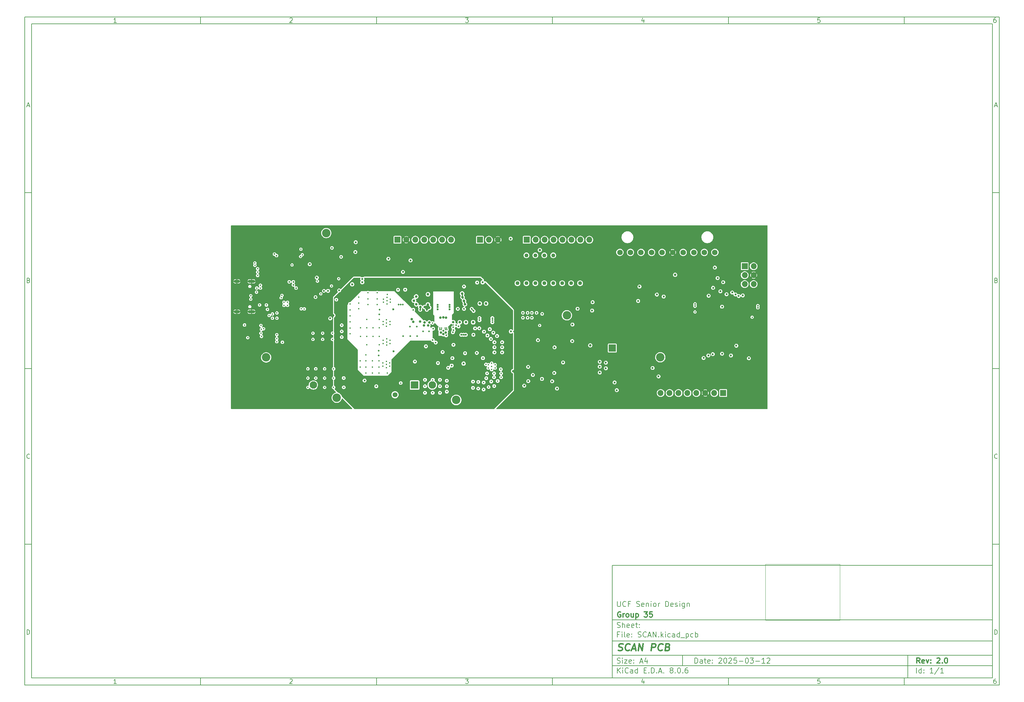
<source format=gbr>
G04 #@! TF.GenerationSoftware,KiCad,Pcbnew,8.0.6*
G04 #@! TF.CreationDate,2025-03-13T06:21:31-04:00*
G04 #@! TF.ProjectId,SCAN,5343414e-2e6b-4696-9361-645f70636258,2.0*
G04 #@! TF.SameCoordinates,Original*
G04 #@! TF.FileFunction,Copper,L5,Inr*
G04 #@! TF.FilePolarity,Positive*
%FSLAX46Y46*%
G04 Gerber Fmt 4.6, Leading zero omitted, Abs format (unit mm)*
G04 Created by KiCad (PCBNEW 8.0.6) date 2025-03-13 06:21:31*
%MOMM*%
%LPD*%
G01*
G04 APERTURE LIST*
%ADD10C,0.100000*%
%ADD11C,0.150000*%
%ADD12C,0.300000*%
%ADD13C,0.400000*%
G04 #@! TA.AperFunction,ComponentPad*
%ADD14C,1.574800*%
G04 #@! TD*
G04 #@! TA.AperFunction,ComponentPad*
%ADD15C,0.400000*%
G04 #@! TD*
G04 #@! TA.AperFunction,ComponentPad*
%ADD16R,2.000000X2.000000*%
G04 #@! TD*
G04 #@! TA.AperFunction,ComponentPad*
%ADD17C,2.000000*%
G04 #@! TD*
G04 #@! TA.AperFunction,ComponentPad*
%ADD18C,2.400000*%
G04 #@! TD*
G04 #@! TA.AperFunction,ComponentPad*
%ADD19R,1.700000X1.700000*%
G04 #@! TD*
G04 #@! TA.AperFunction,ComponentPad*
%ADD20O,1.700000X1.700000*%
G04 #@! TD*
G04 #@! TA.AperFunction,ComponentPad*
%ADD21R,2.100000X2.100000*%
G04 #@! TD*
G04 #@! TA.AperFunction,ComponentPad*
%ADD22C,2.100000*%
G04 #@! TD*
G04 #@! TA.AperFunction,ComponentPad*
%ADD23O,2.000000X0.900000*%
G04 #@! TD*
G04 #@! TA.AperFunction,ComponentPad*
%ADD24O,1.700000X0.900000*%
G04 #@! TD*
G04 #@! TA.AperFunction,ComponentPad*
%ADD25C,5.700000*%
G04 #@! TD*
G04 #@! TA.AperFunction,ComponentPad*
%ADD26R,1.416000X1.416000*%
G04 #@! TD*
G04 #@! TA.AperFunction,ComponentPad*
%ADD27C,1.416000*%
G04 #@! TD*
G04 #@! TA.AperFunction,ComponentPad*
%ADD28R,1.130000X1.130000*%
G04 #@! TD*
G04 #@! TA.AperFunction,ComponentPad*
%ADD29C,1.130000*%
G04 #@! TD*
G04 #@! TA.AperFunction,ViaPad*
%ADD30C,0.400000*%
G04 #@! TD*
G04 #@! TA.AperFunction,ViaPad*
%ADD31C,0.600000*%
G04 #@! TD*
G04 #@! TA.AperFunction,ViaPad*
%ADD32C,0.700000*%
G04 #@! TD*
G04 #@! TA.AperFunction,ViaPad*
%ADD33C,0.500000*%
G04 #@! TD*
G04 #@! TA.AperFunction,ViaPad*
%ADD34C,0.450000*%
G04 #@! TD*
G04 #@! TA.AperFunction,ViaPad*
%ADD35C,0.550000*%
G04 #@! TD*
G04 APERTURE END LIST*
D10*
X220538867Y-165653700D02*
X220538867Y-181528700D01*
X241705533Y-181528700D01*
X241705533Y-165653700D01*
X220538867Y-165653700D01*
D11*
X177002200Y-166007200D02*
X285002200Y-166007200D01*
X285002200Y-198007200D01*
X177002200Y-198007200D01*
X177002200Y-166007200D01*
D10*
D11*
X10000000Y-10000000D02*
X287002200Y-10000000D01*
X287002200Y-200007200D01*
X10000000Y-200007200D01*
X10000000Y-10000000D01*
D10*
D11*
X12000000Y-12000000D02*
X285002200Y-12000000D01*
X285002200Y-198007200D01*
X12000000Y-198007200D01*
X12000000Y-12000000D01*
D10*
D11*
X60000000Y-12000000D02*
X60000000Y-10000000D01*
D10*
D11*
X110000000Y-12000000D02*
X110000000Y-10000000D01*
D10*
D11*
X160000000Y-12000000D02*
X160000000Y-10000000D01*
D10*
D11*
X210000000Y-12000000D02*
X210000000Y-10000000D01*
D10*
D11*
X260000000Y-12000000D02*
X260000000Y-10000000D01*
D10*
D11*
X36089160Y-11593604D02*
X35346303Y-11593604D01*
X35717731Y-11593604D02*
X35717731Y-10293604D01*
X35717731Y-10293604D02*
X35593922Y-10479319D01*
X35593922Y-10479319D02*
X35470112Y-10603128D01*
X35470112Y-10603128D02*
X35346303Y-10665033D01*
D10*
D11*
X85346303Y-10417414D02*
X85408207Y-10355509D01*
X85408207Y-10355509D02*
X85532017Y-10293604D01*
X85532017Y-10293604D02*
X85841541Y-10293604D01*
X85841541Y-10293604D02*
X85965350Y-10355509D01*
X85965350Y-10355509D02*
X86027255Y-10417414D01*
X86027255Y-10417414D02*
X86089160Y-10541223D01*
X86089160Y-10541223D02*
X86089160Y-10665033D01*
X86089160Y-10665033D02*
X86027255Y-10850747D01*
X86027255Y-10850747D02*
X85284398Y-11593604D01*
X85284398Y-11593604D02*
X86089160Y-11593604D01*
D10*
D11*
X135284398Y-10293604D02*
X136089160Y-10293604D01*
X136089160Y-10293604D02*
X135655826Y-10788842D01*
X135655826Y-10788842D02*
X135841541Y-10788842D01*
X135841541Y-10788842D02*
X135965350Y-10850747D01*
X135965350Y-10850747D02*
X136027255Y-10912652D01*
X136027255Y-10912652D02*
X136089160Y-11036461D01*
X136089160Y-11036461D02*
X136089160Y-11345985D01*
X136089160Y-11345985D02*
X136027255Y-11469795D01*
X136027255Y-11469795D02*
X135965350Y-11531700D01*
X135965350Y-11531700D02*
X135841541Y-11593604D01*
X135841541Y-11593604D02*
X135470112Y-11593604D01*
X135470112Y-11593604D02*
X135346303Y-11531700D01*
X135346303Y-11531700D02*
X135284398Y-11469795D01*
D10*
D11*
X185965350Y-10726938D02*
X185965350Y-11593604D01*
X185655826Y-10231700D02*
X185346303Y-11160271D01*
X185346303Y-11160271D02*
X186151064Y-11160271D01*
D10*
D11*
X236027255Y-10293604D02*
X235408207Y-10293604D01*
X235408207Y-10293604D02*
X235346303Y-10912652D01*
X235346303Y-10912652D02*
X235408207Y-10850747D01*
X235408207Y-10850747D02*
X235532017Y-10788842D01*
X235532017Y-10788842D02*
X235841541Y-10788842D01*
X235841541Y-10788842D02*
X235965350Y-10850747D01*
X235965350Y-10850747D02*
X236027255Y-10912652D01*
X236027255Y-10912652D02*
X236089160Y-11036461D01*
X236089160Y-11036461D02*
X236089160Y-11345985D01*
X236089160Y-11345985D02*
X236027255Y-11469795D01*
X236027255Y-11469795D02*
X235965350Y-11531700D01*
X235965350Y-11531700D02*
X235841541Y-11593604D01*
X235841541Y-11593604D02*
X235532017Y-11593604D01*
X235532017Y-11593604D02*
X235408207Y-11531700D01*
X235408207Y-11531700D02*
X235346303Y-11469795D01*
D10*
D11*
X285965350Y-10293604D02*
X285717731Y-10293604D01*
X285717731Y-10293604D02*
X285593922Y-10355509D01*
X285593922Y-10355509D02*
X285532017Y-10417414D01*
X285532017Y-10417414D02*
X285408207Y-10603128D01*
X285408207Y-10603128D02*
X285346303Y-10850747D01*
X285346303Y-10850747D02*
X285346303Y-11345985D01*
X285346303Y-11345985D02*
X285408207Y-11469795D01*
X285408207Y-11469795D02*
X285470112Y-11531700D01*
X285470112Y-11531700D02*
X285593922Y-11593604D01*
X285593922Y-11593604D02*
X285841541Y-11593604D01*
X285841541Y-11593604D02*
X285965350Y-11531700D01*
X285965350Y-11531700D02*
X286027255Y-11469795D01*
X286027255Y-11469795D02*
X286089160Y-11345985D01*
X286089160Y-11345985D02*
X286089160Y-11036461D01*
X286089160Y-11036461D02*
X286027255Y-10912652D01*
X286027255Y-10912652D02*
X285965350Y-10850747D01*
X285965350Y-10850747D02*
X285841541Y-10788842D01*
X285841541Y-10788842D02*
X285593922Y-10788842D01*
X285593922Y-10788842D02*
X285470112Y-10850747D01*
X285470112Y-10850747D02*
X285408207Y-10912652D01*
X285408207Y-10912652D02*
X285346303Y-11036461D01*
D10*
D11*
X60000000Y-198007200D02*
X60000000Y-200007200D01*
D10*
D11*
X110000000Y-198007200D02*
X110000000Y-200007200D01*
D10*
D11*
X160000000Y-198007200D02*
X160000000Y-200007200D01*
D10*
D11*
X210000000Y-198007200D02*
X210000000Y-200007200D01*
D10*
D11*
X260000000Y-198007200D02*
X260000000Y-200007200D01*
D10*
D11*
X36089160Y-199600804D02*
X35346303Y-199600804D01*
X35717731Y-199600804D02*
X35717731Y-198300804D01*
X35717731Y-198300804D02*
X35593922Y-198486519D01*
X35593922Y-198486519D02*
X35470112Y-198610328D01*
X35470112Y-198610328D02*
X35346303Y-198672233D01*
D10*
D11*
X85346303Y-198424614D02*
X85408207Y-198362709D01*
X85408207Y-198362709D02*
X85532017Y-198300804D01*
X85532017Y-198300804D02*
X85841541Y-198300804D01*
X85841541Y-198300804D02*
X85965350Y-198362709D01*
X85965350Y-198362709D02*
X86027255Y-198424614D01*
X86027255Y-198424614D02*
X86089160Y-198548423D01*
X86089160Y-198548423D02*
X86089160Y-198672233D01*
X86089160Y-198672233D02*
X86027255Y-198857947D01*
X86027255Y-198857947D02*
X85284398Y-199600804D01*
X85284398Y-199600804D02*
X86089160Y-199600804D01*
D10*
D11*
X135284398Y-198300804D02*
X136089160Y-198300804D01*
X136089160Y-198300804D02*
X135655826Y-198796042D01*
X135655826Y-198796042D02*
X135841541Y-198796042D01*
X135841541Y-198796042D02*
X135965350Y-198857947D01*
X135965350Y-198857947D02*
X136027255Y-198919852D01*
X136027255Y-198919852D02*
X136089160Y-199043661D01*
X136089160Y-199043661D02*
X136089160Y-199353185D01*
X136089160Y-199353185D02*
X136027255Y-199476995D01*
X136027255Y-199476995D02*
X135965350Y-199538900D01*
X135965350Y-199538900D02*
X135841541Y-199600804D01*
X135841541Y-199600804D02*
X135470112Y-199600804D01*
X135470112Y-199600804D02*
X135346303Y-199538900D01*
X135346303Y-199538900D02*
X135284398Y-199476995D01*
D10*
D11*
X185965350Y-198734138D02*
X185965350Y-199600804D01*
X185655826Y-198238900D02*
X185346303Y-199167471D01*
X185346303Y-199167471D02*
X186151064Y-199167471D01*
D10*
D11*
X236027255Y-198300804D02*
X235408207Y-198300804D01*
X235408207Y-198300804D02*
X235346303Y-198919852D01*
X235346303Y-198919852D02*
X235408207Y-198857947D01*
X235408207Y-198857947D02*
X235532017Y-198796042D01*
X235532017Y-198796042D02*
X235841541Y-198796042D01*
X235841541Y-198796042D02*
X235965350Y-198857947D01*
X235965350Y-198857947D02*
X236027255Y-198919852D01*
X236027255Y-198919852D02*
X236089160Y-199043661D01*
X236089160Y-199043661D02*
X236089160Y-199353185D01*
X236089160Y-199353185D02*
X236027255Y-199476995D01*
X236027255Y-199476995D02*
X235965350Y-199538900D01*
X235965350Y-199538900D02*
X235841541Y-199600804D01*
X235841541Y-199600804D02*
X235532017Y-199600804D01*
X235532017Y-199600804D02*
X235408207Y-199538900D01*
X235408207Y-199538900D02*
X235346303Y-199476995D01*
D10*
D11*
X285965350Y-198300804D02*
X285717731Y-198300804D01*
X285717731Y-198300804D02*
X285593922Y-198362709D01*
X285593922Y-198362709D02*
X285532017Y-198424614D01*
X285532017Y-198424614D02*
X285408207Y-198610328D01*
X285408207Y-198610328D02*
X285346303Y-198857947D01*
X285346303Y-198857947D02*
X285346303Y-199353185D01*
X285346303Y-199353185D02*
X285408207Y-199476995D01*
X285408207Y-199476995D02*
X285470112Y-199538900D01*
X285470112Y-199538900D02*
X285593922Y-199600804D01*
X285593922Y-199600804D02*
X285841541Y-199600804D01*
X285841541Y-199600804D02*
X285965350Y-199538900D01*
X285965350Y-199538900D02*
X286027255Y-199476995D01*
X286027255Y-199476995D02*
X286089160Y-199353185D01*
X286089160Y-199353185D02*
X286089160Y-199043661D01*
X286089160Y-199043661D02*
X286027255Y-198919852D01*
X286027255Y-198919852D02*
X285965350Y-198857947D01*
X285965350Y-198857947D02*
X285841541Y-198796042D01*
X285841541Y-198796042D02*
X285593922Y-198796042D01*
X285593922Y-198796042D02*
X285470112Y-198857947D01*
X285470112Y-198857947D02*
X285408207Y-198919852D01*
X285408207Y-198919852D02*
X285346303Y-199043661D01*
D10*
D11*
X10000000Y-60000000D02*
X12000000Y-60000000D01*
D10*
D11*
X10000000Y-110000000D02*
X12000000Y-110000000D01*
D10*
D11*
X10000000Y-160000000D02*
X12000000Y-160000000D01*
D10*
D11*
X10690476Y-35222176D02*
X11309523Y-35222176D01*
X10566666Y-35593604D02*
X10999999Y-34293604D01*
X10999999Y-34293604D02*
X11433333Y-35593604D01*
D10*
D11*
X11092857Y-84912652D02*
X11278571Y-84974557D01*
X11278571Y-84974557D02*
X11340476Y-85036461D01*
X11340476Y-85036461D02*
X11402380Y-85160271D01*
X11402380Y-85160271D02*
X11402380Y-85345985D01*
X11402380Y-85345985D02*
X11340476Y-85469795D01*
X11340476Y-85469795D02*
X11278571Y-85531700D01*
X11278571Y-85531700D02*
X11154761Y-85593604D01*
X11154761Y-85593604D02*
X10659523Y-85593604D01*
X10659523Y-85593604D02*
X10659523Y-84293604D01*
X10659523Y-84293604D02*
X11092857Y-84293604D01*
X11092857Y-84293604D02*
X11216666Y-84355509D01*
X11216666Y-84355509D02*
X11278571Y-84417414D01*
X11278571Y-84417414D02*
X11340476Y-84541223D01*
X11340476Y-84541223D02*
X11340476Y-84665033D01*
X11340476Y-84665033D02*
X11278571Y-84788842D01*
X11278571Y-84788842D02*
X11216666Y-84850747D01*
X11216666Y-84850747D02*
X11092857Y-84912652D01*
X11092857Y-84912652D02*
X10659523Y-84912652D01*
D10*
D11*
X11402380Y-135469795D02*
X11340476Y-135531700D01*
X11340476Y-135531700D02*
X11154761Y-135593604D01*
X11154761Y-135593604D02*
X11030952Y-135593604D01*
X11030952Y-135593604D02*
X10845238Y-135531700D01*
X10845238Y-135531700D02*
X10721428Y-135407890D01*
X10721428Y-135407890D02*
X10659523Y-135284080D01*
X10659523Y-135284080D02*
X10597619Y-135036461D01*
X10597619Y-135036461D02*
X10597619Y-134850747D01*
X10597619Y-134850747D02*
X10659523Y-134603128D01*
X10659523Y-134603128D02*
X10721428Y-134479319D01*
X10721428Y-134479319D02*
X10845238Y-134355509D01*
X10845238Y-134355509D02*
X11030952Y-134293604D01*
X11030952Y-134293604D02*
X11154761Y-134293604D01*
X11154761Y-134293604D02*
X11340476Y-134355509D01*
X11340476Y-134355509D02*
X11402380Y-134417414D01*
D10*
D11*
X10659523Y-185593604D02*
X10659523Y-184293604D01*
X10659523Y-184293604D02*
X10969047Y-184293604D01*
X10969047Y-184293604D02*
X11154761Y-184355509D01*
X11154761Y-184355509D02*
X11278571Y-184479319D01*
X11278571Y-184479319D02*
X11340476Y-184603128D01*
X11340476Y-184603128D02*
X11402380Y-184850747D01*
X11402380Y-184850747D02*
X11402380Y-185036461D01*
X11402380Y-185036461D02*
X11340476Y-185284080D01*
X11340476Y-185284080D02*
X11278571Y-185407890D01*
X11278571Y-185407890D02*
X11154761Y-185531700D01*
X11154761Y-185531700D02*
X10969047Y-185593604D01*
X10969047Y-185593604D02*
X10659523Y-185593604D01*
D10*
D11*
X287002200Y-60000000D02*
X285002200Y-60000000D01*
D10*
D11*
X287002200Y-110000000D02*
X285002200Y-110000000D01*
D10*
D11*
X287002200Y-160000000D02*
X285002200Y-160000000D01*
D10*
D11*
X285692676Y-35222176D02*
X286311723Y-35222176D01*
X285568866Y-35593604D02*
X286002199Y-34293604D01*
X286002199Y-34293604D02*
X286435533Y-35593604D01*
D10*
D11*
X286095057Y-84912652D02*
X286280771Y-84974557D01*
X286280771Y-84974557D02*
X286342676Y-85036461D01*
X286342676Y-85036461D02*
X286404580Y-85160271D01*
X286404580Y-85160271D02*
X286404580Y-85345985D01*
X286404580Y-85345985D02*
X286342676Y-85469795D01*
X286342676Y-85469795D02*
X286280771Y-85531700D01*
X286280771Y-85531700D02*
X286156961Y-85593604D01*
X286156961Y-85593604D02*
X285661723Y-85593604D01*
X285661723Y-85593604D02*
X285661723Y-84293604D01*
X285661723Y-84293604D02*
X286095057Y-84293604D01*
X286095057Y-84293604D02*
X286218866Y-84355509D01*
X286218866Y-84355509D02*
X286280771Y-84417414D01*
X286280771Y-84417414D02*
X286342676Y-84541223D01*
X286342676Y-84541223D02*
X286342676Y-84665033D01*
X286342676Y-84665033D02*
X286280771Y-84788842D01*
X286280771Y-84788842D02*
X286218866Y-84850747D01*
X286218866Y-84850747D02*
X286095057Y-84912652D01*
X286095057Y-84912652D02*
X285661723Y-84912652D01*
D10*
D11*
X286404580Y-135469795D02*
X286342676Y-135531700D01*
X286342676Y-135531700D02*
X286156961Y-135593604D01*
X286156961Y-135593604D02*
X286033152Y-135593604D01*
X286033152Y-135593604D02*
X285847438Y-135531700D01*
X285847438Y-135531700D02*
X285723628Y-135407890D01*
X285723628Y-135407890D02*
X285661723Y-135284080D01*
X285661723Y-135284080D02*
X285599819Y-135036461D01*
X285599819Y-135036461D02*
X285599819Y-134850747D01*
X285599819Y-134850747D02*
X285661723Y-134603128D01*
X285661723Y-134603128D02*
X285723628Y-134479319D01*
X285723628Y-134479319D02*
X285847438Y-134355509D01*
X285847438Y-134355509D02*
X286033152Y-134293604D01*
X286033152Y-134293604D02*
X286156961Y-134293604D01*
X286156961Y-134293604D02*
X286342676Y-134355509D01*
X286342676Y-134355509D02*
X286404580Y-134417414D01*
D10*
D11*
X285661723Y-185593604D02*
X285661723Y-184293604D01*
X285661723Y-184293604D02*
X285971247Y-184293604D01*
X285971247Y-184293604D02*
X286156961Y-184355509D01*
X286156961Y-184355509D02*
X286280771Y-184479319D01*
X286280771Y-184479319D02*
X286342676Y-184603128D01*
X286342676Y-184603128D02*
X286404580Y-184850747D01*
X286404580Y-184850747D02*
X286404580Y-185036461D01*
X286404580Y-185036461D02*
X286342676Y-185284080D01*
X286342676Y-185284080D02*
X286280771Y-185407890D01*
X286280771Y-185407890D02*
X286156961Y-185531700D01*
X286156961Y-185531700D02*
X285971247Y-185593604D01*
X285971247Y-185593604D02*
X285661723Y-185593604D01*
D10*
D11*
X200458026Y-193793328D02*
X200458026Y-192293328D01*
X200458026Y-192293328D02*
X200815169Y-192293328D01*
X200815169Y-192293328D02*
X201029455Y-192364757D01*
X201029455Y-192364757D02*
X201172312Y-192507614D01*
X201172312Y-192507614D02*
X201243741Y-192650471D01*
X201243741Y-192650471D02*
X201315169Y-192936185D01*
X201315169Y-192936185D02*
X201315169Y-193150471D01*
X201315169Y-193150471D02*
X201243741Y-193436185D01*
X201243741Y-193436185D02*
X201172312Y-193579042D01*
X201172312Y-193579042D02*
X201029455Y-193721900D01*
X201029455Y-193721900D02*
X200815169Y-193793328D01*
X200815169Y-193793328D02*
X200458026Y-193793328D01*
X202600884Y-193793328D02*
X202600884Y-193007614D01*
X202600884Y-193007614D02*
X202529455Y-192864757D01*
X202529455Y-192864757D02*
X202386598Y-192793328D01*
X202386598Y-192793328D02*
X202100884Y-192793328D01*
X202100884Y-192793328D02*
X201958026Y-192864757D01*
X202600884Y-193721900D02*
X202458026Y-193793328D01*
X202458026Y-193793328D02*
X202100884Y-193793328D01*
X202100884Y-193793328D02*
X201958026Y-193721900D01*
X201958026Y-193721900D02*
X201886598Y-193579042D01*
X201886598Y-193579042D02*
X201886598Y-193436185D01*
X201886598Y-193436185D02*
X201958026Y-193293328D01*
X201958026Y-193293328D02*
X202100884Y-193221900D01*
X202100884Y-193221900D02*
X202458026Y-193221900D01*
X202458026Y-193221900D02*
X202600884Y-193150471D01*
X203100884Y-192793328D02*
X203672312Y-192793328D01*
X203315169Y-192293328D02*
X203315169Y-193579042D01*
X203315169Y-193579042D02*
X203386598Y-193721900D01*
X203386598Y-193721900D02*
X203529455Y-193793328D01*
X203529455Y-193793328D02*
X203672312Y-193793328D01*
X204743741Y-193721900D02*
X204600884Y-193793328D01*
X204600884Y-193793328D02*
X204315170Y-193793328D01*
X204315170Y-193793328D02*
X204172312Y-193721900D01*
X204172312Y-193721900D02*
X204100884Y-193579042D01*
X204100884Y-193579042D02*
X204100884Y-193007614D01*
X204100884Y-193007614D02*
X204172312Y-192864757D01*
X204172312Y-192864757D02*
X204315170Y-192793328D01*
X204315170Y-192793328D02*
X204600884Y-192793328D01*
X204600884Y-192793328D02*
X204743741Y-192864757D01*
X204743741Y-192864757D02*
X204815170Y-193007614D01*
X204815170Y-193007614D02*
X204815170Y-193150471D01*
X204815170Y-193150471D02*
X204100884Y-193293328D01*
X205458026Y-193650471D02*
X205529455Y-193721900D01*
X205529455Y-193721900D02*
X205458026Y-193793328D01*
X205458026Y-193793328D02*
X205386598Y-193721900D01*
X205386598Y-193721900D02*
X205458026Y-193650471D01*
X205458026Y-193650471D02*
X205458026Y-193793328D01*
X205458026Y-192864757D02*
X205529455Y-192936185D01*
X205529455Y-192936185D02*
X205458026Y-193007614D01*
X205458026Y-193007614D02*
X205386598Y-192936185D01*
X205386598Y-192936185D02*
X205458026Y-192864757D01*
X205458026Y-192864757D02*
X205458026Y-193007614D01*
X207243741Y-192436185D02*
X207315169Y-192364757D01*
X207315169Y-192364757D02*
X207458027Y-192293328D01*
X207458027Y-192293328D02*
X207815169Y-192293328D01*
X207815169Y-192293328D02*
X207958027Y-192364757D01*
X207958027Y-192364757D02*
X208029455Y-192436185D01*
X208029455Y-192436185D02*
X208100884Y-192579042D01*
X208100884Y-192579042D02*
X208100884Y-192721900D01*
X208100884Y-192721900D02*
X208029455Y-192936185D01*
X208029455Y-192936185D02*
X207172312Y-193793328D01*
X207172312Y-193793328D02*
X208100884Y-193793328D01*
X209029455Y-192293328D02*
X209172312Y-192293328D01*
X209172312Y-192293328D02*
X209315169Y-192364757D01*
X209315169Y-192364757D02*
X209386598Y-192436185D01*
X209386598Y-192436185D02*
X209458026Y-192579042D01*
X209458026Y-192579042D02*
X209529455Y-192864757D01*
X209529455Y-192864757D02*
X209529455Y-193221900D01*
X209529455Y-193221900D02*
X209458026Y-193507614D01*
X209458026Y-193507614D02*
X209386598Y-193650471D01*
X209386598Y-193650471D02*
X209315169Y-193721900D01*
X209315169Y-193721900D02*
X209172312Y-193793328D01*
X209172312Y-193793328D02*
X209029455Y-193793328D01*
X209029455Y-193793328D02*
X208886598Y-193721900D01*
X208886598Y-193721900D02*
X208815169Y-193650471D01*
X208815169Y-193650471D02*
X208743740Y-193507614D01*
X208743740Y-193507614D02*
X208672312Y-193221900D01*
X208672312Y-193221900D02*
X208672312Y-192864757D01*
X208672312Y-192864757D02*
X208743740Y-192579042D01*
X208743740Y-192579042D02*
X208815169Y-192436185D01*
X208815169Y-192436185D02*
X208886598Y-192364757D01*
X208886598Y-192364757D02*
X209029455Y-192293328D01*
X210100883Y-192436185D02*
X210172311Y-192364757D01*
X210172311Y-192364757D02*
X210315169Y-192293328D01*
X210315169Y-192293328D02*
X210672311Y-192293328D01*
X210672311Y-192293328D02*
X210815169Y-192364757D01*
X210815169Y-192364757D02*
X210886597Y-192436185D01*
X210886597Y-192436185D02*
X210958026Y-192579042D01*
X210958026Y-192579042D02*
X210958026Y-192721900D01*
X210958026Y-192721900D02*
X210886597Y-192936185D01*
X210886597Y-192936185D02*
X210029454Y-193793328D01*
X210029454Y-193793328D02*
X210958026Y-193793328D01*
X212315168Y-192293328D02*
X211600882Y-192293328D01*
X211600882Y-192293328D02*
X211529454Y-193007614D01*
X211529454Y-193007614D02*
X211600882Y-192936185D01*
X211600882Y-192936185D02*
X211743740Y-192864757D01*
X211743740Y-192864757D02*
X212100882Y-192864757D01*
X212100882Y-192864757D02*
X212243740Y-192936185D01*
X212243740Y-192936185D02*
X212315168Y-193007614D01*
X212315168Y-193007614D02*
X212386597Y-193150471D01*
X212386597Y-193150471D02*
X212386597Y-193507614D01*
X212386597Y-193507614D02*
X212315168Y-193650471D01*
X212315168Y-193650471D02*
X212243740Y-193721900D01*
X212243740Y-193721900D02*
X212100882Y-193793328D01*
X212100882Y-193793328D02*
X211743740Y-193793328D01*
X211743740Y-193793328D02*
X211600882Y-193721900D01*
X211600882Y-193721900D02*
X211529454Y-193650471D01*
X213029453Y-193221900D02*
X214172311Y-193221900D01*
X215172311Y-192293328D02*
X215315168Y-192293328D01*
X215315168Y-192293328D02*
X215458025Y-192364757D01*
X215458025Y-192364757D02*
X215529454Y-192436185D01*
X215529454Y-192436185D02*
X215600882Y-192579042D01*
X215600882Y-192579042D02*
X215672311Y-192864757D01*
X215672311Y-192864757D02*
X215672311Y-193221900D01*
X215672311Y-193221900D02*
X215600882Y-193507614D01*
X215600882Y-193507614D02*
X215529454Y-193650471D01*
X215529454Y-193650471D02*
X215458025Y-193721900D01*
X215458025Y-193721900D02*
X215315168Y-193793328D01*
X215315168Y-193793328D02*
X215172311Y-193793328D01*
X215172311Y-193793328D02*
X215029454Y-193721900D01*
X215029454Y-193721900D02*
X214958025Y-193650471D01*
X214958025Y-193650471D02*
X214886596Y-193507614D01*
X214886596Y-193507614D02*
X214815168Y-193221900D01*
X214815168Y-193221900D02*
X214815168Y-192864757D01*
X214815168Y-192864757D02*
X214886596Y-192579042D01*
X214886596Y-192579042D02*
X214958025Y-192436185D01*
X214958025Y-192436185D02*
X215029454Y-192364757D01*
X215029454Y-192364757D02*
X215172311Y-192293328D01*
X216172310Y-192293328D02*
X217100882Y-192293328D01*
X217100882Y-192293328D02*
X216600882Y-192864757D01*
X216600882Y-192864757D02*
X216815167Y-192864757D01*
X216815167Y-192864757D02*
X216958025Y-192936185D01*
X216958025Y-192936185D02*
X217029453Y-193007614D01*
X217029453Y-193007614D02*
X217100882Y-193150471D01*
X217100882Y-193150471D02*
X217100882Y-193507614D01*
X217100882Y-193507614D02*
X217029453Y-193650471D01*
X217029453Y-193650471D02*
X216958025Y-193721900D01*
X216958025Y-193721900D02*
X216815167Y-193793328D01*
X216815167Y-193793328D02*
X216386596Y-193793328D01*
X216386596Y-193793328D02*
X216243739Y-193721900D01*
X216243739Y-193721900D02*
X216172310Y-193650471D01*
X217743738Y-193221900D02*
X218886596Y-193221900D01*
X220386596Y-193793328D02*
X219529453Y-193793328D01*
X219958024Y-193793328D02*
X219958024Y-192293328D01*
X219958024Y-192293328D02*
X219815167Y-192507614D01*
X219815167Y-192507614D02*
X219672310Y-192650471D01*
X219672310Y-192650471D02*
X219529453Y-192721900D01*
X220958024Y-192436185D02*
X221029452Y-192364757D01*
X221029452Y-192364757D02*
X221172310Y-192293328D01*
X221172310Y-192293328D02*
X221529452Y-192293328D01*
X221529452Y-192293328D02*
X221672310Y-192364757D01*
X221672310Y-192364757D02*
X221743738Y-192436185D01*
X221743738Y-192436185D02*
X221815167Y-192579042D01*
X221815167Y-192579042D02*
X221815167Y-192721900D01*
X221815167Y-192721900D02*
X221743738Y-192936185D01*
X221743738Y-192936185D02*
X220886595Y-193793328D01*
X220886595Y-193793328D02*
X221815167Y-193793328D01*
D10*
D11*
X177002200Y-194507200D02*
X285002200Y-194507200D01*
D10*
D11*
X178458026Y-196593328D02*
X178458026Y-195093328D01*
X179315169Y-196593328D02*
X178672312Y-195736185D01*
X179315169Y-195093328D02*
X178458026Y-195950471D01*
X179958026Y-196593328D02*
X179958026Y-195593328D01*
X179958026Y-195093328D02*
X179886598Y-195164757D01*
X179886598Y-195164757D02*
X179958026Y-195236185D01*
X179958026Y-195236185D02*
X180029455Y-195164757D01*
X180029455Y-195164757D02*
X179958026Y-195093328D01*
X179958026Y-195093328D02*
X179958026Y-195236185D01*
X181529455Y-196450471D02*
X181458027Y-196521900D01*
X181458027Y-196521900D02*
X181243741Y-196593328D01*
X181243741Y-196593328D02*
X181100884Y-196593328D01*
X181100884Y-196593328D02*
X180886598Y-196521900D01*
X180886598Y-196521900D02*
X180743741Y-196379042D01*
X180743741Y-196379042D02*
X180672312Y-196236185D01*
X180672312Y-196236185D02*
X180600884Y-195950471D01*
X180600884Y-195950471D02*
X180600884Y-195736185D01*
X180600884Y-195736185D02*
X180672312Y-195450471D01*
X180672312Y-195450471D02*
X180743741Y-195307614D01*
X180743741Y-195307614D02*
X180886598Y-195164757D01*
X180886598Y-195164757D02*
X181100884Y-195093328D01*
X181100884Y-195093328D02*
X181243741Y-195093328D01*
X181243741Y-195093328D02*
X181458027Y-195164757D01*
X181458027Y-195164757D02*
X181529455Y-195236185D01*
X182815170Y-196593328D02*
X182815170Y-195807614D01*
X182815170Y-195807614D02*
X182743741Y-195664757D01*
X182743741Y-195664757D02*
X182600884Y-195593328D01*
X182600884Y-195593328D02*
X182315170Y-195593328D01*
X182315170Y-195593328D02*
X182172312Y-195664757D01*
X182815170Y-196521900D02*
X182672312Y-196593328D01*
X182672312Y-196593328D02*
X182315170Y-196593328D01*
X182315170Y-196593328D02*
X182172312Y-196521900D01*
X182172312Y-196521900D02*
X182100884Y-196379042D01*
X182100884Y-196379042D02*
X182100884Y-196236185D01*
X182100884Y-196236185D02*
X182172312Y-196093328D01*
X182172312Y-196093328D02*
X182315170Y-196021900D01*
X182315170Y-196021900D02*
X182672312Y-196021900D01*
X182672312Y-196021900D02*
X182815170Y-195950471D01*
X184172313Y-196593328D02*
X184172313Y-195093328D01*
X184172313Y-196521900D02*
X184029455Y-196593328D01*
X184029455Y-196593328D02*
X183743741Y-196593328D01*
X183743741Y-196593328D02*
X183600884Y-196521900D01*
X183600884Y-196521900D02*
X183529455Y-196450471D01*
X183529455Y-196450471D02*
X183458027Y-196307614D01*
X183458027Y-196307614D02*
X183458027Y-195879042D01*
X183458027Y-195879042D02*
X183529455Y-195736185D01*
X183529455Y-195736185D02*
X183600884Y-195664757D01*
X183600884Y-195664757D02*
X183743741Y-195593328D01*
X183743741Y-195593328D02*
X184029455Y-195593328D01*
X184029455Y-195593328D02*
X184172313Y-195664757D01*
X186029455Y-195807614D02*
X186529455Y-195807614D01*
X186743741Y-196593328D02*
X186029455Y-196593328D01*
X186029455Y-196593328D02*
X186029455Y-195093328D01*
X186029455Y-195093328D02*
X186743741Y-195093328D01*
X187386598Y-196450471D02*
X187458027Y-196521900D01*
X187458027Y-196521900D02*
X187386598Y-196593328D01*
X187386598Y-196593328D02*
X187315170Y-196521900D01*
X187315170Y-196521900D02*
X187386598Y-196450471D01*
X187386598Y-196450471D02*
X187386598Y-196593328D01*
X188100884Y-196593328D02*
X188100884Y-195093328D01*
X188100884Y-195093328D02*
X188458027Y-195093328D01*
X188458027Y-195093328D02*
X188672313Y-195164757D01*
X188672313Y-195164757D02*
X188815170Y-195307614D01*
X188815170Y-195307614D02*
X188886599Y-195450471D01*
X188886599Y-195450471D02*
X188958027Y-195736185D01*
X188958027Y-195736185D02*
X188958027Y-195950471D01*
X188958027Y-195950471D02*
X188886599Y-196236185D01*
X188886599Y-196236185D02*
X188815170Y-196379042D01*
X188815170Y-196379042D02*
X188672313Y-196521900D01*
X188672313Y-196521900D02*
X188458027Y-196593328D01*
X188458027Y-196593328D02*
X188100884Y-196593328D01*
X189600884Y-196450471D02*
X189672313Y-196521900D01*
X189672313Y-196521900D02*
X189600884Y-196593328D01*
X189600884Y-196593328D02*
X189529456Y-196521900D01*
X189529456Y-196521900D02*
X189600884Y-196450471D01*
X189600884Y-196450471D02*
X189600884Y-196593328D01*
X190243742Y-196164757D02*
X190958028Y-196164757D01*
X190100885Y-196593328D02*
X190600885Y-195093328D01*
X190600885Y-195093328D02*
X191100885Y-196593328D01*
X191600884Y-196450471D02*
X191672313Y-196521900D01*
X191672313Y-196521900D02*
X191600884Y-196593328D01*
X191600884Y-196593328D02*
X191529456Y-196521900D01*
X191529456Y-196521900D02*
X191600884Y-196450471D01*
X191600884Y-196450471D02*
X191600884Y-196593328D01*
X193672313Y-195736185D02*
X193529456Y-195664757D01*
X193529456Y-195664757D02*
X193458027Y-195593328D01*
X193458027Y-195593328D02*
X193386599Y-195450471D01*
X193386599Y-195450471D02*
X193386599Y-195379042D01*
X193386599Y-195379042D02*
X193458027Y-195236185D01*
X193458027Y-195236185D02*
X193529456Y-195164757D01*
X193529456Y-195164757D02*
X193672313Y-195093328D01*
X193672313Y-195093328D02*
X193958027Y-195093328D01*
X193958027Y-195093328D02*
X194100885Y-195164757D01*
X194100885Y-195164757D02*
X194172313Y-195236185D01*
X194172313Y-195236185D02*
X194243742Y-195379042D01*
X194243742Y-195379042D02*
X194243742Y-195450471D01*
X194243742Y-195450471D02*
X194172313Y-195593328D01*
X194172313Y-195593328D02*
X194100885Y-195664757D01*
X194100885Y-195664757D02*
X193958027Y-195736185D01*
X193958027Y-195736185D02*
X193672313Y-195736185D01*
X193672313Y-195736185D02*
X193529456Y-195807614D01*
X193529456Y-195807614D02*
X193458027Y-195879042D01*
X193458027Y-195879042D02*
X193386599Y-196021900D01*
X193386599Y-196021900D02*
X193386599Y-196307614D01*
X193386599Y-196307614D02*
X193458027Y-196450471D01*
X193458027Y-196450471D02*
X193529456Y-196521900D01*
X193529456Y-196521900D02*
X193672313Y-196593328D01*
X193672313Y-196593328D02*
X193958027Y-196593328D01*
X193958027Y-196593328D02*
X194100885Y-196521900D01*
X194100885Y-196521900D02*
X194172313Y-196450471D01*
X194172313Y-196450471D02*
X194243742Y-196307614D01*
X194243742Y-196307614D02*
X194243742Y-196021900D01*
X194243742Y-196021900D02*
X194172313Y-195879042D01*
X194172313Y-195879042D02*
X194100885Y-195807614D01*
X194100885Y-195807614D02*
X193958027Y-195736185D01*
X194886598Y-196450471D02*
X194958027Y-196521900D01*
X194958027Y-196521900D02*
X194886598Y-196593328D01*
X194886598Y-196593328D02*
X194815170Y-196521900D01*
X194815170Y-196521900D02*
X194886598Y-196450471D01*
X194886598Y-196450471D02*
X194886598Y-196593328D01*
X195886599Y-195093328D02*
X196029456Y-195093328D01*
X196029456Y-195093328D02*
X196172313Y-195164757D01*
X196172313Y-195164757D02*
X196243742Y-195236185D01*
X196243742Y-195236185D02*
X196315170Y-195379042D01*
X196315170Y-195379042D02*
X196386599Y-195664757D01*
X196386599Y-195664757D02*
X196386599Y-196021900D01*
X196386599Y-196021900D02*
X196315170Y-196307614D01*
X196315170Y-196307614D02*
X196243742Y-196450471D01*
X196243742Y-196450471D02*
X196172313Y-196521900D01*
X196172313Y-196521900D02*
X196029456Y-196593328D01*
X196029456Y-196593328D02*
X195886599Y-196593328D01*
X195886599Y-196593328D02*
X195743742Y-196521900D01*
X195743742Y-196521900D02*
X195672313Y-196450471D01*
X195672313Y-196450471D02*
X195600884Y-196307614D01*
X195600884Y-196307614D02*
X195529456Y-196021900D01*
X195529456Y-196021900D02*
X195529456Y-195664757D01*
X195529456Y-195664757D02*
X195600884Y-195379042D01*
X195600884Y-195379042D02*
X195672313Y-195236185D01*
X195672313Y-195236185D02*
X195743742Y-195164757D01*
X195743742Y-195164757D02*
X195886599Y-195093328D01*
X197029455Y-196450471D02*
X197100884Y-196521900D01*
X197100884Y-196521900D02*
X197029455Y-196593328D01*
X197029455Y-196593328D02*
X196958027Y-196521900D01*
X196958027Y-196521900D02*
X197029455Y-196450471D01*
X197029455Y-196450471D02*
X197029455Y-196593328D01*
X198386599Y-195093328D02*
X198100884Y-195093328D01*
X198100884Y-195093328D02*
X197958027Y-195164757D01*
X197958027Y-195164757D02*
X197886599Y-195236185D01*
X197886599Y-195236185D02*
X197743741Y-195450471D01*
X197743741Y-195450471D02*
X197672313Y-195736185D01*
X197672313Y-195736185D02*
X197672313Y-196307614D01*
X197672313Y-196307614D02*
X197743741Y-196450471D01*
X197743741Y-196450471D02*
X197815170Y-196521900D01*
X197815170Y-196521900D02*
X197958027Y-196593328D01*
X197958027Y-196593328D02*
X198243741Y-196593328D01*
X198243741Y-196593328D02*
X198386599Y-196521900D01*
X198386599Y-196521900D02*
X198458027Y-196450471D01*
X198458027Y-196450471D02*
X198529456Y-196307614D01*
X198529456Y-196307614D02*
X198529456Y-195950471D01*
X198529456Y-195950471D02*
X198458027Y-195807614D01*
X198458027Y-195807614D02*
X198386599Y-195736185D01*
X198386599Y-195736185D02*
X198243741Y-195664757D01*
X198243741Y-195664757D02*
X197958027Y-195664757D01*
X197958027Y-195664757D02*
X197815170Y-195736185D01*
X197815170Y-195736185D02*
X197743741Y-195807614D01*
X197743741Y-195807614D02*
X197672313Y-195950471D01*
D10*
D11*
X177002200Y-191507200D02*
X285002200Y-191507200D01*
D10*
D12*
X264413853Y-193785528D02*
X263913853Y-193071242D01*
X263556710Y-193785528D02*
X263556710Y-192285528D01*
X263556710Y-192285528D02*
X264128139Y-192285528D01*
X264128139Y-192285528D02*
X264270996Y-192356957D01*
X264270996Y-192356957D02*
X264342425Y-192428385D01*
X264342425Y-192428385D02*
X264413853Y-192571242D01*
X264413853Y-192571242D02*
X264413853Y-192785528D01*
X264413853Y-192785528D02*
X264342425Y-192928385D01*
X264342425Y-192928385D02*
X264270996Y-192999814D01*
X264270996Y-192999814D02*
X264128139Y-193071242D01*
X264128139Y-193071242D02*
X263556710Y-193071242D01*
X265628139Y-193714100D02*
X265485282Y-193785528D01*
X265485282Y-193785528D02*
X265199568Y-193785528D01*
X265199568Y-193785528D02*
X265056710Y-193714100D01*
X265056710Y-193714100D02*
X264985282Y-193571242D01*
X264985282Y-193571242D02*
X264985282Y-192999814D01*
X264985282Y-192999814D02*
X265056710Y-192856957D01*
X265056710Y-192856957D02*
X265199568Y-192785528D01*
X265199568Y-192785528D02*
X265485282Y-192785528D01*
X265485282Y-192785528D02*
X265628139Y-192856957D01*
X265628139Y-192856957D02*
X265699568Y-192999814D01*
X265699568Y-192999814D02*
X265699568Y-193142671D01*
X265699568Y-193142671D02*
X264985282Y-193285528D01*
X266199567Y-192785528D02*
X266556710Y-193785528D01*
X266556710Y-193785528D02*
X266913853Y-192785528D01*
X267485281Y-193642671D02*
X267556710Y-193714100D01*
X267556710Y-193714100D02*
X267485281Y-193785528D01*
X267485281Y-193785528D02*
X267413853Y-193714100D01*
X267413853Y-193714100D02*
X267485281Y-193642671D01*
X267485281Y-193642671D02*
X267485281Y-193785528D01*
X267485281Y-192856957D02*
X267556710Y-192928385D01*
X267556710Y-192928385D02*
X267485281Y-192999814D01*
X267485281Y-192999814D02*
X267413853Y-192928385D01*
X267413853Y-192928385D02*
X267485281Y-192856957D01*
X267485281Y-192856957D02*
X267485281Y-192999814D01*
X269270996Y-192428385D02*
X269342424Y-192356957D01*
X269342424Y-192356957D02*
X269485282Y-192285528D01*
X269485282Y-192285528D02*
X269842424Y-192285528D01*
X269842424Y-192285528D02*
X269985282Y-192356957D01*
X269985282Y-192356957D02*
X270056710Y-192428385D01*
X270056710Y-192428385D02*
X270128139Y-192571242D01*
X270128139Y-192571242D02*
X270128139Y-192714100D01*
X270128139Y-192714100D02*
X270056710Y-192928385D01*
X270056710Y-192928385D02*
X269199567Y-193785528D01*
X269199567Y-193785528D02*
X270128139Y-193785528D01*
X270770995Y-193642671D02*
X270842424Y-193714100D01*
X270842424Y-193714100D02*
X270770995Y-193785528D01*
X270770995Y-193785528D02*
X270699567Y-193714100D01*
X270699567Y-193714100D02*
X270770995Y-193642671D01*
X270770995Y-193642671D02*
X270770995Y-193785528D01*
X271770996Y-192285528D02*
X271913853Y-192285528D01*
X271913853Y-192285528D02*
X272056710Y-192356957D01*
X272056710Y-192356957D02*
X272128139Y-192428385D01*
X272128139Y-192428385D02*
X272199567Y-192571242D01*
X272199567Y-192571242D02*
X272270996Y-192856957D01*
X272270996Y-192856957D02*
X272270996Y-193214100D01*
X272270996Y-193214100D02*
X272199567Y-193499814D01*
X272199567Y-193499814D02*
X272128139Y-193642671D01*
X272128139Y-193642671D02*
X272056710Y-193714100D01*
X272056710Y-193714100D02*
X271913853Y-193785528D01*
X271913853Y-193785528D02*
X271770996Y-193785528D01*
X271770996Y-193785528D02*
X271628139Y-193714100D01*
X271628139Y-193714100D02*
X271556710Y-193642671D01*
X271556710Y-193642671D02*
X271485281Y-193499814D01*
X271485281Y-193499814D02*
X271413853Y-193214100D01*
X271413853Y-193214100D02*
X271413853Y-192856957D01*
X271413853Y-192856957D02*
X271485281Y-192571242D01*
X271485281Y-192571242D02*
X271556710Y-192428385D01*
X271556710Y-192428385D02*
X271628139Y-192356957D01*
X271628139Y-192356957D02*
X271770996Y-192285528D01*
D10*
D11*
X178386598Y-193721900D02*
X178600884Y-193793328D01*
X178600884Y-193793328D02*
X178958026Y-193793328D01*
X178958026Y-193793328D02*
X179100884Y-193721900D01*
X179100884Y-193721900D02*
X179172312Y-193650471D01*
X179172312Y-193650471D02*
X179243741Y-193507614D01*
X179243741Y-193507614D02*
X179243741Y-193364757D01*
X179243741Y-193364757D02*
X179172312Y-193221900D01*
X179172312Y-193221900D02*
X179100884Y-193150471D01*
X179100884Y-193150471D02*
X178958026Y-193079042D01*
X178958026Y-193079042D02*
X178672312Y-193007614D01*
X178672312Y-193007614D02*
X178529455Y-192936185D01*
X178529455Y-192936185D02*
X178458026Y-192864757D01*
X178458026Y-192864757D02*
X178386598Y-192721900D01*
X178386598Y-192721900D02*
X178386598Y-192579042D01*
X178386598Y-192579042D02*
X178458026Y-192436185D01*
X178458026Y-192436185D02*
X178529455Y-192364757D01*
X178529455Y-192364757D02*
X178672312Y-192293328D01*
X178672312Y-192293328D02*
X179029455Y-192293328D01*
X179029455Y-192293328D02*
X179243741Y-192364757D01*
X179886597Y-193793328D02*
X179886597Y-192793328D01*
X179886597Y-192293328D02*
X179815169Y-192364757D01*
X179815169Y-192364757D02*
X179886597Y-192436185D01*
X179886597Y-192436185D02*
X179958026Y-192364757D01*
X179958026Y-192364757D02*
X179886597Y-192293328D01*
X179886597Y-192293328D02*
X179886597Y-192436185D01*
X180458026Y-192793328D02*
X181243741Y-192793328D01*
X181243741Y-192793328D02*
X180458026Y-193793328D01*
X180458026Y-193793328D02*
X181243741Y-193793328D01*
X182386598Y-193721900D02*
X182243741Y-193793328D01*
X182243741Y-193793328D02*
X181958027Y-193793328D01*
X181958027Y-193793328D02*
X181815169Y-193721900D01*
X181815169Y-193721900D02*
X181743741Y-193579042D01*
X181743741Y-193579042D02*
X181743741Y-193007614D01*
X181743741Y-193007614D02*
X181815169Y-192864757D01*
X181815169Y-192864757D02*
X181958027Y-192793328D01*
X181958027Y-192793328D02*
X182243741Y-192793328D01*
X182243741Y-192793328D02*
X182386598Y-192864757D01*
X182386598Y-192864757D02*
X182458027Y-193007614D01*
X182458027Y-193007614D02*
X182458027Y-193150471D01*
X182458027Y-193150471D02*
X181743741Y-193293328D01*
X183100883Y-193650471D02*
X183172312Y-193721900D01*
X183172312Y-193721900D02*
X183100883Y-193793328D01*
X183100883Y-193793328D02*
X183029455Y-193721900D01*
X183029455Y-193721900D02*
X183100883Y-193650471D01*
X183100883Y-193650471D02*
X183100883Y-193793328D01*
X183100883Y-192864757D02*
X183172312Y-192936185D01*
X183172312Y-192936185D02*
X183100883Y-193007614D01*
X183100883Y-193007614D02*
X183029455Y-192936185D01*
X183029455Y-192936185D02*
X183100883Y-192864757D01*
X183100883Y-192864757D02*
X183100883Y-193007614D01*
X184886598Y-193364757D02*
X185600884Y-193364757D01*
X184743741Y-193793328D02*
X185243741Y-192293328D01*
X185243741Y-192293328D02*
X185743741Y-193793328D01*
X186886598Y-192793328D02*
X186886598Y-193793328D01*
X186529455Y-192221900D02*
X186172312Y-193293328D01*
X186172312Y-193293328D02*
X187100883Y-193293328D01*
D10*
D11*
X263458026Y-196593328D02*
X263458026Y-195093328D01*
X264815170Y-196593328D02*
X264815170Y-195093328D01*
X264815170Y-196521900D02*
X264672312Y-196593328D01*
X264672312Y-196593328D02*
X264386598Y-196593328D01*
X264386598Y-196593328D02*
X264243741Y-196521900D01*
X264243741Y-196521900D02*
X264172312Y-196450471D01*
X264172312Y-196450471D02*
X264100884Y-196307614D01*
X264100884Y-196307614D02*
X264100884Y-195879042D01*
X264100884Y-195879042D02*
X264172312Y-195736185D01*
X264172312Y-195736185D02*
X264243741Y-195664757D01*
X264243741Y-195664757D02*
X264386598Y-195593328D01*
X264386598Y-195593328D02*
X264672312Y-195593328D01*
X264672312Y-195593328D02*
X264815170Y-195664757D01*
X265529455Y-196450471D02*
X265600884Y-196521900D01*
X265600884Y-196521900D02*
X265529455Y-196593328D01*
X265529455Y-196593328D02*
X265458027Y-196521900D01*
X265458027Y-196521900D02*
X265529455Y-196450471D01*
X265529455Y-196450471D02*
X265529455Y-196593328D01*
X265529455Y-195664757D02*
X265600884Y-195736185D01*
X265600884Y-195736185D02*
X265529455Y-195807614D01*
X265529455Y-195807614D02*
X265458027Y-195736185D01*
X265458027Y-195736185D02*
X265529455Y-195664757D01*
X265529455Y-195664757D02*
X265529455Y-195807614D01*
X268172313Y-196593328D02*
X267315170Y-196593328D01*
X267743741Y-196593328D02*
X267743741Y-195093328D01*
X267743741Y-195093328D02*
X267600884Y-195307614D01*
X267600884Y-195307614D02*
X267458027Y-195450471D01*
X267458027Y-195450471D02*
X267315170Y-195521900D01*
X269886598Y-195021900D02*
X268600884Y-196950471D01*
X271172313Y-196593328D02*
X270315170Y-196593328D01*
X270743741Y-196593328D02*
X270743741Y-195093328D01*
X270743741Y-195093328D02*
X270600884Y-195307614D01*
X270600884Y-195307614D02*
X270458027Y-195450471D01*
X270458027Y-195450471D02*
X270315170Y-195521900D01*
D10*
D11*
X177002200Y-187507200D02*
X285002200Y-187507200D01*
D10*
D13*
X178646309Y-190116400D02*
X178920118Y-190211638D01*
X178920118Y-190211638D02*
X179396309Y-190211638D01*
X179396309Y-190211638D02*
X179598690Y-190116400D01*
X179598690Y-190116400D02*
X179705833Y-190021161D01*
X179705833Y-190021161D02*
X179824880Y-189830685D01*
X179824880Y-189830685D02*
X179848690Y-189640209D01*
X179848690Y-189640209D02*
X179777261Y-189449733D01*
X179777261Y-189449733D02*
X179693928Y-189354495D01*
X179693928Y-189354495D02*
X179515357Y-189259257D01*
X179515357Y-189259257D02*
X179146309Y-189164019D01*
X179146309Y-189164019D02*
X178967737Y-189068780D01*
X178967737Y-189068780D02*
X178884404Y-188973542D01*
X178884404Y-188973542D02*
X178812976Y-188783066D01*
X178812976Y-188783066D02*
X178836785Y-188592590D01*
X178836785Y-188592590D02*
X178955833Y-188402114D01*
X178955833Y-188402114D02*
X179062976Y-188306876D01*
X179062976Y-188306876D02*
X179265357Y-188211638D01*
X179265357Y-188211638D02*
X179741547Y-188211638D01*
X179741547Y-188211638D02*
X180015357Y-188306876D01*
X181801071Y-190021161D02*
X181693928Y-190116400D01*
X181693928Y-190116400D02*
X181396309Y-190211638D01*
X181396309Y-190211638D02*
X181205833Y-190211638D01*
X181205833Y-190211638D02*
X180932023Y-190116400D01*
X180932023Y-190116400D02*
X180765357Y-189925923D01*
X180765357Y-189925923D02*
X180693928Y-189735447D01*
X180693928Y-189735447D02*
X180646309Y-189354495D01*
X180646309Y-189354495D02*
X180682023Y-189068780D01*
X180682023Y-189068780D02*
X180824880Y-188687828D01*
X180824880Y-188687828D02*
X180943928Y-188497352D01*
X180943928Y-188497352D02*
X181158214Y-188306876D01*
X181158214Y-188306876D02*
X181455833Y-188211638D01*
X181455833Y-188211638D02*
X181646309Y-188211638D01*
X181646309Y-188211638D02*
X181920119Y-188306876D01*
X181920119Y-188306876D02*
X182003452Y-188402114D01*
X182610595Y-189640209D02*
X183562976Y-189640209D01*
X182348690Y-190211638D02*
X183265357Y-188211638D01*
X183265357Y-188211638D02*
X183682023Y-190211638D01*
X184348690Y-190211638D02*
X184598690Y-188211638D01*
X184598690Y-188211638D02*
X185491547Y-190211638D01*
X185491547Y-190211638D02*
X185741547Y-188211638D01*
X187967738Y-190211638D02*
X188217738Y-188211638D01*
X188217738Y-188211638D02*
X188979643Y-188211638D01*
X188979643Y-188211638D02*
X189158214Y-188306876D01*
X189158214Y-188306876D02*
X189241548Y-188402114D01*
X189241548Y-188402114D02*
X189312976Y-188592590D01*
X189312976Y-188592590D02*
X189277262Y-188878304D01*
X189277262Y-188878304D02*
X189158214Y-189068780D01*
X189158214Y-189068780D02*
X189051072Y-189164019D01*
X189051072Y-189164019D02*
X188848691Y-189259257D01*
X188848691Y-189259257D02*
X188086786Y-189259257D01*
X191134405Y-190021161D02*
X191027262Y-190116400D01*
X191027262Y-190116400D02*
X190729643Y-190211638D01*
X190729643Y-190211638D02*
X190539167Y-190211638D01*
X190539167Y-190211638D02*
X190265357Y-190116400D01*
X190265357Y-190116400D02*
X190098691Y-189925923D01*
X190098691Y-189925923D02*
X190027262Y-189735447D01*
X190027262Y-189735447D02*
X189979643Y-189354495D01*
X189979643Y-189354495D02*
X190015357Y-189068780D01*
X190015357Y-189068780D02*
X190158214Y-188687828D01*
X190158214Y-188687828D02*
X190277262Y-188497352D01*
X190277262Y-188497352D02*
X190491548Y-188306876D01*
X190491548Y-188306876D02*
X190789167Y-188211638D01*
X190789167Y-188211638D02*
X190979643Y-188211638D01*
X190979643Y-188211638D02*
X191253453Y-188306876D01*
X191253453Y-188306876D02*
X191336786Y-188402114D01*
X192765357Y-189164019D02*
X193039167Y-189259257D01*
X193039167Y-189259257D02*
X193122500Y-189354495D01*
X193122500Y-189354495D02*
X193193929Y-189544971D01*
X193193929Y-189544971D02*
X193158214Y-189830685D01*
X193158214Y-189830685D02*
X193039167Y-190021161D01*
X193039167Y-190021161D02*
X192932024Y-190116400D01*
X192932024Y-190116400D02*
X192729643Y-190211638D01*
X192729643Y-190211638D02*
X191967738Y-190211638D01*
X191967738Y-190211638D02*
X192217738Y-188211638D01*
X192217738Y-188211638D02*
X192884405Y-188211638D01*
X192884405Y-188211638D02*
X193062976Y-188306876D01*
X193062976Y-188306876D02*
X193146310Y-188402114D01*
X193146310Y-188402114D02*
X193217738Y-188592590D01*
X193217738Y-188592590D02*
X193193929Y-188783066D01*
X193193929Y-188783066D02*
X193074881Y-188973542D01*
X193074881Y-188973542D02*
X192967738Y-189068780D01*
X192967738Y-189068780D02*
X192765357Y-189164019D01*
X192765357Y-189164019D02*
X192098691Y-189164019D01*
D10*
D11*
X178958026Y-185607614D02*
X178458026Y-185607614D01*
X178458026Y-186393328D02*
X178458026Y-184893328D01*
X178458026Y-184893328D02*
X179172312Y-184893328D01*
X179743740Y-186393328D02*
X179743740Y-185393328D01*
X179743740Y-184893328D02*
X179672312Y-184964757D01*
X179672312Y-184964757D02*
X179743740Y-185036185D01*
X179743740Y-185036185D02*
X179815169Y-184964757D01*
X179815169Y-184964757D02*
X179743740Y-184893328D01*
X179743740Y-184893328D02*
X179743740Y-185036185D01*
X180672312Y-186393328D02*
X180529455Y-186321900D01*
X180529455Y-186321900D02*
X180458026Y-186179042D01*
X180458026Y-186179042D02*
X180458026Y-184893328D01*
X181815169Y-186321900D02*
X181672312Y-186393328D01*
X181672312Y-186393328D02*
X181386598Y-186393328D01*
X181386598Y-186393328D02*
X181243740Y-186321900D01*
X181243740Y-186321900D02*
X181172312Y-186179042D01*
X181172312Y-186179042D02*
X181172312Y-185607614D01*
X181172312Y-185607614D02*
X181243740Y-185464757D01*
X181243740Y-185464757D02*
X181386598Y-185393328D01*
X181386598Y-185393328D02*
X181672312Y-185393328D01*
X181672312Y-185393328D02*
X181815169Y-185464757D01*
X181815169Y-185464757D02*
X181886598Y-185607614D01*
X181886598Y-185607614D02*
X181886598Y-185750471D01*
X181886598Y-185750471D02*
X181172312Y-185893328D01*
X182529454Y-186250471D02*
X182600883Y-186321900D01*
X182600883Y-186321900D02*
X182529454Y-186393328D01*
X182529454Y-186393328D02*
X182458026Y-186321900D01*
X182458026Y-186321900D02*
X182529454Y-186250471D01*
X182529454Y-186250471D02*
X182529454Y-186393328D01*
X182529454Y-185464757D02*
X182600883Y-185536185D01*
X182600883Y-185536185D02*
X182529454Y-185607614D01*
X182529454Y-185607614D02*
X182458026Y-185536185D01*
X182458026Y-185536185D02*
X182529454Y-185464757D01*
X182529454Y-185464757D02*
X182529454Y-185607614D01*
X184315169Y-186321900D02*
X184529455Y-186393328D01*
X184529455Y-186393328D02*
X184886597Y-186393328D01*
X184886597Y-186393328D02*
X185029455Y-186321900D01*
X185029455Y-186321900D02*
X185100883Y-186250471D01*
X185100883Y-186250471D02*
X185172312Y-186107614D01*
X185172312Y-186107614D02*
X185172312Y-185964757D01*
X185172312Y-185964757D02*
X185100883Y-185821900D01*
X185100883Y-185821900D02*
X185029455Y-185750471D01*
X185029455Y-185750471D02*
X184886597Y-185679042D01*
X184886597Y-185679042D02*
X184600883Y-185607614D01*
X184600883Y-185607614D02*
X184458026Y-185536185D01*
X184458026Y-185536185D02*
X184386597Y-185464757D01*
X184386597Y-185464757D02*
X184315169Y-185321900D01*
X184315169Y-185321900D02*
X184315169Y-185179042D01*
X184315169Y-185179042D02*
X184386597Y-185036185D01*
X184386597Y-185036185D02*
X184458026Y-184964757D01*
X184458026Y-184964757D02*
X184600883Y-184893328D01*
X184600883Y-184893328D02*
X184958026Y-184893328D01*
X184958026Y-184893328D02*
X185172312Y-184964757D01*
X186672311Y-186250471D02*
X186600883Y-186321900D01*
X186600883Y-186321900D02*
X186386597Y-186393328D01*
X186386597Y-186393328D02*
X186243740Y-186393328D01*
X186243740Y-186393328D02*
X186029454Y-186321900D01*
X186029454Y-186321900D02*
X185886597Y-186179042D01*
X185886597Y-186179042D02*
X185815168Y-186036185D01*
X185815168Y-186036185D02*
X185743740Y-185750471D01*
X185743740Y-185750471D02*
X185743740Y-185536185D01*
X185743740Y-185536185D02*
X185815168Y-185250471D01*
X185815168Y-185250471D02*
X185886597Y-185107614D01*
X185886597Y-185107614D02*
X186029454Y-184964757D01*
X186029454Y-184964757D02*
X186243740Y-184893328D01*
X186243740Y-184893328D02*
X186386597Y-184893328D01*
X186386597Y-184893328D02*
X186600883Y-184964757D01*
X186600883Y-184964757D02*
X186672311Y-185036185D01*
X187243740Y-185964757D02*
X187958026Y-185964757D01*
X187100883Y-186393328D02*
X187600883Y-184893328D01*
X187600883Y-184893328D02*
X188100883Y-186393328D01*
X188600882Y-186393328D02*
X188600882Y-184893328D01*
X188600882Y-184893328D02*
X189458025Y-186393328D01*
X189458025Y-186393328D02*
X189458025Y-184893328D01*
X190172311Y-186250471D02*
X190243740Y-186321900D01*
X190243740Y-186321900D02*
X190172311Y-186393328D01*
X190172311Y-186393328D02*
X190100883Y-186321900D01*
X190100883Y-186321900D02*
X190172311Y-186250471D01*
X190172311Y-186250471D02*
X190172311Y-186393328D01*
X190886597Y-186393328D02*
X190886597Y-184893328D01*
X191029455Y-185821900D02*
X191458026Y-186393328D01*
X191458026Y-185393328D02*
X190886597Y-185964757D01*
X192100883Y-186393328D02*
X192100883Y-185393328D01*
X192100883Y-184893328D02*
X192029455Y-184964757D01*
X192029455Y-184964757D02*
X192100883Y-185036185D01*
X192100883Y-185036185D02*
X192172312Y-184964757D01*
X192172312Y-184964757D02*
X192100883Y-184893328D01*
X192100883Y-184893328D02*
X192100883Y-185036185D01*
X193458027Y-186321900D02*
X193315169Y-186393328D01*
X193315169Y-186393328D02*
X193029455Y-186393328D01*
X193029455Y-186393328D02*
X192886598Y-186321900D01*
X192886598Y-186321900D02*
X192815169Y-186250471D01*
X192815169Y-186250471D02*
X192743741Y-186107614D01*
X192743741Y-186107614D02*
X192743741Y-185679042D01*
X192743741Y-185679042D02*
X192815169Y-185536185D01*
X192815169Y-185536185D02*
X192886598Y-185464757D01*
X192886598Y-185464757D02*
X193029455Y-185393328D01*
X193029455Y-185393328D02*
X193315169Y-185393328D01*
X193315169Y-185393328D02*
X193458027Y-185464757D01*
X194743741Y-186393328D02*
X194743741Y-185607614D01*
X194743741Y-185607614D02*
X194672312Y-185464757D01*
X194672312Y-185464757D02*
X194529455Y-185393328D01*
X194529455Y-185393328D02*
X194243741Y-185393328D01*
X194243741Y-185393328D02*
X194100883Y-185464757D01*
X194743741Y-186321900D02*
X194600883Y-186393328D01*
X194600883Y-186393328D02*
X194243741Y-186393328D01*
X194243741Y-186393328D02*
X194100883Y-186321900D01*
X194100883Y-186321900D02*
X194029455Y-186179042D01*
X194029455Y-186179042D02*
X194029455Y-186036185D01*
X194029455Y-186036185D02*
X194100883Y-185893328D01*
X194100883Y-185893328D02*
X194243741Y-185821900D01*
X194243741Y-185821900D02*
X194600883Y-185821900D01*
X194600883Y-185821900D02*
X194743741Y-185750471D01*
X196100884Y-186393328D02*
X196100884Y-184893328D01*
X196100884Y-186321900D02*
X195958026Y-186393328D01*
X195958026Y-186393328D02*
X195672312Y-186393328D01*
X195672312Y-186393328D02*
X195529455Y-186321900D01*
X195529455Y-186321900D02*
X195458026Y-186250471D01*
X195458026Y-186250471D02*
X195386598Y-186107614D01*
X195386598Y-186107614D02*
X195386598Y-185679042D01*
X195386598Y-185679042D02*
X195458026Y-185536185D01*
X195458026Y-185536185D02*
X195529455Y-185464757D01*
X195529455Y-185464757D02*
X195672312Y-185393328D01*
X195672312Y-185393328D02*
X195958026Y-185393328D01*
X195958026Y-185393328D02*
X196100884Y-185464757D01*
X196458027Y-186536185D02*
X197600884Y-186536185D01*
X197958026Y-185393328D02*
X197958026Y-186893328D01*
X197958026Y-185464757D02*
X198100884Y-185393328D01*
X198100884Y-185393328D02*
X198386598Y-185393328D01*
X198386598Y-185393328D02*
X198529455Y-185464757D01*
X198529455Y-185464757D02*
X198600884Y-185536185D01*
X198600884Y-185536185D02*
X198672312Y-185679042D01*
X198672312Y-185679042D02*
X198672312Y-186107614D01*
X198672312Y-186107614D02*
X198600884Y-186250471D01*
X198600884Y-186250471D02*
X198529455Y-186321900D01*
X198529455Y-186321900D02*
X198386598Y-186393328D01*
X198386598Y-186393328D02*
X198100884Y-186393328D01*
X198100884Y-186393328D02*
X197958026Y-186321900D01*
X199958027Y-186321900D02*
X199815169Y-186393328D01*
X199815169Y-186393328D02*
X199529455Y-186393328D01*
X199529455Y-186393328D02*
X199386598Y-186321900D01*
X199386598Y-186321900D02*
X199315169Y-186250471D01*
X199315169Y-186250471D02*
X199243741Y-186107614D01*
X199243741Y-186107614D02*
X199243741Y-185679042D01*
X199243741Y-185679042D02*
X199315169Y-185536185D01*
X199315169Y-185536185D02*
X199386598Y-185464757D01*
X199386598Y-185464757D02*
X199529455Y-185393328D01*
X199529455Y-185393328D02*
X199815169Y-185393328D01*
X199815169Y-185393328D02*
X199958027Y-185464757D01*
X200600883Y-186393328D02*
X200600883Y-184893328D01*
X200600883Y-185464757D02*
X200743741Y-185393328D01*
X200743741Y-185393328D02*
X201029455Y-185393328D01*
X201029455Y-185393328D02*
X201172312Y-185464757D01*
X201172312Y-185464757D02*
X201243741Y-185536185D01*
X201243741Y-185536185D02*
X201315169Y-185679042D01*
X201315169Y-185679042D02*
X201315169Y-186107614D01*
X201315169Y-186107614D02*
X201243741Y-186250471D01*
X201243741Y-186250471D02*
X201172312Y-186321900D01*
X201172312Y-186321900D02*
X201029455Y-186393328D01*
X201029455Y-186393328D02*
X200743741Y-186393328D01*
X200743741Y-186393328D02*
X200600883Y-186321900D01*
D10*
D11*
X177002200Y-181507200D02*
X285002200Y-181507200D01*
D10*
D11*
X178386598Y-183621900D02*
X178600884Y-183693328D01*
X178600884Y-183693328D02*
X178958026Y-183693328D01*
X178958026Y-183693328D02*
X179100884Y-183621900D01*
X179100884Y-183621900D02*
X179172312Y-183550471D01*
X179172312Y-183550471D02*
X179243741Y-183407614D01*
X179243741Y-183407614D02*
X179243741Y-183264757D01*
X179243741Y-183264757D02*
X179172312Y-183121900D01*
X179172312Y-183121900D02*
X179100884Y-183050471D01*
X179100884Y-183050471D02*
X178958026Y-182979042D01*
X178958026Y-182979042D02*
X178672312Y-182907614D01*
X178672312Y-182907614D02*
X178529455Y-182836185D01*
X178529455Y-182836185D02*
X178458026Y-182764757D01*
X178458026Y-182764757D02*
X178386598Y-182621900D01*
X178386598Y-182621900D02*
X178386598Y-182479042D01*
X178386598Y-182479042D02*
X178458026Y-182336185D01*
X178458026Y-182336185D02*
X178529455Y-182264757D01*
X178529455Y-182264757D02*
X178672312Y-182193328D01*
X178672312Y-182193328D02*
X179029455Y-182193328D01*
X179029455Y-182193328D02*
X179243741Y-182264757D01*
X179886597Y-183693328D02*
X179886597Y-182193328D01*
X180529455Y-183693328D02*
X180529455Y-182907614D01*
X180529455Y-182907614D02*
X180458026Y-182764757D01*
X180458026Y-182764757D02*
X180315169Y-182693328D01*
X180315169Y-182693328D02*
X180100883Y-182693328D01*
X180100883Y-182693328D02*
X179958026Y-182764757D01*
X179958026Y-182764757D02*
X179886597Y-182836185D01*
X181815169Y-183621900D02*
X181672312Y-183693328D01*
X181672312Y-183693328D02*
X181386598Y-183693328D01*
X181386598Y-183693328D02*
X181243740Y-183621900D01*
X181243740Y-183621900D02*
X181172312Y-183479042D01*
X181172312Y-183479042D02*
X181172312Y-182907614D01*
X181172312Y-182907614D02*
X181243740Y-182764757D01*
X181243740Y-182764757D02*
X181386598Y-182693328D01*
X181386598Y-182693328D02*
X181672312Y-182693328D01*
X181672312Y-182693328D02*
X181815169Y-182764757D01*
X181815169Y-182764757D02*
X181886598Y-182907614D01*
X181886598Y-182907614D02*
X181886598Y-183050471D01*
X181886598Y-183050471D02*
X181172312Y-183193328D01*
X183100883Y-183621900D02*
X182958026Y-183693328D01*
X182958026Y-183693328D02*
X182672312Y-183693328D01*
X182672312Y-183693328D02*
X182529454Y-183621900D01*
X182529454Y-183621900D02*
X182458026Y-183479042D01*
X182458026Y-183479042D02*
X182458026Y-182907614D01*
X182458026Y-182907614D02*
X182529454Y-182764757D01*
X182529454Y-182764757D02*
X182672312Y-182693328D01*
X182672312Y-182693328D02*
X182958026Y-182693328D01*
X182958026Y-182693328D02*
X183100883Y-182764757D01*
X183100883Y-182764757D02*
X183172312Y-182907614D01*
X183172312Y-182907614D02*
X183172312Y-183050471D01*
X183172312Y-183050471D02*
X182458026Y-183193328D01*
X183600883Y-182693328D02*
X184172311Y-182693328D01*
X183815168Y-182193328D02*
X183815168Y-183479042D01*
X183815168Y-183479042D02*
X183886597Y-183621900D01*
X183886597Y-183621900D02*
X184029454Y-183693328D01*
X184029454Y-183693328D02*
X184172311Y-183693328D01*
X184672311Y-183550471D02*
X184743740Y-183621900D01*
X184743740Y-183621900D02*
X184672311Y-183693328D01*
X184672311Y-183693328D02*
X184600883Y-183621900D01*
X184600883Y-183621900D02*
X184672311Y-183550471D01*
X184672311Y-183550471D02*
X184672311Y-183693328D01*
X184672311Y-182764757D02*
X184743740Y-182836185D01*
X184743740Y-182836185D02*
X184672311Y-182907614D01*
X184672311Y-182907614D02*
X184600883Y-182836185D01*
X184600883Y-182836185D02*
X184672311Y-182764757D01*
X184672311Y-182764757D02*
X184672311Y-182907614D01*
D10*
D12*
X179342425Y-179256957D02*
X179199568Y-179185528D01*
X179199568Y-179185528D02*
X178985282Y-179185528D01*
X178985282Y-179185528D02*
X178770996Y-179256957D01*
X178770996Y-179256957D02*
X178628139Y-179399814D01*
X178628139Y-179399814D02*
X178556710Y-179542671D01*
X178556710Y-179542671D02*
X178485282Y-179828385D01*
X178485282Y-179828385D02*
X178485282Y-180042671D01*
X178485282Y-180042671D02*
X178556710Y-180328385D01*
X178556710Y-180328385D02*
X178628139Y-180471242D01*
X178628139Y-180471242D02*
X178770996Y-180614100D01*
X178770996Y-180614100D02*
X178985282Y-180685528D01*
X178985282Y-180685528D02*
X179128139Y-180685528D01*
X179128139Y-180685528D02*
X179342425Y-180614100D01*
X179342425Y-180614100D02*
X179413853Y-180542671D01*
X179413853Y-180542671D02*
X179413853Y-180042671D01*
X179413853Y-180042671D02*
X179128139Y-180042671D01*
X180056710Y-180685528D02*
X180056710Y-179685528D01*
X180056710Y-179971242D02*
X180128139Y-179828385D01*
X180128139Y-179828385D02*
X180199568Y-179756957D01*
X180199568Y-179756957D02*
X180342425Y-179685528D01*
X180342425Y-179685528D02*
X180485282Y-179685528D01*
X181199567Y-180685528D02*
X181056710Y-180614100D01*
X181056710Y-180614100D02*
X180985281Y-180542671D01*
X180985281Y-180542671D02*
X180913853Y-180399814D01*
X180913853Y-180399814D02*
X180913853Y-179971242D01*
X180913853Y-179971242D02*
X180985281Y-179828385D01*
X180985281Y-179828385D02*
X181056710Y-179756957D01*
X181056710Y-179756957D02*
X181199567Y-179685528D01*
X181199567Y-179685528D02*
X181413853Y-179685528D01*
X181413853Y-179685528D02*
X181556710Y-179756957D01*
X181556710Y-179756957D02*
X181628139Y-179828385D01*
X181628139Y-179828385D02*
X181699567Y-179971242D01*
X181699567Y-179971242D02*
X181699567Y-180399814D01*
X181699567Y-180399814D02*
X181628139Y-180542671D01*
X181628139Y-180542671D02*
X181556710Y-180614100D01*
X181556710Y-180614100D02*
X181413853Y-180685528D01*
X181413853Y-180685528D02*
X181199567Y-180685528D01*
X182985282Y-179685528D02*
X182985282Y-180685528D01*
X182342424Y-179685528D02*
X182342424Y-180471242D01*
X182342424Y-180471242D02*
X182413853Y-180614100D01*
X182413853Y-180614100D02*
X182556710Y-180685528D01*
X182556710Y-180685528D02*
X182770996Y-180685528D01*
X182770996Y-180685528D02*
X182913853Y-180614100D01*
X182913853Y-180614100D02*
X182985282Y-180542671D01*
X183699567Y-179685528D02*
X183699567Y-181185528D01*
X183699567Y-179756957D02*
X183842425Y-179685528D01*
X183842425Y-179685528D02*
X184128139Y-179685528D01*
X184128139Y-179685528D02*
X184270996Y-179756957D01*
X184270996Y-179756957D02*
X184342425Y-179828385D01*
X184342425Y-179828385D02*
X184413853Y-179971242D01*
X184413853Y-179971242D02*
X184413853Y-180399814D01*
X184413853Y-180399814D02*
X184342425Y-180542671D01*
X184342425Y-180542671D02*
X184270996Y-180614100D01*
X184270996Y-180614100D02*
X184128139Y-180685528D01*
X184128139Y-180685528D02*
X183842425Y-180685528D01*
X183842425Y-180685528D02*
X183699567Y-180614100D01*
X186056710Y-179185528D02*
X186985282Y-179185528D01*
X186985282Y-179185528D02*
X186485282Y-179756957D01*
X186485282Y-179756957D02*
X186699567Y-179756957D01*
X186699567Y-179756957D02*
X186842425Y-179828385D01*
X186842425Y-179828385D02*
X186913853Y-179899814D01*
X186913853Y-179899814D02*
X186985282Y-180042671D01*
X186985282Y-180042671D02*
X186985282Y-180399814D01*
X186985282Y-180399814D02*
X186913853Y-180542671D01*
X186913853Y-180542671D02*
X186842425Y-180614100D01*
X186842425Y-180614100D02*
X186699567Y-180685528D01*
X186699567Y-180685528D02*
X186270996Y-180685528D01*
X186270996Y-180685528D02*
X186128139Y-180614100D01*
X186128139Y-180614100D02*
X186056710Y-180542671D01*
X188342424Y-179185528D02*
X187628138Y-179185528D01*
X187628138Y-179185528D02*
X187556710Y-179899814D01*
X187556710Y-179899814D02*
X187628138Y-179828385D01*
X187628138Y-179828385D02*
X187770996Y-179756957D01*
X187770996Y-179756957D02*
X188128138Y-179756957D01*
X188128138Y-179756957D02*
X188270996Y-179828385D01*
X188270996Y-179828385D02*
X188342424Y-179899814D01*
X188342424Y-179899814D02*
X188413853Y-180042671D01*
X188413853Y-180042671D02*
X188413853Y-180399814D01*
X188413853Y-180399814D02*
X188342424Y-180542671D01*
X188342424Y-180542671D02*
X188270996Y-180614100D01*
X188270996Y-180614100D02*
X188128138Y-180685528D01*
X188128138Y-180685528D02*
X187770996Y-180685528D01*
X187770996Y-180685528D02*
X187628138Y-180614100D01*
X187628138Y-180614100D02*
X187556710Y-180542671D01*
D10*
D11*
X178458026Y-176193328D02*
X178458026Y-177407614D01*
X178458026Y-177407614D02*
X178529455Y-177550471D01*
X178529455Y-177550471D02*
X178600884Y-177621900D01*
X178600884Y-177621900D02*
X178743741Y-177693328D01*
X178743741Y-177693328D02*
X179029455Y-177693328D01*
X179029455Y-177693328D02*
X179172312Y-177621900D01*
X179172312Y-177621900D02*
X179243741Y-177550471D01*
X179243741Y-177550471D02*
X179315169Y-177407614D01*
X179315169Y-177407614D02*
X179315169Y-176193328D01*
X180886598Y-177550471D02*
X180815170Y-177621900D01*
X180815170Y-177621900D02*
X180600884Y-177693328D01*
X180600884Y-177693328D02*
X180458027Y-177693328D01*
X180458027Y-177693328D02*
X180243741Y-177621900D01*
X180243741Y-177621900D02*
X180100884Y-177479042D01*
X180100884Y-177479042D02*
X180029455Y-177336185D01*
X180029455Y-177336185D02*
X179958027Y-177050471D01*
X179958027Y-177050471D02*
X179958027Y-176836185D01*
X179958027Y-176836185D02*
X180029455Y-176550471D01*
X180029455Y-176550471D02*
X180100884Y-176407614D01*
X180100884Y-176407614D02*
X180243741Y-176264757D01*
X180243741Y-176264757D02*
X180458027Y-176193328D01*
X180458027Y-176193328D02*
X180600884Y-176193328D01*
X180600884Y-176193328D02*
X180815170Y-176264757D01*
X180815170Y-176264757D02*
X180886598Y-176336185D01*
X182029455Y-176907614D02*
X181529455Y-176907614D01*
X181529455Y-177693328D02*
X181529455Y-176193328D01*
X181529455Y-176193328D02*
X182243741Y-176193328D01*
X183886598Y-177621900D02*
X184100884Y-177693328D01*
X184100884Y-177693328D02*
X184458026Y-177693328D01*
X184458026Y-177693328D02*
X184600884Y-177621900D01*
X184600884Y-177621900D02*
X184672312Y-177550471D01*
X184672312Y-177550471D02*
X184743741Y-177407614D01*
X184743741Y-177407614D02*
X184743741Y-177264757D01*
X184743741Y-177264757D02*
X184672312Y-177121900D01*
X184672312Y-177121900D02*
X184600884Y-177050471D01*
X184600884Y-177050471D02*
X184458026Y-176979042D01*
X184458026Y-176979042D02*
X184172312Y-176907614D01*
X184172312Y-176907614D02*
X184029455Y-176836185D01*
X184029455Y-176836185D02*
X183958026Y-176764757D01*
X183958026Y-176764757D02*
X183886598Y-176621900D01*
X183886598Y-176621900D02*
X183886598Y-176479042D01*
X183886598Y-176479042D02*
X183958026Y-176336185D01*
X183958026Y-176336185D02*
X184029455Y-176264757D01*
X184029455Y-176264757D02*
X184172312Y-176193328D01*
X184172312Y-176193328D02*
X184529455Y-176193328D01*
X184529455Y-176193328D02*
X184743741Y-176264757D01*
X185958026Y-177621900D02*
X185815169Y-177693328D01*
X185815169Y-177693328D02*
X185529455Y-177693328D01*
X185529455Y-177693328D02*
X185386597Y-177621900D01*
X185386597Y-177621900D02*
X185315169Y-177479042D01*
X185315169Y-177479042D02*
X185315169Y-176907614D01*
X185315169Y-176907614D02*
X185386597Y-176764757D01*
X185386597Y-176764757D02*
X185529455Y-176693328D01*
X185529455Y-176693328D02*
X185815169Y-176693328D01*
X185815169Y-176693328D02*
X185958026Y-176764757D01*
X185958026Y-176764757D02*
X186029455Y-176907614D01*
X186029455Y-176907614D02*
X186029455Y-177050471D01*
X186029455Y-177050471D02*
X185315169Y-177193328D01*
X186672311Y-176693328D02*
X186672311Y-177693328D01*
X186672311Y-176836185D02*
X186743740Y-176764757D01*
X186743740Y-176764757D02*
X186886597Y-176693328D01*
X186886597Y-176693328D02*
X187100883Y-176693328D01*
X187100883Y-176693328D02*
X187243740Y-176764757D01*
X187243740Y-176764757D02*
X187315169Y-176907614D01*
X187315169Y-176907614D02*
X187315169Y-177693328D01*
X188029454Y-177693328D02*
X188029454Y-176693328D01*
X188029454Y-176193328D02*
X187958026Y-176264757D01*
X187958026Y-176264757D02*
X188029454Y-176336185D01*
X188029454Y-176336185D02*
X188100883Y-176264757D01*
X188100883Y-176264757D02*
X188029454Y-176193328D01*
X188029454Y-176193328D02*
X188029454Y-176336185D01*
X188958026Y-177693328D02*
X188815169Y-177621900D01*
X188815169Y-177621900D02*
X188743740Y-177550471D01*
X188743740Y-177550471D02*
X188672312Y-177407614D01*
X188672312Y-177407614D02*
X188672312Y-176979042D01*
X188672312Y-176979042D02*
X188743740Y-176836185D01*
X188743740Y-176836185D02*
X188815169Y-176764757D01*
X188815169Y-176764757D02*
X188958026Y-176693328D01*
X188958026Y-176693328D02*
X189172312Y-176693328D01*
X189172312Y-176693328D02*
X189315169Y-176764757D01*
X189315169Y-176764757D02*
X189386598Y-176836185D01*
X189386598Y-176836185D02*
X189458026Y-176979042D01*
X189458026Y-176979042D02*
X189458026Y-177407614D01*
X189458026Y-177407614D02*
X189386598Y-177550471D01*
X189386598Y-177550471D02*
X189315169Y-177621900D01*
X189315169Y-177621900D02*
X189172312Y-177693328D01*
X189172312Y-177693328D02*
X188958026Y-177693328D01*
X190100883Y-177693328D02*
X190100883Y-176693328D01*
X190100883Y-176979042D02*
X190172312Y-176836185D01*
X190172312Y-176836185D02*
X190243741Y-176764757D01*
X190243741Y-176764757D02*
X190386598Y-176693328D01*
X190386598Y-176693328D02*
X190529455Y-176693328D01*
X192172311Y-177693328D02*
X192172311Y-176193328D01*
X192172311Y-176193328D02*
X192529454Y-176193328D01*
X192529454Y-176193328D02*
X192743740Y-176264757D01*
X192743740Y-176264757D02*
X192886597Y-176407614D01*
X192886597Y-176407614D02*
X192958026Y-176550471D01*
X192958026Y-176550471D02*
X193029454Y-176836185D01*
X193029454Y-176836185D02*
X193029454Y-177050471D01*
X193029454Y-177050471D02*
X192958026Y-177336185D01*
X192958026Y-177336185D02*
X192886597Y-177479042D01*
X192886597Y-177479042D02*
X192743740Y-177621900D01*
X192743740Y-177621900D02*
X192529454Y-177693328D01*
X192529454Y-177693328D02*
X192172311Y-177693328D01*
X194243740Y-177621900D02*
X194100883Y-177693328D01*
X194100883Y-177693328D02*
X193815169Y-177693328D01*
X193815169Y-177693328D02*
X193672311Y-177621900D01*
X193672311Y-177621900D02*
X193600883Y-177479042D01*
X193600883Y-177479042D02*
X193600883Y-176907614D01*
X193600883Y-176907614D02*
X193672311Y-176764757D01*
X193672311Y-176764757D02*
X193815169Y-176693328D01*
X193815169Y-176693328D02*
X194100883Y-176693328D01*
X194100883Y-176693328D02*
X194243740Y-176764757D01*
X194243740Y-176764757D02*
X194315169Y-176907614D01*
X194315169Y-176907614D02*
X194315169Y-177050471D01*
X194315169Y-177050471D02*
X193600883Y-177193328D01*
X194886597Y-177621900D02*
X195029454Y-177693328D01*
X195029454Y-177693328D02*
X195315168Y-177693328D01*
X195315168Y-177693328D02*
X195458025Y-177621900D01*
X195458025Y-177621900D02*
X195529454Y-177479042D01*
X195529454Y-177479042D02*
X195529454Y-177407614D01*
X195529454Y-177407614D02*
X195458025Y-177264757D01*
X195458025Y-177264757D02*
X195315168Y-177193328D01*
X195315168Y-177193328D02*
X195100883Y-177193328D01*
X195100883Y-177193328D02*
X194958025Y-177121900D01*
X194958025Y-177121900D02*
X194886597Y-176979042D01*
X194886597Y-176979042D02*
X194886597Y-176907614D01*
X194886597Y-176907614D02*
X194958025Y-176764757D01*
X194958025Y-176764757D02*
X195100883Y-176693328D01*
X195100883Y-176693328D02*
X195315168Y-176693328D01*
X195315168Y-176693328D02*
X195458025Y-176764757D01*
X196172311Y-177693328D02*
X196172311Y-176693328D01*
X196172311Y-176193328D02*
X196100883Y-176264757D01*
X196100883Y-176264757D02*
X196172311Y-176336185D01*
X196172311Y-176336185D02*
X196243740Y-176264757D01*
X196243740Y-176264757D02*
X196172311Y-176193328D01*
X196172311Y-176193328D02*
X196172311Y-176336185D01*
X197529455Y-176693328D02*
X197529455Y-177907614D01*
X197529455Y-177907614D02*
X197458026Y-178050471D01*
X197458026Y-178050471D02*
X197386597Y-178121900D01*
X197386597Y-178121900D02*
X197243740Y-178193328D01*
X197243740Y-178193328D02*
X197029455Y-178193328D01*
X197029455Y-178193328D02*
X196886597Y-178121900D01*
X197529455Y-177621900D02*
X197386597Y-177693328D01*
X197386597Y-177693328D02*
X197100883Y-177693328D01*
X197100883Y-177693328D02*
X196958026Y-177621900D01*
X196958026Y-177621900D02*
X196886597Y-177550471D01*
X196886597Y-177550471D02*
X196815169Y-177407614D01*
X196815169Y-177407614D02*
X196815169Y-176979042D01*
X196815169Y-176979042D02*
X196886597Y-176836185D01*
X196886597Y-176836185D02*
X196958026Y-176764757D01*
X196958026Y-176764757D02*
X197100883Y-176693328D01*
X197100883Y-176693328D02*
X197386597Y-176693328D01*
X197386597Y-176693328D02*
X197529455Y-176764757D01*
X198243740Y-176693328D02*
X198243740Y-177693328D01*
X198243740Y-176836185D02*
X198315169Y-176764757D01*
X198315169Y-176764757D02*
X198458026Y-176693328D01*
X198458026Y-176693328D02*
X198672312Y-176693328D01*
X198672312Y-176693328D02*
X198815169Y-176764757D01*
X198815169Y-176764757D02*
X198886598Y-176907614D01*
X198886598Y-176907614D02*
X198886598Y-177693328D01*
D10*
D11*
X197002200Y-191507200D02*
X197002200Y-194507200D01*
D10*
D11*
X261002200Y-191507200D02*
X261002200Y-198007200D01*
D14*
X206149992Y-76970000D03*
X203149993Y-76970000D03*
X200149994Y-76970000D03*
X197149995Y-76970000D03*
X194149996Y-76970000D03*
X191149997Y-76970000D03*
X188149998Y-76970000D03*
X185149998Y-76970000D03*
X182149999Y-76970000D03*
X179150000Y-76970000D03*
D15*
X112872500Y-103362000D03*
X111897500Y-102910000D03*
X113847500Y-102910000D03*
X112872500Y-102457000D03*
X111897500Y-102005000D03*
X113847500Y-102005000D03*
X112872500Y-101552000D03*
X112845000Y-96148000D03*
X113820000Y-96600000D03*
X111870000Y-96600000D03*
X112845000Y-97053000D03*
X113820000Y-97505000D03*
X111870000Y-97505000D03*
X112845000Y-97958000D03*
X112940000Y-91617000D03*
X111965000Y-91165000D03*
X113915000Y-91165000D03*
X112940000Y-90712000D03*
X111965000Y-90260000D03*
X113915000Y-90260000D03*
X112940000Y-89807000D03*
X112777500Y-107948000D03*
X113752500Y-108400000D03*
X111802500Y-108400000D03*
X112777500Y-108853000D03*
X113752500Y-109305000D03*
X111802500Y-109305000D03*
X112777500Y-109758000D03*
D16*
X177000000Y-104170000D03*
D17*
X177000000Y-96570000D03*
D18*
X164090000Y-94860000D03*
X79590000Y-113940000D03*
D19*
X152685000Y-73380000D03*
D20*
X155225000Y-73380000D03*
X157765000Y-73380000D03*
X160305000Y-73380000D03*
X162845000Y-73380000D03*
X165385000Y-73380000D03*
X167925000Y-73380000D03*
X170465000Y-73380000D03*
D19*
X214620000Y-80910000D03*
D20*
X217160000Y-80910000D03*
X214620000Y-83450000D03*
X217160000Y-83450000D03*
X214620000Y-85990000D03*
X217160000Y-85990000D03*
D18*
X98700000Y-118300000D03*
X78630000Y-106830000D03*
D21*
X87050000Y-114680000D03*
D22*
X92050000Y-114680000D03*
D21*
X120830000Y-114680000D03*
D22*
X125830000Y-114680000D03*
D23*
X74480000Y-85195000D03*
X74480000Y-93845000D03*
D24*
X70310000Y-85195000D03*
X70310000Y-93845000D03*
D18*
X190640000Y-106790000D03*
X95720000Y-71470000D03*
D25*
X216440000Y-73280000D03*
X73140000Y-117310000D03*
D18*
X132640000Y-118940000D03*
D26*
X112720000Y-117450000D03*
D27*
X115260000Y-117450000D03*
D18*
X197010000Y-86660000D03*
D25*
X216440000Y-117310000D03*
D19*
X115930000Y-73380000D03*
D20*
X118470000Y-73380000D03*
X121010000Y-73380000D03*
X123550000Y-73380000D03*
X126090000Y-73380000D03*
X128630000Y-73380000D03*
X131170000Y-73380000D03*
D19*
X139407500Y-73380000D03*
D20*
X141947500Y-73380000D03*
X144487500Y-73380000D03*
D28*
X167845000Y-77800000D03*
D29*
X165305000Y-77800000D03*
X162765000Y-77800000D03*
X160225000Y-77800000D03*
X157685000Y-77800000D03*
X155145000Y-77800000D03*
X152605000Y-77800000D03*
X150065000Y-77800000D03*
X150065000Y-85740000D03*
X152605000Y-85740000D03*
X155145000Y-85740000D03*
X157685000Y-85740000D03*
X160225000Y-85740000D03*
X162765000Y-85740000D03*
X165305000Y-85740000D03*
X167845000Y-85740000D03*
D25*
X73140000Y-73280000D03*
D19*
X208520000Y-116960000D03*
D20*
X205980000Y-116960000D03*
X203440000Y-116960000D03*
X200900000Y-116960000D03*
X198360000Y-116960000D03*
X195820000Y-116960000D03*
X193280000Y-116960000D03*
X190740000Y-116960000D03*
D30*
X143680000Y-108940000D03*
X142700000Y-109400000D03*
X142700000Y-108490000D03*
X141730000Y-108940000D03*
X142700000Y-110300000D03*
X141730000Y-109840000D03*
X143680000Y-109840000D03*
D31*
X195900000Y-103320000D03*
X196970000Y-95140000D03*
X70050000Y-109800000D03*
X175300000Y-77400000D03*
D32*
X134860000Y-90760000D03*
D31*
X192410000Y-112220000D03*
X176830000Y-70760000D03*
D33*
X117580000Y-100810000D03*
X124290000Y-93310000D03*
X137050000Y-93030000D03*
D32*
X134440000Y-89700000D03*
D31*
X219880000Y-99787500D03*
X141580000Y-70760000D03*
X132820000Y-70760000D03*
X211850000Y-96990000D03*
D33*
X88097500Y-81050000D03*
D31*
X72750000Y-92830000D03*
D33*
X134075000Y-100400000D03*
D31*
X207020000Y-98380000D03*
X85690000Y-70770000D03*
X177670000Y-108990000D03*
X213900000Y-97610000D03*
X211710000Y-78100000D03*
X198710000Y-90110000D03*
X88630000Y-105520000D03*
D34*
X71140000Y-83705000D03*
D33*
X137525000Y-100400000D03*
D31*
X147360000Y-120690000D03*
X173710000Y-80410000D03*
X199950000Y-70760000D03*
X192470000Y-72450000D03*
X172380000Y-77400000D03*
X194110000Y-70760000D03*
X207570000Y-80570000D03*
X214520000Y-98250000D03*
D32*
X141120000Y-91510000D03*
D31*
X195220000Y-109440000D03*
X218040000Y-103890000D03*
X210020000Y-119290000D03*
D33*
X123250000Y-99420000D03*
D31*
X178210000Y-72830000D03*
X179750000Y-70760000D03*
D33*
X87790000Y-90920000D03*
D31*
X211850000Y-98240000D03*
D33*
X159210000Y-101470000D03*
D31*
X115100000Y-70770000D03*
X201380000Y-89670000D03*
D33*
X133110000Y-93010000D03*
D31*
X94530000Y-74760000D03*
X219880000Y-96885000D03*
X213900000Y-100280000D03*
D32*
X128980000Y-100200000D03*
D31*
X150340000Y-70760000D03*
D33*
X89517500Y-82250000D03*
D31*
X70050000Y-112720000D03*
X219940000Y-89790000D03*
X182680000Y-120700000D03*
X200530000Y-108840000D03*
X98080000Y-83830000D03*
D33*
X83667500Y-75980000D03*
X157560000Y-101470000D03*
D31*
X180880000Y-106040000D03*
D33*
X122410000Y-93310000D03*
D32*
X135120000Y-91730000D03*
D31*
X187340000Y-120680000D03*
X216120000Y-102430000D03*
X151540000Y-119380000D03*
X81180000Y-117770000D03*
X185260000Y-74380000D03*
X88640000Y-107710000D03*
X94310000Y-103900000D03*
X126980000Y-70760000D03*
X157553332Y-120690000D03*
X219640000Y-78092500D03*
X123860000Y-70770000D03*
D33*
X134740000Y-100400000D03*
D31*
X195090000Y-89090000D03*
X94200000Y-120170000D03*
X129900000Y-70760000D03*
X188270000Y-70760000D03*
D34*
X71140000Y-82570000D03*
D31*
X214440000Y-110180000D03*
D32*
X129760000Y-95500000D03*
D31*
X94310000Y-106010000D03*
D32*
X139350000Y-91500000D03*
D31*
X164760000Y-89240000D03*
X191190000Y-70760000D03*
X103420000Y-70770000D03*
X218040000Y-98085000D03*
X187370000Y-117090000D03*
X94310000Y-108130000D03*
D33*
X166290000Y-107200000D03*
D31*
X212650000Y-98880000D03*
X177583332Y-120700000D03*
X218040000Y-95182500D03*
D34*
X71140000Y-81435000D03*
D31*
X198500000Y-93820000D03*
X219270000Y-89780000D03*
X82770000Y-70770000D03*
D33*
X96170000Y-105100000D03*
D31*
X91820000Y-106990000D03*
X135740000Y-70760000D03*
X152456666Y-120690000D03*
X171690000Y-105970000D03*
X192436666Y-120680000D03*
X92580000Y-93410000D03*
X173280000Y-94340000D03*
X75210000Y-110040000D03*
X213900000Y-96190000D03*
X78290000Y-72660000D03*
X158680000Y-109490000D03*
X215630000Y-78090000D03*
D33*
X92250000Y-75350000D03*
D31*
X198310000Y-72450000D03*
D33*
X137570000Y-93600000D03*
D31*
X96580000Y-107080000D03*
X88610000Y-70770000D03*
X189550000Y-72450000D03*
D33*
X84787500Y-77150000D03*
D32*
X128130000Y-95510000D03*
D31*
X219190000Y-107200000D03*
D33*
X89800000Y-77950000D03*
D31*
X193020000Y-92590000D03*
X78260000Y-117770000D03*
X91280000Y-120170000D03*
X211630000Y-70760000D03*
X219880000Y-93982500D03*
D33*
X134860000Y-93030000D03*
X120420000Y-93310000D03*
D31*
X153290000Y-83100000D03*
X159310000Y-70760000D03*
X209910000Y-98300000D03*
D33*
X84787500Y-76000000D03*
D31*
X134220000Y-73790000D03*
X195390000Y-72450000D03*
X153500000Y-97490000D03*
X70050000Y-106880000D03*
X219880000Y-105592500D03*
X212650000Y-96200000D03*
X88360000Y-120170000D03*
D33*
X84787500Y-78210000D03*
D31*
X172486666Y-120700000D03*
X219640000Y-80995000D03*
X213270000Y-99490000D03*
D32*
X121270000Y-89510000D03*
X124610000Y-88880000D03*
D31*
X215150000Y-96200000D03*
X105340000Y-71970000D03*
X212060000Y-116480000D03*
X160410000Y-97720000D03*
X177000000Y-94270000D03*
X193930000Y-98600000D03*
X72360000Y-105540000D03*
D32*
X122440000Y-92510000D03*
D31*
X216180000Y-105200000D03*
X185880000Y-119000000D03*
X200380000Y-83410000D03*
X173270000Y-97110000D03*
X183620000Y-103320000D03*
D33*
X83667500Y-78190000D03*
D31*
X175240000Y-92130000D03*
X138660000Y-70760000D03*
X219200000Y-109790000D03*
X91740000Y-93970000D03*
D33*
X85897500Y-76010000D03*
D31*
X80360000Y-84990000D03*
X70010000Y-92380000D03*
D33*
X87790000Y-89910000D03*
D31*
X208460000Y-99380000D03*
D32*
X124950000Y-92690000D03*
D31*
X219880000Y-102690000D03*
X75210000Y-107120000D03*
D33*
X85897500Y-78220000D03*
D31*
X161020000Y-96310000D03*
X194020000Y-74380000D03*
X173880000Y-74990000D03*
X80610000Y-75950000D03*
X84100000Y-117770000D03*
X212650000Y-100290000D03*
X75210000Y-112960000D03*
X89940000Y-117770000D03*
X197533332Y-120680000D03*
D33*
X82600000Y-79780000D03*
D31*
X219640000Y-86800000D03*
X103740000Y-78960000D03*
X156300000Y-111150000D03*
D33*
X119560000Y-100810000D03*
D31*
X76930000Y-70770000D03*
X100500000Y-70770000D03*
X153260000Y-70760000D03*
X199860000Y-74380000D03*
X186630000Y-72450000D03*
D32*
X128960000Y-95480000D03*
D31*
X219640000Y-83897500D03*
X203810000Y-83080000D03*
X94420000Y-94900000D03*
X87480000Y-92830000D03*
X215950000Y-96990000D03*
X215950000Y-98240000D03*
X92860000Y-117770000D03*
X168540000Y-105040000D03*
X72360000Y-108460000D03*
X72360000Y-111380000D03*
X175290000Y-72830000D03*
D32*
X134330000Y-88680000D03*
D31*
X220080000Y-112490000D03*
D33*
X166290000Y-107950000D03*
D31*
X82760000Y-107620000D03*
D32*
X120610000Y-90680000D03*
D31*
X85990000Y-108600000D03*
X197030000Y-70760000D03*
D32*
X123740000Y-92520000D03*
D31*
X194320000Y-94200000D03*
X70010000Y-89460000D03*
X215150000Y-97620000D03*
X198460000Y-107500000D03*
D33*
X121520000Y-100810000D03*
D31*
X79600000Y-120170000D03*
D30*
X78190000Y-88990000D03*
D31*
X215150000Y-98880000D03*
X103080000Y-86060000D03*
X215950000Y-99480000D03*
X91820000Y-104830000D03*
X172410000Y-85880000D03*
X219380000Y-92110000D03*
X173910000Y-70760000D03*
D33*
X166290000Y-106450000D03*
D31*
X196940000Y-74380000D03*
X186560000Y-108470000D03*
X200530000Y-106150000D03*
D33*
X91510000Y-76020000D03*
D31*
X220060000Y-92120000D03*
X183430000Y-94730000D03*
X144500000Y-70760000D03*
X203380000Y-86370000D03*
X215150000Y-100290000D03*
D33*
X124890000Y-99440000D03*
D31*
X87020000Y-117770000D03*
X212650000Y-97620000D03*
D33*
X138480000Y-105540000D03*
X85897500Y-77160000D03*
D32*
X129660000Y-99770000D03*
D31*
X118020000Y-70770000D03*
X213900000Y-98870000D03*
D33*
X87790000Y-88840000D03*
X135390000Y-100400000D03*
D31*
X214640000Y-112230000D03*
X79850000Y-70770000D03*
X205790000Y-70760000D03*
X211850000Y-99480000D03*
X176800000Y-74990000D03*
X167390000Y-120700000D03*
X112080000Y-78960000D03*
D32*
X121310000Y-91720000D03*
D31*
X168070000Y-70760000D03*
X78270000Y-77330000D03*
X218040000Y-100987500D03*
D32*
X124600000Y-91790000D03*
D31*
X108440000Y-75420000D03*
X188180000Y-74380000D03*
X165600000Y-113770000D03*
X220090000Y-109810000D03*
X213270000Y-98250000D03*
X198900000Y-98650000D03*
X196880000Y-111730000D03*
X212466666Y-120690000D03*
X85440000Y-120170000D03*
X187370000Y-114370000D03*
D33*
X83667500Y-77130000D03*
D31*
X148790000Y-110740000D03*
X70050000Y-103960000D03*
X162650000Y-120690000D03*
X120940000Y-70770000D03*
X156390000Y-70760000D03*
D33*
X106610000Y-113410000D03*
D31*
X208710000Y-70760000D03*
X169290000Y-117800000D03*
X70010000Y-86540000D03*
X72750000Y-94830000D03*
X72865000Y-80290000D03*
X91530000Y-70770000D03*
D32*
X128280000Y-99770000D03*
D33*
X158370000Y-101470000D03*
D31*
X214520000Y-99490000D03*
X76920000Y-75020000D03*
X82520000Y-120170000D03*
X165150000Y-70760000D03*
X214520000Y-97000000D03*
X82760000Y-110540000D03*
X162230000Y-70760000D03*
X191100000Y-74380000D03*
X207370000Y-120690000D03*
X80020000Y-80080000D03*
X202630000Y-120680000D03*
X97732222Y-94900000D03*
X70010000Y-77780000D03*
X173490000Y-113770000D03*
D35*
X128980000Y-99240000D03*
D31*
X169850000Y-113770000D03*
X219900000Y-107200000D03*
X210860000Y-110540000D03*
X213270000Y-97000000D03*
X149380000Y-113360000D03*
X147420000Y-70760000D03*
X170990000Y-70760000D03*
X185350000Y-70760000D03*
X80350000Y-83220000D03*
D33*
X160940000Y-107010000D03*
X116847501Y-91844999D03*
X116257501Y-91844999D03*
D32*
X120040000Y-95930000D03*
X122370000Y-96600000D03*
X123660000Y-96890000D03*
D33*
X118140000Y-87580000D03*
D32*
X120470000Y-96700000D03*
D33*
X116120000Y-87600000D03*
D32*
X124960000Y-96890000D03*
D33*
X117437501Y-91844999D03*
X124030000Y-103675000D03*
X135150000Y-105640000D03*
X142920000Y-96827500D03*
D32*
X135410000Y-96840000D03*
X131790000Y-96840000D03*
X137460000Y-96840000D03*
D33*
X142920000Y-96250000D03*
D32*
X133640000Y-96840000D03*
D33*
X142920000Y-95672500D03*
X139250000Y-95640000D03*
X139240000Y-96230000D03*
D31*
X101200000Y-105630000D03*
D33*
X102160000Y-118250000D03*
X126440000Y-104330000D03*
D31*
X122540000Y-108260000D03*
X146150000Y-98660000D03*
X125850000Y-106380000D03*
D33*
X109760000Y-118180000D03*
D31*
X139820000Y-87510000D03*
D33*
X114580000Y-114870000D03*
X112730000Y-116030000D03*
D31*
X142100000Y-88190000D03*
X139060000Y-117880000D03*
X146550000Y-113600000D03*
X142460000Y-117920000D03*
X122490000Y-109980000D03*
X147980000Y-104610000D03*
X120010000Y-103560000D03*
X100780000Y-88350000D03*
X135220000Y-118680000D03*
X138640000Y-102700000D03*
X126680000Y-120700000D03*
X128870000Y-109140000D03*
X116620000Y-108090000D03*
X147980000Y-102170000D03*
X139660000Y-111710000D03*
X145460000Y-93630000D03*
X122660000Y-103580000D03*
X130230000Y-120700000D03*
D33*
X133570000Y-103320000D03*
D31*
X126380000Y-109980000D03*
X115730000Y-106900000D03*
X108240000Y-120630000D03*
X135530000Y-120700000D03*
X140050000Y-110120000D03*
X147170000Y-111120000D03*
X134110000Y-107350000D03*
X139090000Y-120680000D03*
X147370000Y-108000000D03*
X119460000Y-112410000D03*
D33*
X129460000Y-107250000D03*
D31*
X138880000Y-108360000D03*
X144280000Y-98280000D03*
X101290000Y-87310000D03*
X118510000Y-118760000D03*
X117590000Y-104830000D03*
X119460000Y-109980000D03*
X143080000Y-92040000D03*
X140790000Y-102610000D03*
X112060000Y-86460000D03*
X148280000Y-116020000D03*
X148430000Y-109230000D03*
X111380000Y-120590000D03*
X145970000Y-117750000D03*
D33*
X129365000Y-104025000D03*
D31*
X147240000Y-93790000D03*
X108240000Y-86460000D03*
X148370000Y-112490000D03*
X98910000Y-107270000D03*
X136030000Y-111980000D03*
X104330000Y-120580000D03*
X98910000Y-104010000D03*
X122430000Y-118620000D03*
X126680000Y-118620000D03*
X124750000Y-105470000D03*
X135000000Y-109920000D03*
X115290000Y-120640000D03*
X122480000Y-120680000D03*
X118570000Y-120630000D03*
X123600000Y-106450000D03*
X146150000Y-100500000D03*
X134410000Y-85260000D03*
X104930000Y-86620000D03*
X118940000Y-106310000D03*
X136140000Y-85260000D03*
X130070000Y-118530000D03*
X138910000Y-100980000D03*
X111320000Y-118720000D03*
X142460000Y-120680000D03*
X129340000Y-111520000D03*
D33*
X127450000Y-108420000D03*
D34*
X105330000Y-109545000D03*
X113030000Y-111270000D03*
X106930000Y-107820000D03*
X106930000Y-109545000D03*
X110690000Y-111270000D03*
X105330000Y-107820000D03*
X106930000Y-106080000D03*
X110690000Y-107820000D03*
D33*
X125955000Y-101900000D03*
D34*
X110690000Y-109545000D03*
X108810000Y-109545000D03*
X106930000Y-111270000D03*
X108810000Y-111270000D03*
X108810000Y-107820000D03*
D33*
X120910000Y-108000000D03*
X143500000Y-105400000D03*
X145700000Y-102520000D03*
X143190000Y-99790000D03*
X142490000Y-101590000D03*
X144240000Y-100750000D03*
X131770000Y-98260000D03*
X143500000Y-102520000D03*
X145700000Y-105400000D03*
X145700000Y-103950000D03*
X143500000Y-103950000D03*
X139200000Y-98560000D03*
X142190000Y-98820000D03*
X138010000Y-98570000D03*
X133310000Y-98005000D03*
X141520000Y-100600000D03*
X140560000Y-99500000D03*
D34*
X81650000Y-101490000D03*
D33*
X86350000Y-85340000D03*
D34*
X81650000Y-102360000D03*
D33*
X85180000Y-85340000D03*
X86360000Y-86220000D03*
D34*
X83250000Y-102530000D03*
X81650000Y-100390000D03*
X107530000Y-91800000D03*
X110200000Y-90180000D03*
X102450000Y-91620000D03*
X102450000Y-93370000D03*
X102450000Y-94990000D03*
X113040000Y-88940000D03*
X104960000Y-93030000D03*
X91930000Y-101700000D03*
X110200000Y-91800000D03*
X100110000Y-101050000D03*
X102450000Y-100100000D03*
X100110000Y-99430000D03*
X104960000Y-91410000D03*
X102450000Y-96730000D03*
X104960000Y-89660000D03*
X97480000Y-101700000D03*
X110200000Y-88430000D03*
X94690000Y-101700000D03*
X107530000Y-90180000D03*
X94690000Y-99950000D03*
X97480000Y-99950000D03*
X100110000Y-97680000D03*
X102450000Y-98480000D03*
X107530000Y-88430000D03*
D33*
X126795000Y-102625000D03*
D34*
X91930000Y-99950000D03*
D31*
X175160000Y-109930000D03*
X208500000Y-85450000D03*
X184340000Y-90790000D03*
X173420000Y-111140000D03*
D33*
X218350000Y-92140000D03*
X200500000Y-91670000D03*
X200500000Y-92220000D03*
D31*
X148120000Y-73060000D03*
D33*
X218350000Y-92700000D03*
D31*
X140190000Y-85490000D03*
X184720000Y-86670000D03*
X175160000Y-108330000D03*
X93020000Y-84140000D03*
X119670000Y-79240000D03*
X188440000Y-109830000D03*
X173420000Y-109460000D03*
X173420000Y-108080000D03*
D33*
X119470000Y-98090000D03*
D34*
X110740000Y-98451666D03*
D33*
X121440000Y-98090000D03*
D34*
X105460000Y-98448334D03*
X108980000Y-100825000D03*
X110740000Y-96075000D03*
X110740000Y-100828332D03*
X108980000Y-98448334D03*
X107220000Y-98448334D03*
D32*
X123480000Y-97730000D03*
D34*
X107220000Y-96075000D03*
X105460000Y-100825000D03*
X107220000Y-100825000D03*
X107220000Y-103201668D03*
X110740000Y-103205000D03*
D32*
X124670000Y-97730000D03*
D31*
X134750000Y-108600000D03*
D33*
X132590000Y-97670000D03*
X129790000Y-100560000D03*
X131860000Y-103250000D03*
D30*
X116870000Y-114120000D03*
D33*
X131560000Y-107040000D03*
D31*
X189670000Y-88960000D03*
D33*
X131350000Y-109170000D03*
D31*
X214070000Y-89200000D03*
X206140000Y-81270000D03*
X191610000Y-89520000D03*
D33*
X130370000Y-109780000D03*
D30*
X200510000Y-93900000D03*
X216740000Y-95410000D03*
D31*
X104080000Y-74090000D03*
X210720000Y-106290000D03*
D30*
X74260000Y-89270000D03*
X74260000Y-90270000D03*
D34*
X80405000Y-94480000D03*
X81680000Y-94180000D03*
X84700000Y-91140000D03*
X81680000Y-95680000D03*
X75430000Y-80640000D03*
X76210000Y-81590000D03*
X75960000Y-87120000D03*
X76210000Y-82565000D03*
X78700000Y-91930000D03*
X83700000Y-91140000D03*
X79470000Y-94920000D03*
X76760000Y-91913500D03*
X76210000Y-83540000D03*
X83700000Y-92020000D03*
X77000000Y-86290000D03*
X80405000Y-95680000D03*
X84700000Y-92020000D03*
X75420000Y-79980000D03*
D31*
X96220000Y-87920000D03*
D34*
X79010000Y-93190000D03*
X77000000Y-87120000D03*
D30*
X128400000Y-98905000D03*
D31*
X127340000Y-93140000D03*
X127340000Y-92495000D03*
X127340000Y-91850000D03*
D30*
X128450000Y-98475000D03*
X127950000Y-98905000D03*
X127980000Y-98485000D03*
D33*
X126080000Y-98670000D03*
X131700710Y-99690710D03*
D31*
X130790000Y-91850000D03*
X130790000Y-93140000D03*
D30*
X129560000Y-98905000D03*
X130030000Y-98910000D03*
X129500000Y-98475000D03*
D31*
X130790000Y-92495000D03*
D30*
X129940000Y-98500000D03*
D33*
X109930000Y-115030000D03*
X128790000Y-105305000D03*
D30*
X125920000Y-97050000D03*
D33*
X134850000Y-86660000D03*
D31*
X171410000Y-91130000D03*
X105950000Y-84560000D03*
X117520000Y-82530000D03*
X171270000Y-93500000D03*
X204300000Y-106290000D03*
X212245000Y-103505000D03*
X105940000Y-85460000D03*
X167145000Y-92985000D03*
X215810000Y-107070000D03*
X205560000Y-105920000D03*
X204380000Y-89290000D03*
X103990000Y-76870000D03*
X113370000Y-78780000D03*
X202940000Y-106990000D03*
X208190000Y-105790000D03*
X205650000Y-87050000D03*
D30*
X82880000Y-89870000D03*
D34*
X75890000Y-88270000D03*
D30*
X83130000Y-89170000D03*
D34*
X89460000Y-93040000D03*
X88605000Y-93020000D03*
D31*
X96830000Y-95730000D03*
D35*
X95050000Y-87910000D03*
X99370000Y-87770000D03*
D30*
X93200000Y-85150000D03*
X99242500Y-84467500D03*
D34*
X73400000Y-101225000D03*
X77155000Y-99955000D03*
X77900000Y-98680000D03*
X77310000Y-100870000D03*
X77270000Y-98870000D03*
X77145000Y-97775000D03*
D33*
X87120000Y-87110000D03*
D31*
X161280000Y-115680000D03*
X160510000Y-111260000D03*
X159920000Y-113620000D03*
D32*
X194850000Y-83350000D03*
D31*
X177650000Y-113960000D03*
X157010000Y-112960000D03*
X153120000Y-113580000D03*
X178270000Y-116150000D03*
X154430000Y-111810000D03*
D32*
X170740000Y-103420000D03*
D31*
X148190000Y-99460000D03*
X151980000Y-114870000D03*
X165660000Y-97490000D03*
X91030000Y-80330000D03*
X153090000Y-109520000D03*
X163020000Y-108270000D03*
D32*
X156415000Y-76300000D03*
D33*
X81590000Y-77880000D03*
X81010000Y-77450000D03*
D30*
X85978750Y-80521250D03*
X88920000Y-77630000D03*
D31*
X208190000Y-92390000D03*
X190150000Y-112230000D03*
D30*
X88510000Y-76070000D03*
D31*
X206920000Y-84270000D03*
D30*
X88410000Y-78140000D03*
D34*
X72490000Y-97620000D03*
D35*
X92660000Y-89680000D03*
D30*
X94170000Y-88750000D03*
D33*
X131875000Y-99115000D03*
D31*
X207720000Y-88030000D03*
X209460000Y-88870000D03*
X160590000Y-103960000D03*
X155880000Y-101950000D03*
D33*
X110825000Y-93205000D03*
D31*
X114745000Y-93165000D03*
D33*
X110795000Y-94605000D03*
D31*
X114815000Y-105085000D03*
D33*
X110635000Y-106292500D03*
X110635000Y-104892500D03*
X140237500Y-107040000D03*
X138590000Y-85540000D03*
D30*
X98600000Y-90420000D03*
D34*
X140430000Y-113970000D03*
X143410000Y-112470000D03*
X138910000Y-113800000D03*
X141180000Y-112750000D03*
X142580000Y-113690000D03*
X145310000Y-110220000D03*
X143410000Y-111360000D03*
X143440000Y-114970000D03*
X145400000Y-111360000D03*
X141850000Y-115260000D03*
X138910000Y-115680000D03*
X145400000Y-112470000D03*
X140430000Y-115960000D03*
X141410000Y-111360000D03*
X137410000Y-113700000D03*
X141100000Y-108820000D03*
X137410000Y-115500000D03*
X144430000Y-113550000D03*
D33*
X99920000Y-78240000D03*
X97340000Y-75690000D03*
D30*
X97210000Y-86520000D03*
D31*
X212000000Y-88940000D03*
X211090000Y-88370000D03*
X212910000Y-89370000D03*
D33*
X155470000Y-94160000D03*
X154160000Y-94160000D03*
X152930000Y-94160000D03*
D31*
X165625000Y-102185000D03*
D33*
X152930000Y-95540000D03*
X157060000Y-94440000D03*
X154160000Y-95540000D03*
D30*
X156350000Y-97730000D03*
D33*
X151620000Y-95540000D03*
X151620000Y-94160000D03*
D34*
X129960000Y-116570000D03*
X128010000Y-116890000D03*
X123770000Y-115040000D03*
X125970000Y-113190000D03*
X129960000Y-115040000D03*
X123770000Y-113190000D03*
X128010000Y-113190000D03*
X128010000Y-115040000D03*
X129960000Y-113470000D03*
X123770000Y-116890000D03*
X125970000Y-116890000D03*
X97770000Y-115350000D03*
X95250000Y-115355000D03*
X97770000Y-110060000D03*
X100670000Y-112705000D03*
X90490000Y-110065000D03*
X95250000Y-110065000D03*
X92730000Y-110070000D03*
X90490000Y-115355000D03*
X92730000Y-112715000D03*
X100670000Y-115350000D03*
X97770000Y-112705000D03*
X95250000Y-112710000D03*
X90490000Y-112710000D03*
G04 #@! TA.AperFunction,Conductor*
G36*
X221074836Y-69319391D02*
G01*
X221118746Y-69370066D01*
X221129500Y-69419500D01*
X221129500Y-121380500D01*
X221110609Y-121444836D01*
X221059934Y-121488746D01*
X221010500Y-121499500D01*
X144149834Y-121499500D01*
X144085498Y-121480609D01*
X144041588Y-121429934D01*
X144032045Y-121363565D01*
X144059900Y-121302572D01*
X144065688Y-121296354D01*
X148402047Y-116959995D01*
X189634785Y-116959995D01*
X189634785Y-116960004D01*
X189653601Y-117163072D01*
X189653604Y-117163089D01*
X189709417Y-117359249D01*
X189800323Y-117541814D01*
X189800333Y-117541830D01*
X189923232Y-117704575D01*
X189923237Y-117704581D01*
X190073955Y-117841978D01*
X190073963Y-117841984D01*
X190148846Y-117888349D01*
X190241198Y-117945531D01*
X190247365Y-117949349D01*
X190353847Y-117990600D01*
X190437544Y-118023024D01*
X190638024Y-118060500D01*
X190638027Y-118060500D01*
X190841973Y-118060500D01*
X190841976Y-118060500D01*
X191042456Y-118023024D01*
X191232637Y-117949348D01*
X191406041Y-117841981D01*
X191556764Y-117704579D01*
X191679673Y-117541821D01*
X191770582Y-117359250D01*
X191826397Y-117163083D01*
X191833954Y-117081527D01*
X191845215Y-116960004D01*
X191845215Y-116959995D01*
X192174785Y-116959995D01*
X192174785Y-116960004D01*
X192193601Y-117163072D01*
X192193604Y-117163089D01*
X192249417Y-117359249D01*
X192340323Y-117541814D01*
X192340333Y-117541830D01*
X192463232Y-117704575D01*
X192463237Y-117704581D01*
X192613955Y-117841978D01*
X192613963Y-117841984D01*
X192688846Y-117888349D01*
X192781198Y-117945531D01*
X192787365Y-117949349D01*
X192893847Y-117990600D01*
X192977544Y-118023024D01*
X193178024Y-118060500D01*
X193178027Y-118060500D01*
X193381973Y-118060500D01*
X193381976Y-118060500D01*
X193582456Y-118023024D01*
X193772637Y-117949348D01*
X193946041Y-117841981D01*
X194096764Y-117704579D01*
X194219673Y-117541821D01*
X194310582Y-117359250D01*
X194366397Y-117163083D01*
X194373954Y-117081527D01*
X194385215Y-116960004D01*
X194385215Y-116959995D01*
X194714785Y-116959995D01*
X194714785Y-116960004D01*
X194733601Y-117163072D01*
X194733604Y-117163089D01*
X194789417Y-117359249D01*
X194880323Y-117541814D01*
X194880333Y-117541830D01*
X195003232Y-117704575D01*
X195003237Y-117704581D01*
X195153955Y-117841978D01*
X195153963Y-117841984D01*
X195228846Y-117888349D01*
X195321198Y-117945531D01*
X195327365Y-117949349D01*
X195433847Y-117990600D01*
X195517544Y-118023024D01*
X195718024Y-118060500D01*
X195718027Y-118060500D01*
X195921973Y-118060500D01*
X195921976Y-118060500D01*
X196122456Y-118023024D01*
X196312637Y-117949348D01*
X196486041Y-117841981D01*
X196636764Y-117704579D01*
X196759673Y-117541821D01*
X196850582Y-117359250D01*
X196906397Y-117163083D01*
X196913954Y-117081527D01*
X196925215Y-116960004D01*
X196925215Y-116959995D01*
X197254785Y-116959995D01*
X197254785Y-116960004D01*
X197273601Y-117163072D01*
X197273604Y-117163089D01*
X197329417Y-117359249D01*
X197420323Y-117541814D01*
X197420333Y-117541830D01*
X197543232Y-117704575D01*
X197543237Y-117704581D01*
X197693955Y-117841978D01*
X197693963Y-117841984D01*
X197768846Y-117888349D01*
X197861198Y-117945531D01*
X197867365Y-117949349D01*
X197973847Y-117990600D01*
X198057544Y-118023024D01*
X198258024Y-118060500D01*
X198258027Y-118060500D01*
X198461973Y-118060500D01*
X198461976Y-118060500D01*
X198662456Y-118023024D01*
X198852637Y-117949348D01*
X199026041Y-117841981D01*
X199176764Y-117704579D01*
X199299673Y-117541821D01*
X199390582Y-117359250D01*
X199446397Y-117163083D01*
X199453954Y-117081527D01*
X199465215Y-116960004D01*
X199465215Y-116959995D01*
X199794785Y-116959995D01*
X199794785Y-116960004D01*
X199813601Y-117163072D01*
X199813604Y-117163089D01*
X199869417Y-117359249D01*
X199960323Y-117541814D01*
X199960333Y-117541830D01*
X200083232Y-117704575D01*
X200083237Y-117704581D01*
X200233955Y-117841978D01*
X200233963Y-117841984D01*
X200308846Y-117888349D01*
X200401198Y-117945531D01*
X200407365Y-117949349D01*
X200513847Y-117990600D01*
X200597544Y-118023024D01*
X200798024Y-118060500D01*
X200798027Y-118060500D01*
X201001973Y-118060500D01*
X201001976Y-118060500D01*
X201202456Y-118023024D01*
X201392637Y-117949348D01*
X201566041Y-117841981D01*
X201716764Y-117704579D01*
X201839673Y-117541821D01*
X201930582Y-117359250D01*
X201986397Y-117163083D01*
X201993954Y-117081527D01*
X202005215Y-116960004D01*
X202005215Y-116960000D01*
X202435161Y-116960000D01*
X202454468Y-117156032D01*
X202511648Y-117344531D01*
X202577923Y-117468522D01*
X202957037Y-117089408D01*
X202974075Y-117152993D01*
X203039901Y-117267007D01*
X203132993Y-117360099D01*
X203247007Y-117425925D01*
X203310589Y-117442962D01*
X202931476Y-117822076D01*
X203055464Y-117888349D01*
X203055469Y-117888351D01*
X203243967Y-117945531D01*
X203440000Y-117964838D01*
X203636032Y-117945531D01*
X203824530Y-117888351D01*
X203824539Y-117888347D01*
X203948522Y-117822076D01*
X203569408Y-117442962D01*
X203632993Y-117425925D01*
X203747007Y-117360099D01*
X203840099Y-117267007D01*
X203905925Y-117152993D01*
X203922962Y-117089408D01*
X204302076Y-117468522D01*
X204368347Y-117344539D01*
X204368351Y-117344530D01*
X204425531Y-117156032D01*
X204444838Y-116960000D01*
X204444838Y-116959995D01*
X204874785Y-116959995D01*
X204874785Y-116960004D01*
X204893601Y-117163072D01*
X204893604Y-117163089D01*
X204949417Y-117359249D01*
X205040323Y-117541814D01*
X205040333Y-117541830D01*
X205163232Y-117704575D01*
X205163237Y-117704581D01*
X205313955Y-117841978D01*
X205313963Y-117841984D01*
X205388846Y-117888349D01*
X205481198Y-117945531D01*
X205487365Y-117949349D01*
X205593847Y-117990600D01*
X205677544Y-118023024D01*
X205878024Y-118060500D01*
X205878027Y-118060500D01*
X206081973Y-118060500D01*
X206081976Y-118060500D01*
X206282456Y-118023024D01*
X206472637Y-117949348D01*
X206646041Y-117841981D01*
X206796764Y-117704579D01*
X206919673Y-117541821D01*
X207010582Y-117359250D01*
X207066397Y-117163083D01*
X207073954Y-117081527D01*
X207085215Y-116960004D01*
X207085215Y-116959995D01*
X207066398Y-116756927D01*
X207066397Y-116756926D01*
X207066397Y-116756917D01*
X207010582Y-116560750D01*
X206919673Y-116378179D01*
X206919668Y-116378173D01*
X206919666Y-116378169D01*
X206796767Y-116215424D01*
X206796762Y-116215418D01*
X206654052Y-116085321D01*
X207419500Y-116085321D01*
X207419500Y-117834678D01*
X207434033Y-117907738D01*
X207434033Y-117907739D01*
X207434034Y-117907740D01*
X207489399Y-117990601D01*
X207572260Y-118045966D01*
X207645326Y-118060500D01*
X209394674Y-118060500D01*
X209467740Y-118045966D01*
X209550601Y-117990601D01*
X209605966Y-117907740D01*
X209620500Y-117834674D01*
X209620500Y-116085326D01*
X209605966Y-116012260D01*
X209550601Y-115929399D01*
X209467740Y-115874034D01*
X209467739Y-115874033D01*
X209467738Y-115874033D01*
X209394678Y-115859500D01*
X209394674Y-115859500D01*
X207645326Y-115859500D01*
X207645321Y-115859500D01*
X207572261Y-115874033D01*
X207489399Y-115929399D01*
X207434033Y-116012261D01*
X207419500Y-116085321D01*
X206654052Y-116085321D01*
X206646044Y-116078021D01*
X206646036Y-116078015D01*
X206472634Y-115970650D01*
X206282465Y-115896979D01*
X206282453Y-115896975D01*
X206081980Y-115859500D01*
X206081976Y-115859500D01*
X205878024Y-115859500D01*
X205878019Y-115859500D01*
X205677546Y-115896975D01*
X205677534Y-115896979D01*
X205487365Y-115970650D01*
X205313963Y-116078015D01*
X205313955Y-116078021D01*
X205163237Y-116215418D01*
X205163232Y-116215424D01*
X205040333Y-116378169D01*
X205040323Y-116378185D01*
X204949417Y-116560750D01*
X204893604Y-116756910D01*
X204893601Y-116756927D01*
X204874785Y-116959995D01*
X204444838Y-116959995D01*
X204425531Y-116763967D01*
X204368351Y-116575469D01*
X204368349Y-116575464D01*
X204302076Y-116451476D01*
X203922962Y-116830589D01*
X203905925Y-116767007D01*
X203840099Y-116652993D01*
X203747007Y-116559901D01*
X203632993Y-116494075D01*
X203569408Y-116477037D01*
X203948522Y-116097923D01*
X203824531Y-116031648D01*
X203636032Y-115974468D01*
X203440000Y-115955161D01*
X203243967Y-115974468D01*
X203055464Y-116031650D01*
X202931476Y-116097922D01*
X203310591Y-116477037D01*
X203247007Y-116494075D01*
X203132993Y-116559901D01*
X203039901Y-116652993D01*
X202974075Y-116767007D01*
X202957037Y-116830591D01*
X202577922Y-116451476D01*
X202511650Y-116575464D01*
X202454468Y-116763967D01*
X202435161Y-116960000D01*
X202005215Y-116960000D01*
X202005215Y-116959995D01*
X201986398Y-116756927D01*
X201986397Y-116756926D01*
X201986397Y-116756917D01*
X201930582Y-116560750D01*
X201839673Y-116378179D01*
X201839668Y-116378173D01*
X201839666Y-116378169D01*
X201716767Y-116215424D01*
X201716762Y-116215418D01*
X201566044Y-116078021D01*
X201566036Y-116078015D01*
X201392634Y-115970650D01*
X201202465Y-115896979D01*
X201202453Y-115896975D01*
X201001980Y-115859500D01*
X201001976Y-115859500D01*
X200798024Y-115859500D01*
X200798019Y-115859500D01*
X200597546Y-115896975D01*
X200597534Y-115896979D01*
X200407365Y-115970650D01*
X200233963Y-116078015D01*
X200233955Y-116078021D01*
X200083237Y-116215418D01*
X200083232Y-116215424D01*
X199960333Y-116378169D01*
X199960323Y-116378185D01*
X199869417Y-116560750D01*
X199813604Y-116756910D01*
X199813601Y-116756927D01*
X199794785Y-116959995D01*
X199465215Y-116959995D01*
X199446398Y-116756927D01*
X199446397Y-116756926D01*
X199446397Y-116756917D01*
X199390582Y-116560750D01*
X199299673Y-116378179D01*
X199299668Y-116378173D01*
X199299666Y-116378169D01*
X199176767Y-116215424D01*
X199176762Y-116215418D01*
X199026044Y-116078021D01*
X199026036Y-116078015D01*
X198852634Y-115970650D01*
X198662465Y-115896979D01*
X198662453Y-115896975D01*
X198461980Y-115859500D01*
X198461976Y-115859500D01*
X198258024Y-115859500D01*
X198258019Y-115859500D01*
X198057546Y-115896975D01*
X198057534Y-115896979D01*
X197867365Y-115970650D01*
X197693963Y-116078015D01*
X197693955Y-116078021D01*
X197543237Y-116215418D01*
X197543232Y-116215424D01*
X197420333Y-116378169D01*
X197420323Y-116378185D01*
X197329417Y-116560750D01*
X197273604Y-116756910D01*
X197273601Y-116756927D01*
X197254785Y-116959995D01*
X196925215Y-116959995D01*
X196906398Y-116756927D01*
X196906397Y-116756926D01*
X196906397Y-116756917D01*
X196850582Y-116560750D01*
X196759673Y-116378179D01*
X196759668Y-116378173D01*
X196759666Y-116378169D01*
X196636767Y-116215424D01*
X196636762Y-116215418D01*
X196486044Y-116078021D01*
X196486036Y-116078015D01*
X196312634Y-115970650D01*
X196122465Y-115896979D01*
X196122453Y-115896975D01*
X195921980Y-115859500D01*
X195921976Y-115859500D01*
X195718024Y-115859500D01*
X195718019Y-115859500D01*
X195517546Y-115896975D01*
X195517534Y-115896979D01*
X195327365Y-115970650D01*
X195153963Y-116078015D01*
X195153955Y-116078021D01*
X195003237Y-116215418D01*
X195003232Y-116215424D01*
X194880333Y-116378169D01*
X194880323Y-116378185D01*
X194789417Y-116560750D01*
X194733604Y-116756910D01*
X194733601Y-116756927D01*
X194714785Y-116959995D01*
X194385215Y-116959995D01*
X194366398Y-116756927D01*
X194366397Y-116756926D01*
X194366397Y-116756917D01*
X194310582Y-116560750D01*
X194219673Y-116378179D01*
X194219668Y-116378173D01*
X194219666Y-116378169D01*
X194096767Y-116215424D01*
X194096762Y-116215418D01*
X193946044Y-116078021D01*
X193946036Y-116078015D01*
X193772634Y-115970650D01*
X193582465Y-115896979D01*
X193582453Y-115896975D01*
X193381980Y-115859500D01*
X193381976Y-115859500D01*
X193178024Y-115859500D01*
X193178019Y-115859500D01*
X192977546Y-115896975D01*
X192977534Y-115896979D01*
X192787365Y-115970650D01*
X192613963Y-116078015D01*
X192613955Y-116078021D01*
X192463237Y-116215418D01*
X192463232Y-116215424D01*
X192340333Y-116378169D01*
X192340323Y-116378185D01*
X192249417Y-116560750D01*
X192193604Y-116756910D01*
X192193601Y-116756927D01*
X192174785Y-116959995D01*
X191845215Y-116959995D01*
X191826398Y-116756927D01*
X191826397Y-116756926D01*
X191826397Y-116756917D01*
X191770582Y-116560750D01*
X191679673Y-116378179D01*
X191679668Y-116378173D01*
X191679666Y-116378169D01*
X191556767Y-116215424D01*
X191556762Y-116215418D01*
X191406044Y-116078021D01*
X191406036Y-116078015D01*
X191232634Y-115970650D01*
X191042465Y-115896979D01*
X191042453Y-115896975D01*
X190841980Y-115859500D01*
X190841976Y-115859500D01*
X190638024Y-115859500D01*
X190638019Y-115859500D01*
X190437546Y-115896975D01*
X190437534Y-115896979D01*
X190247365Y-115970650D01*
X190073963Y-116078015D01*
X190073955Y-116078021D01*
X189923237Y-116215418D01*
X189923232Y-116215424D01*
X189800333Y-116378169D01*
X189800323Y-116378185D01*
X189709417Y-116560750D01*
X189653604Y-116756910D01*
X189653601Y-116756927D01*
X189634785Y-116959995D01*
X148402047Y-116959995D01*
X148964347Y-116397695D01*
X148969280Y-116392647D01*
X149030571Y-116298583D01*
X149052245Y-116246257D01*
X149054870Y-116239707D01*
X149075500Y-116129348D01*
X149075500Y-115680000D01*
X160724750Y-115680000D01*
X160743669Y-115823707D01*
X160743670Y-115823711D01*
X160764515Y-115874034D01*
X160799139Y-115957625D01*
X160887379Y-116072621D01*
X161002375Y-116160861D01*
X161110141Y-116205498D01*
X161136288Y-116216329D01*
X161136289Y-116216329D01*
X161136291Y-116216330D01*
X161280000Y-116235250D01*
X161423709Y-116216330D01*
X161557625Y-116160861D01*
X161571779Y-116150000D01*
X177714750Y-116150000D01*
X177733669Y-116293707D01*
X177733670Y-116293711D01*
X177768654Y-116378169D01*
X177789139Y-116427625D01*
X177877379Y-116542621D01*
X177992375Y-116630861D01*
X178100141Y-116675498D01*
X178126288Y-116686329D01*
X178126289Y-116686329D01*
X178126291Y-116686330D01*
X178270000Y-116705250D01*
X178413709Y-116686330D01*
X178547625Y-116630861D01*
X178662621Y-116542621D01*
X178750861Y-116427625D01*
X178806330Y-116293709D01*
X178825250Y-116150000D01*
X178806330Y-116006291D01*
X178803325Y-115999037D01*
X178789490Y-115965635D01*
X178750861Y-115872375D01*
X178662621Y-115757379D01*
X178547625Y-115669139D01*
X178502986Y-115650649D01*
X178413711Y-115613670D01*
X178413707Y-115613669D01*
X178270000Y-115594750D01*
X178126292Y-115613669D01*
X178126288Y-115613670D01*
X177992375Y-115669139D01*
X177877379Y-115757378D01*
X177877378Y-115757379D01*
X177789139Y-115872375D01*
X177733670Y-116006288D01*
X177733669Y-116006292D01*
X177714750Y-116150000D01*
X161571779Y-116150000D01*
X161672621Y-116072621D01*
X161760861Y-115957625D01*
X161816330Y-115823709D01*
X161835250Y-115680000D01*
X161816330Y-115536291D01*
X161760861Y-115402375D01*
X161672621Y-115287379D01*
X161557625Y-115199139D01*
X161512986Y-115180649D01*
X161423711Y-115143670D01*
X161423707Y-115143669D01*
X161280000Y-115124750D01*
X161136292Y-115143669D01*
X161136288Y-115143670D01*
X161002375Y-115199139D01*
X160887379Y-115287378D01*
X160887378Y-115287379D01*
X160799139Y-115402375D01*
X160743670Y-115536288D01*
X160743669Y-115536292D01*
X160724750Y-115680000D01*
X149075500Y-115680000D01*
X149075500Y-114870000D01*
X151424750Y-114870000D01*
X151443669Y-115013707D01*
X151443670Y-115013711D01*
X151480649Y-115102986D01*
X151499139Y-115147625D01*
X151587379Y-115262621D01*
X151702375Y-115350861D01*
X151810141Y-115395498D01*
X151836288Y-115406329D01*
X151836289Y-115406329D01*
X151836291Y-115406330D01*
X151980000Y-115425250D01*
X152123709Y-115406330D01*
X152257625Y-115350861D01*
X152372621Y-115262621D01*
X152460861Y-115147625D01*
X152516330Y-115013709D01*
X152535250Y-114870000D01*
X152516330Y-114726291D01*
X152460861Y-114592375D01*
X152372621Y-114477379D01*
X152257625Y-114389139D01*
X152212986Y-114370649D01*
X152123711Y-114333670D01*
X152123707Y-114333669D01*
X151980000Y-114314750D01*
X151836292Y-114333669D01*
X151836288Y-114333670D01*
X151702375Y-114389139D01*
X151587379Y-114477378D01*
X151587378Y-114477379D01*
X151499139Y-114592375D01*
X151443670Y-114726288D01*
X151443669Y-114726292D01*
X151424750Y-114870000D01*
X149075500Y-114870000D01*
X149075500Y-113580000D01*
X152564750Y-113580000D01*
X152583669Y-113723707D01*
X152583670Y-113723711D01*
X152600237Y-113763707D01*
X152639139Y-113857625D01*
X152706847Y-113945864D01*
X152717694Y-113960000D01*
X152727379Y-113972621D01*
X152842375Y-114060861D01*
X152938943Y-114100860D01*
X152976288Y-114116329D01*
X152976289Y-114116329D01*
X152976291Y-114116330D01*
X153120000Y-114135250D01*
X153263709Y-114116330D01*
X153397625Y-114060861D01*
X153512621Y-113972621D01*
X153600861Y-113857625D01*
X153656330Y-113723709D01*
X153669984Y-113620000D01*
X159364750Y-113620000D01*
X159383669Y-113763707D01*
X159383670Y-113763711D01*
X159405450Y-113816291D01*
X159439139Y-113897625D01*
X159527379Y-114012621D01*
X159642375Y-114100861D01*
X159725399Y-114135250D01*
X159776288Y-114156329D01*
X159776289Y-114156329D01*
X159776291Y-114156330D01*
X159920000Y-114175250D01*
X160063709Y-114156330D01*
X160197625Y-114100861D01*
X160312621Y-114012621D01*
X160352999Y-113960000D01*
X177094750Y-113960000D01*
X177113669Y-114103707D01*
X177113670Y-114103711D01*
X177135466Y-114156330D01*
X177169139Y-114237625D01*
X177236847Y-114325864D01*
X177242836Y-114333669D01*
X177257379Y-114352621D01*
X177372375Y-114440861D01*
X177460539Y-114477379D01*
X177506288Y-114496329D01*
X177506289Y-114496329D01*
X177506291Y-114496330D01*
X177650000Y-114515250D01*
X177793709Y-114496330D01*
X177927625Y-114440861D01*
X178042621Y-114352621D01*
X178130861Y-114237625D01*
X178186330Y-114103709D01*
X178205250Y-113960000D01*
X178186330Y-113816291D01*
X178130861Y-113682375D01*
X178042621Y-113567379D01*
X177927625Y-113479139D01*
X177865147Y-113453260D01*
X177793711Y-113423670D01*
X177793707Y-113423669D01*
X177650000Y-113404750D01*
X177506292Y-113423669D01*
X177506288Y-113423670D01*
X177372375Y-113479139D01*
X177257379Y-113567378D01*
X177257378Y-113567379D01*
X177169139Y-113682375D01*
X177113670Y-113816288D01*
X177113669Y-113816292D01*
X177094750Y-113960000D01*
X160352999Y-113960000D01*
X160400861Y-113897625D01*
X160456330Y-113763709D01*
X160475250Y-113620000D01*
X160456330Y-113476291D01*
X160400861Y-113342375D01*
X160312621Y-113227379D01*
X160310469Y-113225728D01*
X160271717Y-113195992D01*
X160197625Y-113139139D01*
X160152986Y-113120649D01*
X160063711Y-113083670D01*
X160063707Y-113083669D01*
X159920000Y-113064750D01*
X159776292Y-113083669D01*
X159776288Y-113083670D01*
X159642375Y-113139139D01*
X159527379Y-113227378D01*
X159527378Y-113227379D01*
X159439139Y-113342375D01*
X159383670Y-113476288D01*
X159383669Y-113476292D01*
X159364750Y-113620000D01*
X153669984Y-113620000D01*
X153675250Y-113580000D01*
X153656330Y-113436291D01*
X153651874Y-113425534D01*
X153625382Y-113361576D01*
X153600861Y-113302375D01*
X153512621Y-113187379D01*
X153510172Y-113185500D01*
X153466483Y-113151976D01*
X153397625Y-113099139D01*
X153334652Y-113073055D01*
X153263711Y-113043670D01*
X153263707Y-113043669D01*
X153120000Y-113024750D01*
X152976292Y-113043669D01*
X152976288Y-113043670D01*
X152842375Y-113099139D01*
X152727379Y-113187378D01*
X152727378Y-113187379D01*
X152639139Y-113302375D01*
X152583670Y-113436288D01*
X152583669Y-113436292D01*
X152564750Y-113580000D01*
X149075500Y-113580000D01*
X149075500Y-112960000D01*
X156454750Y-112960000D01*
X156473669Y-113103707D01*
X156473670Y-113103711D01*
X156500822Y-113169261D01*
X156529139Y-113237625D01*
X156617379Y-113352621D01*
X156732375Y-113440861D01*
X156824788Y-113479139D01*
X156866288Y-113496329D01*
X156866289Y-113496329D01*
X156866291Y-113496330D01*
X157010000Y-113515250D01*
X157153709Y-113496330D01*
X157287625Y-113440861D01*
X157402621Y-113352621D01*
X157490861Y-113237625D01*
X157546330Y-113103709D01*
X157565250Y-112960000D01*
X157546330Y-112816291D01*
X157490861Y-112682375D01*
X157402621Y-112567379D01*
X157287625Y-112479139D01*
X157230031Y-112455283D01*
X157153711Y-112423670D01*
X157153707Y-112423669D01*
X157010000Y-112404750D01*
X156866292Y-112423669D01*
X156866288Y-112423670D01*
X156732375Y-112479139D01*
X156617379Y-112567378D01*
X156617378Y-112567379D01*
X156529139Y-112682375D01*
X156473670Y-112816288D01*
X156473669Y-112816292D01*
X156454750Y-112960000D01*
X149075500Y-112960000D01*
X149075500Y-111810000D01*
X153874750Y-111810000D01*
X153893669Y-111953707D01*
X153893670Y-111953711D01*
X153930649Y-112042986D01*
X153949139Y-112087625D01*
X154037379Y-112202621D01*
X154152375Y-112290861D01*
X154260141Y-112335498D01*
X154286288Y-112346329D01*
X154286289Y-112346329D01*
X154286291Y-112346330D01*
X154430000Y-112365250D01*
X154573709Y-112346330D01*
X154707625Y-112290861D01*
X154786940Y-112230000D01*
X189594750Y-112230000D01*
X189613669Y-112373707D01*
X189613670Y-112373711D01*
X189650649Y-112462986D01*
X189669139Y-112507625D01*
X189757379Y-112622621D01*
X189872375Y-112710861D01*
X189980141Y-112755498D01*
X190006288Y-112766329D01*
X190006289Y-112766329D01*
X190006291Y-112766330D01*
X190150000Y-112785250D01*
X190293709Y-112766330D01*
X190427625Y-112710861D01*
X190542621Y-112622621D01*
X190630861Y-112507625D01*
X190686330Y-112373709D01*
X190705250Y-112230000D01*
X190686330Y-112086291D01*
X190630861Y-111952375D01*
X190542621Y-111837379D01*
X190427625Y-111749139D01*
X190382986Y-111730649D01*
X190293711Y-111693670D01*
X190293707Y-111693669D01*
X190150000Y-111674750D01*
X190006292Y-111693669D01*
X190006288Y-111693670D01*
X189872375Y-111749139D01*
X189757379Y-111837378D01*
X189757378Y-111837379D01*
X189669139Y-111952375D01*
X189613670Y-112086288D01*
X189613669Y-112086292D01*
X189594750Y-112230000D01*
X154786940Y-112230000D01*
X154822621Y-112202621D01*
X154910861Y-112087625D01*
X154966330Y-111953709D01*
X154985250Y-111810000D01*
X154966330Y-111666291D01*
X154910861Y-111532375D01*
X154822621Y-111417379D01*
X154707625Y-111329139D01*
X154660789Y-111309739D01*
X154573711Y-111273670D01*
X154573707Y-111273669D01*
X154469879Y-111260000D01*
X159954750Y-111260000D01*
X159973669Y-111403707D01*
X159973670Y-111403711D01*
X160010649Y-111492986D01*
X160029139Y-111537625D01*
X160117379Y-111652621D01*
X160232375Y-111740861D01*
X160340141Y-111785498D01*
X160366288Y-111796329D01*
X160366289Y-111796329D01*
X160366291Y-111796330D01*
X160510000Y-111815250D01*
X160653709Y-111796330D01*
X160787625Y-111740861D01*
X160902621Y-111652621D01*
X160990861Y-111537625D01*
X161046330Y-111403709D01*
X161065250Y-111260000D01*
X161049451Y-111140000D01*
X172864750Y-111140000D01*
X172883669Y-111283707D01*
X172883670Y-111283711D01*
X172894452Y-111309740D01*
X172939139Y-111417625D01*
X173027379Y-111532621D01*
X173142375Y-111620861D01*
X173219052Y-111652621D01*
X173276288Y-111676329D01*
X173276289Y-111676329D01*
X173276291Y-111676330D01*
X173420000Y-111695250D01*
X173563709Y-111676330D01*
X173697625Y-111620861D01*
X173812621Y-111532621D01*
X173900861Y-111417625D01*
X173956330Y-111283709D01*
X173975250Y-111140000D01*
X173956330Y-110996291D01*
X173900861Y-110862375D01*
X173812621Y-110747379D01*
X173697625Y-110659139D01*
X173652986Y-110640649D01*
X173563711Y-110603670D01*
X173563707Y-110603669D01*
X173420000Y-110584750D01*
X173276292Y-110603669D01*
X173276288Y-110603670D01*
X173142375Y-110659139D01*
X173027379Y-110747378D01*
X173027378Y-110747379D01*
X172939139Y-110862375D01*
X172883670Y-110996288D01*
X172883669Y-110996292D01*
X172864750Y-111140000D01*
X161049451Y-111140000D01*
X161046330Y-111116291D01*
X160990861Y-110982375D01*
X160902621Y-110867379D01*
X160787625Y-110779139D01*
X160730632Y-110755532D01*
X160653711Y-110723670D01*
X160653707Y-110723669D01*
X160510000Y-110704750D01*
X160366292Y-110723669D01*
X160366288Y-110723670D01*
X160232375Y-110779139D01*
X160117379Y-110867378D01*
X160117378Y-110867379D01*
X160029139Y-110982375D01*
X159973670Y-111116288D01*
X159973669Y-111116292D01*
X159954750Y-111260000D01*
X154469879Y-111260000D01*
X154430000Y-111254750D01*
X154286292Y-111273669D01*
X154286288Y-111273670D01*
X154152375Y-111329139D01*
X154037379Y-111417378D01*
X154037378Y-111417379D01*
X153949139Y-111532375D01*
X153893670Y-111666288D01*
X153893669Y-111666292D01*
X153874750Y-111810000D01*
X149075500Y-111810000D01*
X149075500Y-111407944D01*
X149059285Y-111309739D01*
X149043992Y-111264690D01*
X148992715Y-111171369D01*
X148907456Y-111098324D01*
X148858409Y-111070007D01*
X148858407Y-111070006D01*
X148858357Y-111069977D01*
X148852263Y-111066552D01*
X148852258Y-111066550D01*
X148852256Y-111066549D01*
X148745534Y-111031691D01*
X148740191Y-111030987D01*
X148728514Y-111029450D01*
X148698511Y-111021410D01*
X148655698Y-111003676D01*
X148628800Y-110988146D01*
X148592028Y-110959930D01*
X148570064Y-110937967D01*
X148541850Y-110901197D01*
X148526324Y-110874302D01*
X148508588Y-110831484D01*
X148500547Y-110801477D01*
X148494498Y-110755525D01*
X148494498Y-110724472D01*
X148500547Y-110678517D01*
X148508588Y-110648513D01*
X148526324Y-110605695D01*
X148541849Y-110578802D01*
X148570071Y-110542022D01*
X148592022Y-110520071D01*
X148628802Y-110491849D01*
X148655689Y-110476326D01*
X148698516Y-110458586D01*
X148728522Y-110450547D01*
X148745534Y-110448308D01*
X148840778Y-110419416D01*
X148883445Y-110398375D01*
X148969280Y-110335353D01*
X149030571Y-110241289D01*
X149052245Y-110188963D01*
X149054870Y-110182413D01*
X149075500Y-110072054D01*
X149075500Y-109520000D01*
X152534750Y-109520000D01*
X152553669Y-109663707D01*
X152553670Y-109663711D01*
X152586913Y-109743967D01*
X152609139Y-109797625D01*
X152697379Y-109912621D01*
X152812375Y-110000861D01*
X152920141Y-110045498D01*
X152946288Y-110056329D01*
X152946289Y-110056329D01*
X152946291Y-110056330D01*
X153090000Y-110075250D01*
X153233709Y-110056330D01*
X153367625Y-110000861D01*
X153482621Y-109912621D01*
X153570861Y-109797625D01*
X153626330Y-109663709D01*
X153645250Y-109520000D01*
X153637351Y-109460000D01*
X172864750Y-109460000D01*
X172883669Y-109603707D01*
X172883670Y-109603711D01*
X172908522Y-109663709D01*
X172939139Y-109737625D01*
X172991051Y-109805278D01*
X173017694Y-109840000D01*
X173027379Y-109852621D01*
X173142375Y-109940861D01*
X173243177Y-109982614D01*
X173276288Y-109996329D01*
X173276289Y-109996329D01*
X173276291Y-109996330D01*
X173420000Y-110015250D01*
X173563709Y-109996330D01*
X173697625Y-109940861D01*
X173711779Y-109930000D01*
X174604750Y-109930000D01*
X174623669Y-110073707D01*
X174623670Y-110073711D01*
X174637718Y-110107625D01*
X174679139Y-110207625D01*
X174767379Y-110322621D01*
X174882375Y-110410861D01*
X174983124Y-110452592D01*
X175016288Y-110466329D01*
X175016289Y-110466329D01*
X175016291Y-110466330D01*
X175160000Y-110485250D01*
X175303709Y-110466330D01*
X175437625Y-110410861D01*
X175552621Y-110322621D01*
X175640861Y-110207625D01*
X175696330Y-110073709D01*
X175715250Y-109930000D01*
X175702085Y-109830000D01*
X187884750Y-109830000D01*
X187903669Y-109973707D01*
X187903670Y-109973711D01*
X187937892Y-110056329D01*
X187959139Y-110107625D01*
X188047379Y-110222621D01*
X188162375Y-110310861D01*
X188270141Y-110355498D01*
X188296288Y-110366329D01*
X188296289Y-110366329D01*
X188296291Y-110366330D01*
X188440000Y-110385250D01*
X188583709Y-110366330D01*
X188717625Y-110310861D01*
X188832621Y-110222621D01*
X188920861Y-110107625D01*
X188976330Y-109973709D01*
X188995250Y-109830000D01*
X188976330Y-109686291D01*
X188920861Y-109552375D01*
X188832621Y-109437379D01*
X188817786Y-109425996D01*
X188783908Y-109400000D01*
X188717625Y-109349139D01*
X188672986Y-109330649D01*
X188583711Y-109293670D01*
X188583707Y-109293669D01*
X188440000Y-109274750D01*
X188296292Y-109293669D01*
X188296288Y-109293670D01*
X188162375Y-109349139D01*
X188047379Y-109437378D01*
X188047378Y-109437379D01*
X187959139Y-109552375D01*
X187903670Y-109686288D01*
X187903669Y-109686292D01*
X187884750Y-109830000D01*
X175702085Y-109830000D01*
X175696330Y-109786291D01*
X175640861Y-109652375D01*
X175552621Y-109537379D01*
X175437625Y-109449139D01*
X175381752Y-109425996D01*
X175303711Y-109393670D01*
X175303707Y-109393669D01*
X175160000Y-109374750D01*
X175016292Y-109393669D01*
X175016288Y-109393670D01*
X174882375Y-109449139D01*
X174767379Y-109537378D01*
X174767378Y-109537379D01*
X174679139Y-109652375D01*
X174623670Y-109786288D01*
X174623669Y-109786292D01*
X174604750Y-109930000D01*
X173711779Y-109930000D01*
X173812621Y-109852621D01*
X173900861Y-109737625D01*
X173956330Y-109603709D01*
X173975250Y-109460000D01*
X173956330Y-109316291D01*
X173900861Y-109182375D01*
X173812621Y-109067379D01*
X173697625Y-108979139D01*
X173652986Y-108960649D01*
X173563711Y-108923670D01*
X173563707Y-108923669D01*
X173420000Y-108904750D01*
X173276292Y-108923669D01*
X173276288Y-108923670D01*
X173142375Y-108979139D01*
X173027379Y-109067378D01*
X173027378Y-109067379D01*
X172939139Y-109182375D01*
X172883670Y-109316288D01*
X172883669Y-109316292D01*
X172864750Y-109460000D01*
X153637351Y-109460000D01*
X153626330Y-109376291D01*
X153570861Y-109242375D01*
X153482621Y-109127379D01*
X153367625Y-109039139D01*
X153322986Y-109020649D01*
X153233711Y-108983670D01*
X153233707Y-108983669D01*
X153090000Y-108964750D01*
X152946292Y-108983669D01*
X152946288Y-108983670D01*
X152812375Y-109039139D01*
X152697379Y-109127378D01*
X152697378Y-109127379D01*
X152609139Y-109242375D01*
X152553670Y-109376288D01*
X152553669Y-109376292D01*
X152534750Y-109520000D01*
X149075500Y-109520000D01*
X149075500Y-108270000D01*
X162464750Y-108270000D01*
X162483669Y-108413707D01*
X162483670Y-108413711D01*
X162508522Y-108473709D01*
X162539139Y-108547625D01*
X162627379Y-108662621D01*
X162742375Y-108750861D01*
X162850141Y-108795498D01*
X162876288Y-108806329D01*
X162876289Y-108806329D01*
X162876291Y-108806330D01*
X163020000Y-108825250D01*
X163163709Y-108806330D01*
X163297625Y-108750861D01*
X163412621Y-108662621D01*
X163500861Y-108547625D01*
X163556330Y-108413709D01*
X163575250Y-108270000D01*
X163556330Y-108126291D01*
X163554918Y-108122883D01*
X163537156Y-108080000D01*
X172864750Y-108080000D01*
X172883669Y-108223707D01*
X172883670Y-108223711D01*
X172902844Y-108270000D01*
X172939139Y-108357625D01*
X173027379Y-108472621D01*
X173142375Y-108560861D01*
X173250141Y-108605498D01*
X173276288Y-108616329D01*
X173276289Y-108616329D01*
X173276291Y-108616330D01*
X173420000Y-108635250D01*
X173563709Y-108616330D01*
X173697625Y-108560861D01*
X173812621Y-108472621D01*
X173900861Y-108357625D01*
X173912303Y-108330000D01*
X174604750Y-108330000D01*
X174623669Y-108473707D01*
X174623670Y-108473711D01*
X174659769Y-108560860D01*
X174679139Y-108607625D01*
X174767379Y-108722621D01*
X174882375Y-108810861D01*
X174983515Y-108852754D01*
X175016288Y-108866329D01*
X175016289Y-108866329D01*
X175016291Y-108866330D01*
X175160000Y-108885250D01*
X175303709Y-108866330D01*
X175437625Y-108810861D01*
X175552621Y-108722621D01*
X175640861Y-108607625D01*
X175696330Y-108473709D01*
X175715250Y-108330000D01*
X175696330Y-108186291D01*
X175640861Y-108052375D01*
X175552621Y-107937379D01*
X175551204Y-107936292D01*
X175504978Y-107900821D01*
X175437625Y-107849139D01*
X175392986Y-107830649D01*
X175303711Y-107793670D01*
X175303707Y-107793669D01*
X175160000Y-107774750D01*
X175016292Y-107793669D01*
X175016288Y-107793670D01*
X174882375Y-107849139D01*
X174767379Y-107937378D01*
X174767378Y-107937379D01*
X174679139Y-108052375D01*
X174623670Y-108186288D01*
X174623669Y-108186292D01*
X174604750Y-108330000D01*
X173912303Y-108330000D01*
X173956330Y-108223709D01*
X173975250Y-108080000D01*
X173956330Y-107936291D01*
X173900861Y-107802375D01*
X173812621Y-107687379D01*
X173808178Y-107683970D01*
X173731653Y-107625250D01*
X173697625Y-107599139D01*
X173652986Y-107580649D01*
X173563711Y-107543670D01*
X173563707Y-107543669D01*
X173420000Y-107524750D01*
X173276292Y-107543669D01*
X173276288Y-107543670D01*
X173142375Y-107599139D01*
X173027379Y-107687378D01*
X173027378Y-107687379D01*
X172939139Y-107802375D01*
X172883670Y-107936288D01*
X172883669Y-107936292D01*
X172864750Y-108080000D01*
X163537156Y-108080000D01*
X163525713Y-108052375D01*
X163500861Y-107992375D01*
X163412621Y-107877379D01*
X163297625Y-107789139D01*
X163252986Y-107770649D01*
X163163711Y-107733670D01*
X163163707Y-107733669D01*
X163020000Y-107714750D01*
X162876292Y-107733669D01*
X162876288Y-107733670D01*
X162742375Y-107789139D01*
X162627379Y-107877378D01*
X162627378Y-107877379D01*
X162539139Y-107992375D01*
X162483670Y-108126288D01*
X162483669Y-108126292D01*
X162464750Y-108270000D01*
X149075500Y-108270000D01*
X149075500Y-106790000D01*
X189184529Y-106790000D01*
X189204380Y-107029563D01*
X189263390Y-107262591D01*
X189284500Y-107310717D01*
X189359951Y-107482729D01*
X189491430Y-107683970D01*
X189491432Y-107683973D01*
X189654231Y-107860821D01*
X189843933Y-108008472D01*
X190055336Y-108122878D01*
X190055338Y-108122878D01*
X190055344Y-108122882D01*
X190282703Y-108200934D01*
X190519808Y-108240500D01*
X190519809Y-108240500D01*
X190760191Y-108240500D01*
X190760192Y-108240500D01*
X190997297Y-108200934D01*
X191224656Y-108122882D01*
X191436067Y-108008472D01*
X191625764Y-107860825D01*
X191691756Y-107789139D01*
X191751745Y-107723973D01*
X191788571Y-107683969D01*
X191920049Y-107482728D01*
X192016610Y-107262591D01*
X192075620Y-107029563D01*
X192078898Y-106990000D01*
X202384750Y-106990000D01*
X202403669Y-107133707D01*
X202403670Y-107133711D01*
X202436806Y-107213707D01*
X202459139Y-107267625D01*
X202547379Y-107382621D01*
X202662375Y-107470861D01*
X202770141Y-107515498D01*
X202796288Y-107526329D01*
X202796289Y-107526329D01*
X202796291Y-107526330D01*
X202940000Y-107545250D01*
X203083709Y-107526330D01*
X203217625Y-107470861D01*
X203332621Y-107382621D01*
X203420861Y-107267625D01*
X203476330Y-107133709D01*
X203484718Y-107070000D01*
X215254750Y-107070000D01*
X215273669Y-107213707D01*
X215273670Y-107213711D01*
X215293918Y-107262593D01*
X215329139Y-107347625D01*
X215417379Y-107462621D01*
X215532375Y-107550861D01*
X215640141Y-107595498D01*
X215666288Y-107606329D01*
X215666289Y-107606329D01*
X215666291Y-107606330D01*
X215810000Y-107625250D01*
X215953709Y-107606330D01*
X216087625Y-107550861D01*
X216202621Y-107462621D01*
X216290861Y-107347625D01*
X216346330Y-107213709D01*
X216365250Y-107070000D01*
X216346330Y-106926291D01*
X216290861Y-106792375D01*
X216202621Y-106677379D01*
X216087625Y-106589139D01*
X216035685Y-106567625D01*
X215953711Y-106533670D01*
X215953707Y-106533669D01*
X215810000Y-106514750D01*
X215666292Y-106533669D01*
X215666288Y-106533670D01*
X215532375Y-106589139D01*
X215417379Y-106677378D01*
X215417378Y-106677379D01*
X215329139Y-106792375D01*
X215273670Y-106926288D01*
X215273669Y-106926292D01*
X215254750Y-107070000D01*
X203484718Y-107070000D01*
X203495250Y-106990000D01*
X203476330Y-106846291D01*
X203475898Y-106845249D01*
X203465498Y-106820141D01*
X203420861Y-106712375D01*
X203332621Y-106597379D01*
X203321882Y-106589139D01*
X203249594Y-106533670D01*
X203217625Y-106509139D01*
X203135809Y-106475250D01*
X203083711Y-106453670D01*
X203083707Y-106453669D01*
X202940000Y-106434750D01*
X202796292Y-106453669D01*
X202796288Y-106453670D01*
X202662375Y-106509139D01*
X202547379Y-106597378D01*
X202547378Y-106597379D01*
X202459139Y-106712375D01*
X202403670Y-106846288D01*
X202403669Y-106846292D01*
X202384750Y-106990000D01*
X192078898Y-106990000D01*
X192095471Y-106790000D01*
X192075620Y-106550437D01*
X192016610Y-106317409D01*
X192004587Y-106290000D01*
X203744750Y-106290000D01*
X203763669Y-106433707D01*
X203763670Y-106433711D01*
X203794914Y-106509139D01*
X203819139Y-106567625D01*
X203886847Y-106655864D01*
X203903356Y-106677379D01*
X203907379Y-106682621D01*
X204022375Y-106770861D01*
X204130141Y-106815498D01*
X204156288Y-106826329D01*
X204156289Y-106826329D01*
X204156291Y-106826330D01*
X204300000Y-106845250D01*
X204443709Y-106826330D01*
X204577625Y-106770861D01*
X204692621Y-106682621D01*
X204780861Y-106567625D01*
X204836330Y-106433709D01*
X204855250Y-106290000D01*
X204851088Y-106258389D01*
X204861419Y-106192140D01*
X204905928Y-106141991D01*
X204970484Y-106123866D01*
X205034592Y-106143521D01*
X205074839Y-106191100D01*
X205075239Y-106190870D01*
X205076517Y-106193084D01*
X205077896Y-106194714D01*
X205079009Y-106197313D01*
X205079136Y-106197620D01*
X205079138Y-106197623D01*
X205079139Y-106197625D01*
X205167379Y-106312621D01*
X205282375Y-106400861D01*
X205390141Y-106445498D01*
X205416288Y-106456329D01*
X205416289Y-106456329D01*
X205416291Y-106456330D01*
X205560000Y-106475250D01*
X205703709Y-106456330D01*
X205837625Y-106400861D01*
X205952621Y-106312621D01*
X206040861Y-106197625D01*
X206096330Y-106063709D01*
X206115250Y-105920000D01*
X206098135Y-105790000D01*
X207634750Y-105790000D01*
X207653669Y-105933707D01*
X207653670Y-105933711D01*
X207688134Y-106016913D01*
X207709139Y-106067625D01*
X207797379Y-106182621D01*
X207912375Y-106270861D01*
X208013192Y-106312620D01*
X208046288Y-106326329D01*
X208046289Y-106326329D01*
X208046291Y-106326330D01*
X208190000Y-106345250D01*
X208333709Y-106326330D01*
X208421419Y-106290000D01*
X210164750Y-106290000D01*
X210183669Y-106433707D01*
X210183670Y-106433711D01*
X210214914Y-106509139D01*
X210239139Y-106567625D01*
X210306847Y-106655864D01*
X210323356Y-106677379D01*
X210327379Y-106682621D01*
X210442375Y-106770861D01*
X210550141Y-106815498D01*
X210576288Y-106826329D01*
X210576289Y-106826329D01*
X210576291Y-106826330D01*
X210720000Y-106845250D01*
X210863709Y-106826330D01*
X210997625Y-106770861D01*
X211112621Y-106682621D01*
X211200861Y-106567625D01*
X211256330Y-106433709D01*
X211275250Y-106290000D01*
X211256330Y-106146291D01*
X211252593Y-106137270D01*
X211223905Y-106068009D01*
X211200861Y-106012375D01*
X211112621Y-105897379D01*
X211110864Y-105896031D01*
X211085864Y-105876847D01*
X210997625Y-105809139D01*
X210939512Y-105785068D01*
X210863711Y-105753670D01*
X210863707Y-105753669D01*
X210720000Y-105734750D01*
X210576292Y-105753669D01*
X210576288Y-105753670D01*
X210442375Y-105809139D01*
X210327379Y-105897378D01*
X210327378Y-105897379D01*
X210239139Y-106012375D01*
X210183670Y-106146288D01*
X210183669Y-106146292D01*
X210164750Y-106290000D01*
X208421419Y-106290000D01*
X208467625Y-106270861D01*
X208582621Y-106182621D01*
X208670861Y-106067625D01*
X208726330Y-105933709D01*
X208745250Y-105790000D01*
X208726330Y-105646291D01*
X208670861Y-105512375D01*
X208582621Y-105397379D01*
X208467625Y-105309139D01*
X208422986Y-105290649D01*
X208333711Y-105253670D01*
X208333707Y-105253669D01*
X208190000Y-105234750D01*
X208046292Y-105253669D01*
X208046288Y-105253670D01*
X207912375Y-105309139D01*
X207797379Y-105397378D01*
X207797378Y-105397379D01*
X207709139Y-105512375D01*
X207653670Y-105646288D01*
X207653669Y-105646292D01*
X207634750Y-105790000D01*
X206098135Y-105790000D01*
X206096330Y-105776291D01*
X206094841Y-105772697D01*
X206070833Y-105714735D01*
X206040861Y-105642375D01*
X205952621Y-105527379D01*
X205837625Y-105439139D01*
X205782829Y-105416442D01*
X205703711Y-105383670D01*
X205703707Y-105383669D01*
X205560000Y-105364750D01*
X205416292Y-105383669D01*
X205416288Y-105383670D01*
X205282375Y-105439139D01*
X205167379Y-105527378D01*
X205167378Y-105527379D01*
X205079139Y-105642375D01*
X205023670Y-105776288D01*
X205023669Y-105776292D01*
X205004750Y-105920000D01*
X205008911Y-105951609D01*
X204998579Y-106017861D01*
X204954069Y-106068009D01*
X204889512Y-106086133D01*
X204825405Y-106066477D01*
X204785160Y-106018899D01*
X204784761Y-106019130D01*
X204783481Y-106016913D01*
X204782102Y-106015283D01*
X204780987Y-106012678D01*
X204780862Y-106012378D01*
X204780861Y-106012376D01*
X204780861Y-106012375D01*
X204692621Y-105897379D01*
X204690864Y-105896031D01*
X204665864Y-105876847D01*
X204577625Y-105809139D01*
X204519512Y-105785068D01*
X204443711Y-105753670D01*
X204443707Y-105753669D01*
X204300000Y-105734750D01*
X204156292Y-105753669D01*
X204156288Y-105753670D01*
X204022375Y-105809139D01*
X203907379Y-105897378D01*
X203907378Y-105897379D01*
X203819139Y-106012375D01*
X203763670Y-106146288D01*
X203763669Y-106146292D01*
X203744750Y-106290000D01*
X192004587Y-106290000D01*
X191920049Y-106097272D01*
X191912771Y-106086133D01*
X191868167Y-106017861D01*
X191788571Y-105896031D01*
X191788568Y-105896028D01*
X191788567Y-105896026D01*
X191625768Y-105719178D01*
X191436066Y-105571527D01*
X191224663Y-105457121D01*
X191224657Y-105457119D01*
X191224656Y-105457118D01*
X191148329Y-105430915D01*
X190997299Y-105379066D01*
X190997292Y-105379065D01*
X190879179Y-105359355D01*
X190760192Y-105339500D01*
X190519808Y-105339500D01*
X190453290Y-105350600D01*
X190282707Y-105379065D01*
X190282700Y-105379066D01*
X190055349Y-105457116D01*
X190055336Y-105457121D01*
X189843933Y-105571527D01*
X189654231Y-105719178D01*
X189491432Y-105896026D01*
X189491430Y-105896029D01*
X189359951Y-106097270D01*
X189265490Y-106312621D01*
X189263390Y-106317409D01*
X189233940Y-106433707D01*
X189204380Y-106550436D01*
X189201065Y-106590437D01*
X189184529Y-106790000D01*
X149075500Y-106790000D01*
X149075500Y-103960000D01*
X160034750Y-103960000D01*
X160053669Y-104103707D01*
X160053670Y-104103711D01*
X160090649Y-104192986D01*
X160109139Y-104237625D01*
X160197379Y-104352621D01*
X160312375Y-104440861D01*
X160420141Y-104485498D01*
X160446288Y-104496329D01*
X160446289Y-104496329D01*
X160446291Y-104496330D01*
X160590000Y-104515250D01*
X160733709Y-104496330D01*
X160867625Y-104440861D01*
X160982621Y-104352621D01*
X161070861Y-104237625D01*
X161126330Y-104103709D01*
X161145250Y-103960000D01*
X161126330Y-103816291D01*
X161070861Y-103682375D01*
X160982621Y-103567379D01*
X160867625Y-103479139D01*
X160822986Y-103460649D01*
X160733711Y-103423670D01*
X160733707Y-103423669D01*
X160705830Y-103419999D01*
X170134318Y-103419999D01*
X170134318Y-103420000D01*
X170154955Y-103576757D01*
X170154955Y-103576759D01*
X170154955Y-103576761D01*
X170154956Y-103576762D01*
X170215464Y-103722841D01*
X170311718Y-103848282D01*
X170437159Y-103944536D01*
X170583238Y-104005044D01*
X170700809Y-104020522D01*
X170739999Y-104025682D01*
X170740000Y-104025682D01*
X170740001Y-104025682D01*
X170766127Y-104022242D01*
X170896762Y-104005044D01*
X171042841Y-103944536D01*
X171168282Y-103848282D01*
X171264536Y-103722841D01*
X171325044Y-103576762D01*
X171345682Y-103420000D01*
X171325044Y-103263238D01*
X171276201Y-103145321D01*
X175749500Y-103145321D01*
X175749500Y-105194678D01*
X175764033Y-105267738D01*
X175764033Y-105267739D01*
X175764034Y-105267740D01*
X175819399Y-105350601D01*
X175902260Y-105405966D01*
X175975326Y-105420500D01*
X178024674Y-105420500D01*
X178097740Y-105405966D01*
X178180601Y-105350601D01*
X178235966Y-105267740D01*
X178250500Y-105194674D01*
X178250500Y-103505000D01*
X211689750Y-103505000D01*
X211708669Y-103648707D01*
X211708670Y-103648711D01*
X211739376Y-103722841D01*
X211764139Y-103782625D01*
X211852379Y-103897621D01*
X211967375Y-103985861D01*
X212063513Y-104025682D01*
X212101288Y-104041329D01*
X212101289Y-104041329D01*
X212101291Y-104041330D01*
X212245000Y-104060250D01*
X212388709Y-104041330D01*
X212522625Y-103985861D01*
X212637621Y-103897621D01*
X212725861Y-103782625D01*
X212781330Y-103648709D01*
X212800250Y-103505000D01*
X212781330Y-103361291D01*
X212725861Y-103227375D01*
X212637621Y-103112379D01*
X212522625Y-103024139D01*
X212477626Y-103005500D01*
X212388711Y-102968670D01*
X212388707Y-102968669D01*
X212245000Y-102949750D01*
X212101292Y-102968669D01*
X212101288Y-102968670D01*
X211967375Y-103024139D01*
X211852379Y-103112378D01*
X211852378Y-103112379D01*
X211764139Y-103227375D01*
X211708670Y-103361288D01*
X211708669Y-103361292D01*
X211689750Y-103505000D01*
X178250500Y-103505000D01*
X178250500Y-103145326D01*
X178235966Y-103072260D01*
X178180601Y-102989399D01*
X178097740Y-102934034D01*
X178097739Y-102934033D01*
X178097738Y-102934033D01*
X178024678Y-102919500D01*
X178024674Y-102919500D01*
X175975326Y-102919500D01*
X175975321Y-102919500D01*
X175902261Y-102934033D01*
X175819399Y-102989399D01*
X175764033Y-103072261D01*
X175749500Y-103145321D01*
X171276201Y-103145321D01*
X171264536Y-103117159D01*
X171168282Y-102991718D01*
X171042841Y-102895464D01*
X170896762Y-102834956D01*
X170896759Y-102834955D01*
X170896758Y-102834955D01*
X170740001Y-102814318D01*
X170739999Y-102814318D01*
X170583242Y-102834955D01*
X170583240Y-102834955D01*
X170437159Y-102895464D01*
X170311719Y-102991717D01*
X170311717Y-102991719D01*
X170215464Y-103117159D01*
X170154955Y-103263240D01*
X170154955Y-103263242D01*
X170134318Y-103419999D01*
X160705830Y-103419999D01*
X160590000Y-103404750D01*
X160446292Y-103423669D01*
X160446288Y-103423670D01*
X160312375Y-103479139D01*
X160197379Y-103567378D01*
X160197378Y-103567379D01*
X160109139Y-103682375D01*
X160053670Y-103816288D01*
X160053669Y-103816292D01*
X160034750Y-103960000D01*
X149075500Y-103960000D01*
X149075500Y-101950000D01*
X155324750Y-101950000D01*
X155343669Y-102093707D01*
X155343670Y-102093711D01*
X155361592Y-102136978D01*
X155399139Y-102227625D01*
X155487379Y-102342621D01*
X155602375Y-102430861D01*
X155710141Y-102475498D01*
X155736288Y-102486329D01*
X155736289Y-102486329D01*
X155736291Y-102486330D01*
X155880000Y-102505250D01*
X156023709Y-102486330D01*
X156157625Y-102430861D01*
X156272621Y-102342621D01*
X156360861Y-102227625D01*
X156378517Y-102185000D01*
X165069750Y-102185000D01*
X165088669Y-102328707D01*
X165088670Y-102328711D01*
X165125649Y-102417986D01*
X165144139Y-102462625D01*
X165232379Y-102577621D01*
X165347375Y-102665861D01*
X165455141Y-102710498D01*
X165481288Y-102721329D01*
X165481289Y-102721329D01*
X165481291Y-102721330D01*
X165625000Y-102740250D01*
X165768709Y-102721330D01*
X165902625Y-102665861D01*
X166017621Y-102577621D01*
X166105861Y-102462625D01*
X166161330Y-102328709D01*
X166180250Y-102185000D01*
X166161330Y-102041291D01*
X166105861Y-101907375D01*
X166017621Y-101792379D01*
X165902625Y-101704139D01*
X165825939Y-101672375D01*
X165768711Y-101648670D01*
X165768707Y-101648669D01*
X165625000Y-101629750D01*
X165481292Y-101648669D01*
X165481288Y-101648670D01*
X165347375Y-101704139D01*
X165232379Y-101792378D01*
X165232378Y-101792379D01*
X165144139Y-101907375D01*
X165088670Y-102041288D01*
X165088669Y-102041292D01*
X165069750Y-102185000D01*
X156378517Y-102185000D01*
X156416330Y-102093709D01*
X156435250Y-101950000D01*
X156416330Y-101806291D01*
X156360861Y-101672375D01*
X156272621Y-101557379D01*
X156157625Y-101469139D01*
X156112986Y-101450649D01*
X156023711Y-101413670D01*
X156023707Y-101413669D01*
X155880000Y-101394750D01*
X155736292Y-101413669D01*
X155736288Y-101413670D01*
X155602375Y-101469139D01*
X155487379Y-101557378D01*
X155487378Y-101557379D01*
X155399139Y-101672375D01*
X155343670Y-101806288D01*
X155343669Y-101806292D01*
X155324750Y-101950000D01*
X149075500Y-101950000D01*
X149075500Y-99908556D01*
X149074846Y-99888580D01*
X149074213Y-99878920D01*
X149071251Y-99852032D01*
X149033936Y-99746144D01*
X149005617Y-99697095D01*
X148998279Y-99685037D01*
X148921373Y-99603244D01*
X148921371Y-99603243D01*
X148921370Y-99603242D01*
X148847875Y-99568049D01*
X148798007Y-99523225D01*
X148780290Y-99458556D01*
X148800348Y-99394574D01*
X148851813Y-99351593D01*
X148853641Y-99350816D01*
X148865235Y-99346014D01*
X148878147Y-99340313D01*
X148969280Y-99274742D01*
X149030571Y-99180678D01*
X149052245Y-99128352D01*
X149054870Y-99121802D01*
X149075500Y-99011443D01*
X149075500Y-97730000D01*
X155894867Y-97730000D01*
X155913302Y-97858224D01*
X155913303Y-97858226D01*
X155967118Y-97976063D01*
X156037230Y-98056978D01*
X156051952Y-98073968D01*
X156051954Y-98073969D01*
X156160927Y-98144002D01*
X156160929Y-98144003D01*
X156160931Y-98144004D01*
X156285228Y-98180500D01*
X156414772Y-98180500D01*
X156539069Y-98144004D01*
X156648049Y-98073967D01*
X156732882Y-97976063D01*
X156786697Y-97858226D01*
X156805133Y-97730000D01*
X156786697Y-97601774D01*
X156735651Y-97490000D01*
X165104750Y-97490000D01*
X165123669Y-97633707D01*
X165123670Y-97633711D01*
X165160649Y-97722986D01*
X165179139Y-97767625D01*
X165267379Y-97882621D01*
X165382375Y-97970861D01*
X165490141Y-98015498D01*
X165516288Y-98026329D01*
X165516289Y-98026329D01*
X165516291Y-98026330D01*
X165660000Y-98045250D01*
X165803709Y-98026330D01*
X165937625Y-97970861D01*
X166052621Y-97882621D01*
X166140861Y-97767625D01*
X166196330Y-97633709D01*
X166215250Y-97490000D01*
X166196330Y-97346291D01*
X166140861Y-97212375D01*
X166052621Y-97097379D01*
X165937625Y-97009139D01*
X165892986Y-96990649D01*
X165803711Y-96953670D01*
X165803707Y-96953669D01*
X165660000Y-96934750D01*
X165516292Y-96953669D01*
X165516288Y-96953670D01*
X165382375Y-97009139D01*
X165267379Y-97097378D01*
X165267378Y-97097379D01*
X165179139Y-97212375D01*
X165123670Y-97346288D01*
X165123669Y-97346292D01*
X165104750Y-97490000D01*
X156735651Y-97490000D01*
X156732882Y-97483937D01*
X156648049Y-97386033D01*
X156648048Y-97386032D01*
X156648047Y-97386031D01*
X156648045Y-97386030D01*
X156539072Y-97315997D01*
X156539070Y-97315996D01*
X156414772Y-97279500D01*
X156285228Y-97279500D01*
X156160929Y-97315996D01*
X156160927Y-97315997D01*
X156051954Y-97386030D01*
X156051952Y-97386031D01*
X155967120Y-97483934D01*
X155967119Y-97483935D01*
X155967118Y-97483937D01*
X155952805Y-97515278D01*
X155913302Y-97601775D01*
X155894867Y-97730000D01*
X149075500Y-97730000D01*
X149075500Y-95540000D01*
X151114353Y-95540000D01*
X151134834Y-95682456D01*
X151194623Y-95813374D01*
X151194625Y-95813376D01*
X151288869Y-95922140D01*
X151288872Y-95922143D01*
X151288874Y-95922144D01*
X151288875Y-95922145D01*
X151409943Y-95999951D01*
X151409945Y-95999952D01*
X151409947Y-95999953D01*
X151490636Y-96023645D01*
X151548038Y-96040500D01*
X151548039Y-96040500D01*
X151691962Y-96040500D01*
X151732509Y-96028594D01*
X151830053Y-95999953D01*
X151951128Y-95922143D01*
X152045377Y-95813373D01*
X152105165Y-95682457D01*
X152125647Y-95540000D01*
X152424353Y-95540000D01*
X152444834Y-95682456D01*
X152504623Y-95813374D01*
X152504625Y-95813376D01*
X152598869Y-95922140D01*
X152598872Y-95922143D01*
X152598874Y-95922144D01*
X152598875Y-95922145D01*
X152719943Y-95999951D01*
X152719945Y-95999952D01*
X152719947Y-95999953D01*
X152800636Y-96023645D01*
X152858038Y-96040500D01*
X152858039Y-96040500D01*
X153001962Y-96040500D01*
X153042509Y-96028594D01*
X153140053Y-95999953D01*
X153261128Y-95922143D01*
X153355377Y-95813373D01*
X153415165Y-95682457D01*
X153427211Y-95598673D01*
X153454005Y-95540000D01*
X153635993Y-95540000D01*
X153662789Y-95598673D01*
X153662789Y-95598674D01*
X153674834Y-95682456D01*
X153734623Y-95813374D01*
X153734625Y-95813376D01*
X153828869Y-95922140D01*
X153828872Y-95922143D01*
X153828874Y-95922144D01*
X153828875Y-95922145D01*
X153949943Y-95999951D01*
X153949945Y-95999952D01*
X153949947Y-95999953D01*
X154030636Y-96023645D01*
X154088038Y-96040500D01*
X154088039Y-96040500D01*
X154231962Y-96040500D01*
X154272509Y-96028594D01*
X154370053Y-95999953D01*
X154491128Y-95922143D01*
X154585377Y-95813373D01*
X154645165Y-95682457D01*
X154665647Y-95540000D01*
X154645165Y-95397543D01*
X154585377Y-95266627D01*
X154585376Y-95266626D01*
X154585376Y-95266625D01*
X154585374Y-95266623D01*
X154491130Y-95157859D01*
X154491124Y-95157854D01*
X154370056Y-95080048D01*
X154370054Y-95080047D01*
X154231962Y-95039500D01*
X154231961Y-95039500D01*
X154088039Y-95039500D01*
X154088038Y-95039500D01*
X153949945Y-95080047D01*
X153949943Y-95080048D01*
X153828875Y-95157854D01*
X153828869Y-95157859D01*
X153734625Y-95266623D01*
X153734623Y-95266625D01*
X153674834Y-95397543D01*
X153662789Y-95481325D01*
X153635993Y-95540000D01*
X153454005Y-95540000D01*
X153454006Y-95539998D01*
X153427211Y-95481326D01*
X153427211Y-95481325D01*
X153415165Y-95397543D01*
X153385503Y-95332593D01*
X153355377Y-95266627D01*
X153355376Y-95266626D01*
X153355376Y-95266625D01*
X153355374Y-95266623D01*
X153261130Y-95157859D01*
X153261124Y-95157854D01*
X153140056Y-95080048D01*
X153140054Y-95080047D01*
X153001962Y-95039500D01*
X153001961Y-95039500D01*
X152858039Y-95039500D01*
X152858038Y-95039500D01*
X152719945Y-95080047D01*
X152719943Y-95080048D01*
X152598875Y-95157854D01*
X152598869Y-95157859D01*
X152504625Y-95266623D01*
X152504623Y-95266625D01*
X152444834Y-95397543D01*
X152424353Y-95540000D01*
X152125647Y-95540000D01*
X152105165Y-95397543D01*
X152045377Y-95266627D01*
X152045376Y-95266626D01*
X152045376Y-95266625D01*
X152045374Y-95266623D01*
X151951130Y-95157859D01*
X151951124Y-95157854D01*
X151830056Y-95080048D01*
X151830054Y-95080047D01*
X151691962Y-95039500D01*
X151691961Y-95039500D01*
X151548039Y-95039500D01*
X151548038Y-95039500D01*
X151409945Y-95080047D01*
X151409943Y-95080048D01*
X151288875Y-95157854D01*
X151288869Y-95157859D01*
X151194625Y-95266623D01*
X151194623Y-95266625D01*
X151134834Y-95397543D01*
X151114353Y-95540000D01*
X149075500Y-95540000D01*
X149075500Y-94160000D01*
X151114353Y-94160000D01*
X151134834Y-94302456D01*
X151194623Y-94433374D01*
X151194625Y-94433376D01*
X151280691Y-94532702D01*
X151288872Y-94542143D01*
X151288874Y-94542144D01*
X151288875Y-94542145D01*
X151409943Y-94619951D01*
X151409945Y-94619952D01*
X151409947Y-94619953D01*
X151486113Y-94642317D01*
X151548038Y-94660500D01*
X151548039Y-94660500D01*
X151691962Y-94660500D01*
X151753887Y-94642317D01*
X151830053Y-94619953D01*
X151951128Y-94542143D01*
X152045377Y-94433373D01*
X152105165Y-94302457D01*
X152125647Y-94160000D01*
X152424353Y-94160000D01*
X152444834Y-94302456D01*
X152504623Y-94433374D01*
X152504625Y-94433376D01*
X152590691Y-94532702D01*
X152598872Y-94542143D01*
X152598874Y-94542144D01*
X152598875Y-94542145D01*
X152719943Y-94619951D01*
X152719945Y-94619952D01*
X152719947Y-94619953D01*
X152796113Y-94642317D01*
X152858038Y-94660500D01*
X152858039Y-94660500D01*
X153001962Y-94660500D01*
X153063887Y-94642317D01*
X153140053Y-94619953D01*
X153261128Y-94542143D01*
X153355377Y-94433373D01*
X153415165Y-94302457D01*
X153427211Y-94218673D01*
X153454005Y-94160000D01*
X153635993Y-94160000D01*
X153662789Y-94218673D01*
X153662789Y-94218674D01*
X153674834Y-94302456D01*
X153734623Y-94433374D01*
X153734625Y-94433376D01*
X153820691Y-94532702D01*
X153828872Y-94542143D01*
X153828874Y-94542144D01*
X153828875Y-94542145D01*
X153949943Y-94619951D01*
X153949945Y-94619952D01*
X153949947Y-94619953D01*
X154026113Y-94642317D01*
X154088038Y-94660500D01*
X154088039Y-94660500D01*
X154231962Y-94660500D01*
X154293887Y-94642317D01*
X154370053Y-94619953D01*
X154491128Y-94542143D01*
X154585377Y-94433373D01*
X154645165Y-94302457D01*
X154665647Y-94160000D01*
X154964353Y-94160000D01*
X154984834Y-94302456D01*
X155044623Y-94433374D01*
X155044625Y-94433376D01*
X155130691Y-94532702D01*
X155138872Y-94542143D01*
X155138874Y-94542144D01*
X155138875Y-94542145D01*
X155259943Y-94619951D01*
X155259945Y-94619952D01*
X155259947Y-94619953D01*
X155336113Y-94642317D01*
X155398038Y-94660500D01*
X155398039Y-94660500D01*
X155541962Y-94660500D01*
X155603887Y-94642317D01*
X155680053Y-94619953D01*
X155801128Y-94542143D01*
X155889635Y-94440000D01*
X156554353Y-94440000D01*
X156574834Y-94582456D01*
X156634623Y-94713374D01*
X156634625Y-94713376D01*
X156657453Y-94739721D01*
X156728872Y-94822143D01*
X156728874Y-94822144D01*
X156728875Y-94822145D01*
X156849943Y-94899951D01*
X156849945Y-94899952D01*
X156849947Y-94899953D01*
X156918222Y-94920000D01*
X156988038Y-94940500D01*
X156988039Y-94940500D01*
X157131962Y-94940500D01*
X157201778Y-94920000D01*
X157270053Y-94899953D01*
X157332221Y-94860000D01*
X162634529Y-94860000D01*
X162654380Y-95099563D01*
X162713390Y-95332591D01*
X162713391Y-95332593D01*
X162809951Y-95552729D01*
X162839969Y-95598674D01*
X162941428Y-95753968D01*
X162941430Y-95753970D01*
X162941432Y-95753973D01*
X163104231Y-95930821D01*
X163104235Y-95930824D01*
X163104236Y-95930825D01*
X163193052Y-95999953D01*
X163293933Y-96078472D01*
X163505336Y-96192878D01*
X163505338Y-96192878D01*
X163505344Y-96192882D01*
X163732703Y-96270934D01*
X163969808Y-96310500D01*
X163969809Y-96310500D01*
X164210191Y-96310500D01*
X164210192Y-96310500D01*
X164447297Y-96270934D01*
X164674656Y-96192882D01*
X164886067Y-96078472D01*
X165075764Y-95930825D01*
X165083755Y-95922145D01*
X165206572Y-95788729D01*
X165238571Y-95753969D01*
X165370049Y-95552728D01*
X165432655Y-95410000D01*
X216284867Y-95410000D01*
X216303302Y-95538224D01*
X216303303Y-95538226D01*
X216357118Y-95656063D01*
X216418939Y-95727409D01*
X216441952Y-95753968D01*
X216441954Y-95753969D01*
X216550927Y-95824002D01*
X216550929Y-95824003D01*
X216550931Y-95824004D01*
X216675228Y-95860500D01*
X216804772Y-95860500D01*
X216929069Y-95824004D01*
X217038049Y-95753967D01*
X217122882Y-95656063D01*
X217176697Y-95538226D01*
X217195133Y-95410000D01*
X217176697Y-95281774D01*
X217122882Y-95163937D01*
X217038049Y-95066033D01*
X217038048Y-95066032D01*
X217038047Y-95066031D01*
X217038045Y-95066030D01*
X216929072Y-94995997D01*
X216929070Y-94995996D01*
X216804772Y-94959500D01*
X216675228Y-94959500D01*
X216550929Y-94995996D01*
X216550927Y-94995997D01*
X216441954Y-95066030D01*
X216441952Y-95066031D01*
X216357120Y-95163934D01*
X216357119Y-95163935D01*
X216357118Y-95163937D01*
X216333660Y-95215303D01*
X216303302Y-95281775D01*
X216284867Y-95410000D01*
X165432655Y-95410000D01*
X165466610Y-95332591D01*
X165525620Y-95099563D01*
X165545471Y-94860000D01*
X165525620Y-94620437D01*
X165466610Y-94387409D01*
X165370049Y-94167272D01*
X165369626Y-94166625D01*
X165316337Y-94085060D01*
X165238571Y-93966031D01*
X165238568Y-93966028D01*
X165238567Y-93966026D01*
X165075768Y-93789178D01*
X164886066Y-93641527D01*
X164674663Y-93527121D01*
X164674657Y-93527119D01*
X164674656Y-93527118D01*
X164595664Y-93500000D01*
X164447299Y-93449066D01*
X164447292Y-93449065D01*
X164267643Y-93419087D01*
X164210192Y-93409500D01*
X163969808Y-93409500D01*
X163912357Y-93419087D01*
X163732707Y-93449065D01*
X163732700Y-93449066D01*
X163505349Y-93527116D01*
X163505336Y-93527121D01*
X163293933Y-93641527D01*
X163104231Y-93789178D01*
X162941432Y-93966026D01*
X162941430Y-93966029D01*
X162809951Y-94167270D01*
X162713391Y-94387406D01*
X162713390Y-94387409D01*
X162679132Y-94522692D01*
X162654380Y-94620436D01*
X162651079Y-94660278D01*
X162634529Y-94860000D01*
X157332221Y-94860000D01*
X157391128Y-94822143D01*
X157485377Y-94713373D01*
X157545165Y-94582457D01*
X157565647Y-94440000D01*
X157545165Y-94297543D01*
X157485377Y-94166627D01*
X157485376Y-94166626D01*
X157485376Y-94166625D01*
X157485374Y-94166623D01*
X157391130Y-94057859D01*
X157391124Y-94057854D01*
X157270056Y-93980048D01*
X157270054Y-93980047D01*
X157131962Y-93939500D01*
X157131961Y-93939500D01*
X156988039Y-93939500D01*
X156988038Y-93939500D01*
X156849945Y-93980047D01*
X156849943Y-93980048D01*
X156728875Y-94057854D01*
X156728869Y-94057859D01*
X156634625Y-94166623D01*
X156634623Y-94166625D01*
X156574834Y-94297543D01*
X156554353Y-94440000D01*
X155889635Y-94440000D01*
X155895377Y-94433373D01*
X155955165Y-94302457D01*
X155975647Y-94160000D01*
X155955165Y-94017543D01*
X155895377Y-93886627D01*
X155895376Y-93886626D01*
X155895376Y-93886625D01*
X155895374Y-93886623D01*
X155801130Y-93777859D01*
X155801124Y-93777854D01*
X155680056Y-93700048D01*
X155680054Y-93700047D01*
X155541962Y-93659500D01*
X155541961Y-93659500D01*
X155398039Y-93659500D01*
X155398038Y-93659500D01*
X155259945Y-93700047D01*
X155259943Y-93700048D01*
X155138875Y-93777854D01*
X155138869Y-93777859D01*
X155044625Y-93886623D01*
X155044623Y-93886625D01*
X154984834Y-94017543D01*
X154964353Y-94160000D01*
X154665647Y-94160000D01*
X154645165Y-94017543D01*
X154585377Y-93886627D01*
X154585376Y-93886626D01*
X154585376Y-93886625D01*
X154585374Y-93886623D01*
X154491130Y-93777859D01*
X154491124Y-93777854D01*
X154370056Y-93700048D01*
X154370054Y-93700047D01*
X154231962Y-93659500D01*
X154231961Y-93659500D01*
X154088039Y-93659500D01*
X154088038Y-93659500D01*
X153949945Y-93700047D01*
X153949943Y-93700048D01*
X153828875Y-93777854D01*
X153828869Y-93777859D01*
X153734625Y-93886623D01*
X153734623Y-93886625D01*
X153674834Y-94017543D01*
X153662789Y-94101325D01*
X153635993Y-94160000D01*
X153454005Y-94160000D01*
X153454006Y-94159998D01*
X153427211Y-94101326D01*
X153427211Y-94101325D01*
X153415165Y-94017543D01*
X153355376Y-93886625D01*
X153355374Y-93886623D01*
X153261130Y-93777859D01*
X153261124Y-93777854D01*
X153140056Y-93700048D01*
X153140054Y-93700047D01*
X153001962Y-93659500D01*
X153001961Y-93659500D01*
X152858039Y-93659500D01*
X152858038Y-93659500D01*
X152719945Y-93700047D01*
X152719943Y-93700048D01*
X152598875Y-93777854D01*
X152598869Y-93777859D01*
X152504625Y-93886623D01*
X152504623Y-93886625D01*
X152444834Y-94017543D01*
X152424353Y-94160000D01*
X152125647Y-94160000D01*
X152105165Y-94017543D01*
X152045377Y-93886627D01*
X152045376Y-93886626D01*
X152045376Y-93886625D01*
X152045374Y-93886623D01*
X151951130Y-93777859D01*
X151951124Y-93777854D01*
X151830056Y-93700048D01*
X151830054Y-93700047D01*
X151691962Y-93659500D01*
X151691961Y-93659500D01*
X151548039Y-93659500D01*
X151548038Y-93659500D01*
X151409945Y-93700047D01*
X151409943Y-93700048D01*
X151288875Y-93777854D01*
X151288869Y-93777859D01*
X151194625Y-93886623D01*
X151194623Y-93886625D01*
X151134834Y-94017543D01*
X151114353Y-94160000D01*
X149075500Y-94160000D01*
X149075500Y-93390652D01*
X149075474Y-93388430D01*
X149075419Y-93383592D01*
X149052246Y-93273747D01*
X149052245Y-93273746D01*
X149052245Y-93273743D01*
X149030571Y-93221417D01*
X149027796Y-93214928D01*
X149027794Y-93214925D01*
X149027792Y-93214921D01*
X148964348Y-93122306D01*
X148827042Y-92985000D01*
X166589750Y-92985000D01*
X166608669Y-93128707D01*
X166608670Y-93128711D01*
X166644110Y-93214271D01*
X166664139Y-93262625D01*
X166731847Y-93350864D01*
X166737648Y-93358424D01*
X166752379Y-93377621D01*
X166867375Y-93465861D01*
X166975141Y-93510498D01*
X167001288Y-93521329D01*
X167001289Y-93521329D01*
X167001291Y-93521330D01*
X167145000Y-93540250D01*
X167288709Y-93521330D01*
X167340205Y-93500000D01*
X170714750Y-93500000D01*
X170733669Y-93643707D01*
X170733670Y-93643711D01*
X170760750Y-93709088D01*
X170789139Y-93777625D01*
X170837567Y-93840737D01*
X170872779Y-93886627D01*
X170877379Y-93892621D01*
X170992375Y-93980861D01*
X171100141Y-94025498D01*
X171126288Y-94036329D01*
X171126289Y-94036329D01*
X171126291Y-94036330D01*
X171270000Y-94055250D01*
X171413709Y-94036330D01*
X171547625Y-93980861D01*
X171653005Y-93900000D01*
X200054867Y-93900000D01*
X200073302Y-94028224D01*
X200073303Y-94028226D01*
X200127118Y-94146063D01*
X200156524Y-94180000D01*
X200211952Y-94243968D01*
X200211954Y-94243969D01*
X200320927Y-94314002D01*
X200320929Y-94314003D01*
X200320931Y-94314004D01*
X200445228Y-94350500D01*
X200574772Y-94350500D01*
X200699069Y-94314004D01*
X200808049Y-94243967D01*
X200892882Y-94146063D01*
X200946697Y-94028226D01*
X200965133Y-93900000D01*
X200946697Y-93771774D01*
X200892882Y-93653937D01*
X200808049Y-93556033D01*
X200808048Y-93556032D01*
X200808047Y-93556031D01*
X200808045Y-93556030D01*
X200699072Y-93485997D01*
X200699070Y-93485996D01*
X200574772Y-93449500D01*
X200445228Y-93449500D01*
X200320929Y-93485996D01*
X200320927Y-93485997D01*
X200211954Y-93556030D01*
X200211952Y-93556031D01*
X200127120Y-93653934D01*
X200127119Y-93653935D01*
X200127118Y-93653937D01*
X200101934Y-93709081D01*
X200073302Y-93771775D01*
X200054867Y-93900000D01*
X171653005Y-93900000D01*
X171662621Y-93892621D01*
X171750861Y-93777625D01*
X171806330Y-93643709D01*
X171825250Y-93500000D01*
X171806330Y-93356291D01*
X171798175Y-93336604D01*
X171792012Y-93321724D01*
X171750861Y-93222375D01*
X171662621Y-93107379D01*
X171547625Y-93019139D01*
X171488046Y-92994461D01*
X171413711Y-92963670D01*
X171413707Y-92963669D01*
X171270000Y-92944750D01*
X171126292Y-92963669D01*
X171126288Y-92963670D01*
X170992375Y-93019139D01*
X170877379Y-93107378D01*
X170877378Y-93107379D01*
X170789139Y-93222375D01*
X170733670Y-93356288D01*
X170733669Y-93356292D01*
X170714750Y-93500000D01*
X167340205Y-93500000D01*
X167422625Y-93465861D01*
X167537621Y-93377621D01*
X167625861Y-93262625D01*
X167681330Y-93128709D01*
X167700250Y-92985000D01*
X167681330Y-92841291D01*
X167674882Y-92825725D01*
X167657028Y-92782620D01*
X167625861Y-92707375D01*
X167537621Y-92592379D01*
X167535959Y-92591104D01*
X167505318Y-92567592D01*
X167422625Y-92504139D01*
X167343665Y-92471433D01*
X167288711Y-92448670D01*
X167288707Y-92448669D01*
X167145000Y-92429750D01*
X167001292Y-92448669D01*
X167001288Y-92448670D01*
X166867375Y-92504139D01*
X166752379Y-92592378D01*
X166752378Y-92592379D01*
X166664139Y-92707375D01*
X166608670Y-92841288D01*
X166608669Y-92841292D01*
X166589750Y-92985000D01*
X148827042Y-92985000D01*
X146972042Y-91130000D01*
X170854750Y-91130000D01*
X170873669Y-91273707D01*
X170873670Y-91273711D01*
X170904647Y-91348496D01*
X170929139Y-91407625D01*
X171017379Y-91522621D01*
X171132375Y-91610861D01*
X171240141Y-91655498D01*
X171266288Y-91666329D01*
X171266289Y-91666329D01*
X171266291Y-91666330D01*
X171410000Y-91685250D01*
X171525833Y-91670000D01*
X199994353Y-91670000D01*
X200014834Y-91812457D01*
X200052789Y-91895565D01*
X200062332Y-91961935D01*
X200052789Y-91994435D01*
X200014834Y-92077542D01*
X199994353Y-92220000D01*
X200014834Y-92362456D01*
X200074623Y-92493374D01*
X200074625Y-92493376D01*
X200162726Y-92595050D01*
X200168872Y-92602143D01*
X200168874Y-92602144D01*
X200168875Y-92602145D01*
X200289943Y-92679951D01*
X200289945Y-92679952D01*
X200289947Y-92679953D01*
X200358222Y-92700000D01*
X200428038Y-92720500D01*
X200428039Y-92720500D01*
X200571962Y-92720500D01*
X200641778Y-92700000D01*
X200710053Y-92679953D01*
X200831128Y-92602143D01*
X200925377Y-92493373D01*
X200972586Y-92390000D01*
X207634750Y-92390000D01*
X207653669Y-92533707D01*
X207653670Y-92533711D01*
X207686537Y-92613059D01*
X207709139Y-92667625D01*
X207745108Y-92714500D01*
X207796502Y-92781479D01*
X207797379Y-92782621D01*
X207912375Y-92870861D01*
X208006705Y-92909933D01*
X208046288Y-92926329D01*
X208046289Y-92926329D01*
X208046291Y-92926330D01*
X208190000Y-92945250D01*
X208333709Y-92926330D01*
X208467625Y-92870861D01*
X208582621Y-92782621D01*
X208670861Y-92667625D01*
X208726330Y-92533709D01*
X208745250Y-92390000D01*
X208726330Y-92246291D01*
X208725200Y-92243564D01*
X208714311Y-92217273D01*
X208682304Y-92140000D01*
X217844353Y-92140000D01*
X217864834Y-92282458D01*
X217905072Y-92370566D01*
X217914615Y-92436936D01*
X217905072Y-92469434D01*
X217864834Y-92557541D01*
X217844353Y-92700000D01*
X217864834Y-92842456D01*
X217924623Y-92973374D01*
X217924625Y-92973376D01*
X218015651Y-93078426D01*
X218018872Y-93082143D01*
X218018874Y-93082144D01*
X218018875Y-93082145D01*
X218139943Y-93159951D01*
X218139945Y-93159952D01*
X218139947Y-93159953D01*
X218192358Y-93175342D01*
X218278038Y-93200500D01*
X218278039Y-93200500D01*
X218421962Y-93200500D01*
X218475652Y-93184735D01*
X218560053Y-93159953D01*
X218681128Y-93082143D01*
X218775377Y-92973373D01*
X218835165Y-92842457D01*
X218855647Y-92700000D01*
X218835165Y-92557543D01*
X218794927Y-92469434D01*
X218785384Y-92403065D01*
X218794927Y-92370565D01*
X218804004Y-92350690D01*
X218835165Y-92282457D01*
X218855647Y-92140000D01*
X218835165Y-91997543D01*
X218775377Y-91866627D01*
X218775376Y-91866626D01*
X218775376Y-91866625D01*
X218775374Y-91866623D01*
X218681130Y-91757859D01*
X218681124Y-91757854D01*
X218560056Y-91680048D01*
X218560054Y-91680047D01*
X218421962Y-91639500D01*
X218421961Y-91639500D01*
X218278039Y-91639500D01*
X218278038Y-91639500D01*
X218139945Y-91680047D01*
X218139943Y-91680048D01*
X218018875Y-91757854D01*
X218018869Y-91757859D01*
X217924625Y-91866623D01*
X217924623Y-91866625D01*
X217864834Y-91997543D01*
X217844353Y-92140000D01*
X208682304Y-92140000D01*
X208670861Y-92112375D01*
X208582621Y-91997379D01*
X208578784Y-91994435D01*
X208546990Y-91970038D01*
X208467625Y-91909139D01*
X208408522Y-91884658D01*
X208333711Y-91853670D01*
X208333707Y-91853669D01*
X208190000Y-91834750D01*
X208046292Y-91853669D01*
X208046288Y-91853670D01*
X207912375Y-91909139D01*
X207797379Y-91997378D01*
X207797378Y-91997379D01*
X207709139Y-92112375D01*
X207653670Y-92246288D01*
X207653669Y-92246292D01*
X207634750Y-92390000D01*
X200972586Y-92390000D01*
X200985165Y-92362457D01*
X201005647Y-92220000D01*
X200985165Y-92077543D01*
X200947209Y-91994433D01*
X200937667Y-91928066D01*
X200947210Y-91895565D01*
X200985165Y-91812457D01*
X201005647Y-91670000D01*
X200985165Y-91527543D01*
X200925377Y-91396627D01*
X200925376Y-91396626D01*
X200925376Y-91396625D01*
X200925374Y-91396623D01*
X200831130Y-91287859D01*
X200831124Y-91287854D01*
X200710056Y-91210048D01*
X200710054Y-91210047D01*
X200571962Y-91169500D01*
X200571961Y-91169500D01*
X200428039Y-91169500D01*
X200428038Y-91169500D01*
X200289945Y-91210047D01*
X200289943Y-91210048D01*
X200168875Y-91287854D01*
X200168869Y-91287859D01*
X200074625Y-91396623D01*
X200074623Y-91396625D01*
X200014834Y-91527543D01*
X199994353Y-91670000D01*
X171525833Y-91670000D01*
X171553709Y-91666330D01*
X171687625Y-91610861D01*
X171802621Y-91522621D01*
X171890861Y-91407625D01*
X171946330Y-91273709D01*
X171965250Y-91130000D01*
X171946330Y-90986291D01*
X171945075Y-90983262D01*
X171928573Y-90943422D01*
X171890861Y-90852375D01*
X171842999Y-90790000D01*
X183784750Y-90790000D01*
X183803669Y-90933707D01*
X183803670Y-90933711D01*
X183834611Y-91008408D01*
X183859139Y-91067625D01*
X183898455Y-91118862D01*
X183946588Y-91181591D01*
X183947379Y-91182621D01*
X184062375Y-91270861D01*
X184170141Y-91315498D01*
X184196288Y-91326329D01*
X184196289Y-91326329D01*
X184196291Y-91326330D01*
X184340000Y-91345250D01*
X184483709Y-91326330D01*
X184617625Y-91270861D01*
X184732621Y-91182621D01*
X184820861Y-91067625D01*
X184876330Y-90933709D01*
X184895250Y-90790000D01*
X184876330Y-90646291D01*
X184820861Y-90512375D01*
X184732621Y-90397379D01*
X184719445Y-90387269D01*
X184686207Y-90361764D01*
X184617625Y-90309139D01*
X184556943Y-90284004D01*
X184483711Y-90253670D01*
X184483707Y-90253669D01*
X184340000Y-90234750D01*
X184196292Y-90253669D01*
X184196288Y-90253670D01*
X184062375Y-90309139D01*
X183947379Y-90397378D01*
X183947378Y-90397379D01*
X183859139Y-90512375D01*
X183803670Y-90646288D01*
X183803669Y-90646292D01*
X183784750Y-90790000D01*
X171842999Y-90790000D01*
X171802621Y-90737379D01*
X171687625Y-90649139D01*
X171642986Y-90630649D01*
X171553711Y-90593670D01*
X171553707Y-90593669D01*
X171410000Y-90574750D01*
X171266292Y-90593669D01*
X171266288Y-90593670D01*
X171132375Y-90649139D01*
X171017379Y-90737378D01*
X171017378Y-90737379D01*
X170929139Y-90852375D01*
X170873670Y-90986288D01*
X170873669Y-90986292D01*
X170854750Y-91130000D01*
X146972042Y-91130000D01*
X145362042Y-89520000D01*
X191054750Y-89520000D01*
X191073669Y-89663707D01*
X191073670Y-89663711D01*
X191109429Y-89750040D01*
X191129139Y-89797625D01*
X191217379Y-89912621D01*
X191332375Y-90000861D01*
X191440141Y-90045498D01*
X191466288Y-90056329D01*
X191466289Y-90056329D01*
X191466291Y-90056330D01*
X191610000Y-90075250D01*
X191753709Y-90056330D01*
X191887625Y-90000861D01*
X192002621Y-89912621D01*
X192090861Y-89797625D01*
X192146330Y-89663709D01*
X192165250Y-89520000D01*
X192146330Y-89376291D01*
X192143006Y-89368267D01*
X192132833Y-89343707D01*
X192110587Y-89290000D01*
X203824750Y-89290000D01*
X203843669Y-89433707D01*
X203843670Y-89433711D01*
X203869608Y-89496330D01*
X203899139Y-89567625D01*
X203961128Y-89648410D01*
X203978848Y-89671504D01*
X203987379Y-89682621D01*
X204102375Y-89770861D01*
X204184851Y-89805023D01*
X204236288Y-89826329D01*
X204236289Y-89826329D01*
X204236291Y-89826330D01*
X204380000Y-89845250D01*
X204523709Y-89826330D01*
X204657625Y-89770861D01*
X204772621Y-89682621D01*
X204860861Y-89567625D01*
X204916330Y-89433709D01*
X204935250Y-89290000D01*
X204916330Y-89146291D01*
X204914459Y-89141775D01*
X204894657Y-89093967D01*
X204860861Y-89012375D01*
X204772621Y-88897379D01*
X204768664Y-88894343D01*
X204736940Y-88870000D01*
X208904750Y-88870000D01*
X208923669Y-89013707D01*
X208923670Y-89013711D01*
X208952665Y-89083711D01*
X208979139Y-89147625D01*
X209067379Y-89262621D01*
X209182375Y-89350861D01*
X209287863Y-89394555D01*
X209316288Y-89406329D01*
X209316289Y-89406329D01*
X209316291Y-89406330D01*
X209460000Y-89425250D01*
X209603709Y-89406330D01*
X209737625Y-89350861D01*
X209852621Y-89262621D01*
X209940861Y-89147625D01*
X209996330Y-89013709D01*
X210015250Y-88870000D01*
X209996330Y-88726291D01*
X209940861Y-88592375D01*
X209852621Y-88477379D01*
X209849846Y-88475250D01*
X209816343Y-88449542D01*
X209737625Y-88389139D01*
X209691419Y-88370000D01*
X210534750Y-88370000D01*
X210553669Y-88513707D01*
X210553670Y-88513711D01*
X210588098Y-88596826D01*
X210609139Y-88647625D01*
X210663520Y-88718495D01*
X210690510Y-88753670D01*
X210697379Y-88762621D01*
X210812375Y-88850861D01*
X210893646Y-88884524D01*
X210946288Y-88906329D01*
X210946289Y-88906329D01*
X210946291Y-88906330D01*
X211090000Y-88925250D01*
X211233709Y-88906330D01*
X211286354Y-88884523D01*
X211353020Y-88877355D01*
X211412981Y-88907369D01*
X211447196Y-88965034D01*
X211449875Y-88978932D01*
X211463669Y-89083707D01*
X211463670Y-89083711D01*
X211489592Y-89146291D01*
X211519139Y-89217625D01*
X211559328Y-89270000D01*
X211606321Y-89331243D01*
X211607379Y-89332621D01*
X211722375Y-89420861D01*
X211830141Y-89465498D01*
X211856288Y-89476329D01*
X211856289Y-89476329D01*
X211856291Y-89476330D01*
X212000000Y-89495250D01*
X212143709Y-89476330D01*
X212216836Y-89446039D01*
X212283504Y-89438873D01*
X212343464Y-89468887D01*
X212372317Y-89510443D01*
X212385515Y-89542305D01*
X212429139Y-89647625D01*
X212517379Y-89762621D01*
X212632375Y-89850861D01*
X212740141Y-89895498D01*
X212766288Y-89906329D01*
X212766289Y-89906329D01*
X212766291Y-89906330D01*
X212910000Y-89925250D01*
X213053709Y-89906330D01*
X213187625Y-89850861D01*
X213302621Y-89762621D01*
X213390861Y-89647625D01*
X213427225Y-89559832D01*
X213469296Y-89507624D01*
X213532917Y-89486448D01*
X213597887Y-89503030D01*
X213631575Y-89532929D01*
X213673385Y-89587416D01*
X213677379Y-89592621D01*
X213792375Y-89680861D01*
X213888233Y-89720566D01*
X213926288Y-89736329D01*
X213926289Y-89736329D01*
X213926291Y-89736330D01*
X214070000Y-89755250D01*
X214213709Y-89736330D01*
X214347625Y-89680861D01*
X214462621Y-89592621D01*
X214550861Y-89477625D01*
X214606330Y-89343709D01*
X214625250Y-89200000D01*
X214606330Y-89056291D01*
X214550861Y-88922375D01*
X214462621Y-88807379D01*
X214448869Y-88796827D01*
X214411627Y-88768250D01*
X214347625Y-88719139D01*
X214287747Y-88694337D01*
X214213711Y-88663670D01*
X214213707Y-88663669D01*
X214070000Y-88644750D01*
X213926292Y-88663669D01*
X213926288Y-88663670D01*
X213792375Y-88719139D01*
X213677379Y-88807378D01*
X213677378Y-88807379D01*
X213589139Y-88922375D01*
X213552775Y-89010166D01*
X213510701Y-89062376D01*
X213447080Y-89083551D01*
X213382111Y-89066969D01*
X213348424Y-89037070D01*
X213302622Y-88977380D01*
X213302620Y-88977378D01*
X213265414Y-88948829D01*
X213187625Y-88889139D01*
X213130929Y-88865655D01*
X213053711Y-88833670D01*
X213053707Y-88833669D01*
X212910000Y-88814750D01*
X212766292Y-88833669D01*
X212766285Y-88833671D01*
X212693162Y-88863959D01*
X212626493Y-88871126D01*
X212566534Y-88841111D01*
X212537682Y-88799556D01*
X212530956Y-88783317D01*
X212480861Y-88662375D01*
X212392621Y-88547379D01*
X212376488Y-88535000D01*
X212348744Y-88513711D01*
X212277625Y-88459139D01*
X212213657Y-88432643D01*
X212143711Y-88403670D01*
X212143707Y-88403669D01*
X212000000Y-88384750D01*
X211856292Y-88403669D01*
X211856288Y-88403670D01*
X211803645Y-88425476D01*
X211736976Y-88432643D01*
X211677017Y-88402629D01*
X211642802Y-88344963D01*
X211640124Y-88331067D01*
X211637695Y-88312620D01*
X211626330Y-88226291D01*
X211570861Y-88092375D01*
X211482621Y-87977379D01*
X211367625Y-87889139D01*
X211322986Y-87870649D01*
X211233711Y-87833670D01*
X211233707Y-87833669D01*
X211090000Y-87814750D01*
X210946292Y-87833669D01*
X210946288Y-87833670D01*
X210812375Y-87889139D01*
X210697379Y-87977378D01*
X210697378Y-87977379D01*
X210609139Y-88092375D01*
X210553670Y-88226288D01*
X210553669Y-88226292D01*
X210534750Y-88370000D01*
X209691419Y-88370000D01*
X209671535Y-88361764D01*
X209603711Y-88333670D01*
X209603707Y-88333669D01*
X209460000Y-88314750D01*
X209316292Y-88333669D01*
X209316288Y-88333670D01*
X209182375Y-88389139D01*
X209067379Y-88477378D01*
X209067378Y-88477379D01*
X208979139Y-88592375D01*
X208923670Y-88726288D01*
X208923669Y-88726292D01*
X208904750Y-88870000D01*
X204736940Y-88870000D01*
X204715304Y-88853398D01*
X204657625Y-88809139D01*
X204612986Y-88790649D01*
X204523711Y-88753670D01*
X204523707Y-88753669D01*
X204380000Y-88734750D01*
X204236292Y-88753669D01*
X204236288Y-88753670D01*
X204102375Y-88809139D01*
X203987379Y-88897378D01*
X203987378Y-88897379D01*
X203899139Y-89012375D01*
X203843670Y-89146288D01*
X203843669Y-89146292D01*
X203824750Y-89290000D01*
X192110587Y-89290000D01*
X192090861Y-89242375D01*
X192002621Y-89127379D01*
X191887625Y-89039139D01*
X191842986Y-89020649D01*
X191753711Y-88983670D01*
X191753707Y-88983669D01*
X191610000Y-88964750D01*
X191466292Y-88983669D01*
X191466288Y-88983670D01*
X191332375Y-89039139D01*
X191217379Y-89127378D01*
X191217378Y-89127379D01*
X191129139Y-89242375D01*
X191073670Y-89376288D01*
X191073669Y-89376292D01*
X191054750Y-89520000D01*
X145362042Y-89520000D01*
X144802042Y-88960000D01*
X189114750Y-88960000D01*
X189133669Y-89103707D01*
X189133670Y-89103711D01*
X189161128Y-89170000D01*
X189189139Y-89237625D01*
X189235640Y-89298226D01*
X189270540Y-89343709D01*
X189277379Y-89352621D01*
X189392375Y-89440861D01*
X189490326Y-89481433D01*
X189526288Y-89496329D01*
X189526289Y-89496329D01*
X189526291Y-89496330D01*
X189670000Y-89515250D01*
X189813709Y-89496330D01*
X189947625Y-89440861D01*
X190062621Y-89352621D01*
X190150861Y-89237625D01*
X190206330Y-89103709D01*
X190225250Y-88960000D01*
X190206330Y-88816291D01*
X190204208Y-88811169D01*
X190192672Y-88783317D01*
X190150861Y-88682375D01*
X190062621Y-88567379D01*
X190055303Y-88561764D01*
X190031746Y-88543688D01*
X189947625Y-88479139D01*
X189899340Y-88459139D01*
X189813711Y-88423670D01*
X189813707Y-88423669D01*
X189670000Y-88404750D01*
X189526292Y-88423669D01*
X189526288Y-88423670D01*
X189392375Y-88479139D01*
X189277379Y-88567378D01*
X189277378Y-88567379D01*
X189189139Y-88682375D01*
X189133670Y-88816288D01*
X189133669Y-88816292D01*
X189114750Y-88960000D01*
X144802042Y-88960000D01*
X143872042Y-88030000D01*
X207164750Y-88030000D01*
X207183669Y-88173707D01*
X207183670Y-88173711D01*
X207205450Y-88226291D01*
X207239139Y-88307625D01*
X207299918Y-88386833D01*
X207326882Y-88421974D01*
X207327379Y-88422621D01*
X207442375Y-88510861D01*
X207546043Y-88553801D01*
X207576288Y-88566329D01*
X207576289Y-88566329D01*
X207576291Y-88566330D01*
X207720000Y-88585250D01*
X207863709Y-88566330D01*
X207997625Y-88510861D01*
X208112621Y-88422621D01*
X208200861Y-88307625D01*
X208256330Y-88173709D01*
X208275250Y-88030000D01*
X208256330Y-87886291D01*
X208200861Y-87752375D01*
X208112621Y-87637379D01*
X207997625Y-87549139D01*
X207945089Y-87527378D01*
X207863711Y-87493670D01*
X207863707Y-87493669D01*
X207720000Y-87474750D01*
X207576292Y-87493669D01*
X207576288Y-87493670D01*
X207442375Y-87549139D01*
X207327379Y-87637378D01*
X207327378Y-87637379D01*
X207239139Y-87752375D01*
X207183670Y-87886288D01*
X207183669Y-87886292D01*
X207164750Y-88030000D01*
X143872042Y-88030000D01*
X142512042Y-86670000D01*
X184164750Y-86670000D01*
X184183669Y-86813707D01*
X184183670Y-86813711D01*
X184220649Y-86902986D01*
X184239139Y-86947625D01*
X184272030Y-86990489D01*
X184317694Y-87050000D01*
X184327379Y-87062621D01*
X184442375Y-87150861D01*
X184545816Y-87193707D01*
X184576288Y-87206329D01*
X184576289Y-87206329D01*
X184576291Y-87206330D01*
X184720000Y-87225250D01*
X184863709Y-87206330D01*
X184997625Y-87150861D01*
X185112621Y-87062621D01*
X185122305Y-87050000D01*
X205094750Y-87050000D01*
X205113669Y-87193707D01*
X205113670Y-87193711D01*
X205150649Y-87282986D01*
X205169139Y-87327625D01*
X205257379Y-87442621D01*
X205372375Y-87530861D01*
X205466753Y-87569953D01*
X205506288Y-87586329D01*
X205506289Y-87586329D01*
X205506291Y-87586330D01*
X205650000Y-87605250D01*
X205793709Y-87586330D01*
X205927625Y-87530861D01*
X206042621Y-87442621D01*
X206130861Y-87327625D01*
X206186330Y-87193709D01*
X206205250Y-87050000D01*
X206186330Y-86906291D01*
X206130861Y-86772375D01*
X206042621Y-86657379D01*
X205927625Y-86569139D01*
X205871506Y-86545894D01*
X205793711Y-86513670D01*
X205793707Y-86513669D01*
X205650000Y-86494750D01*
X205506292Y-86513669D01*
X205506288Y-86513670D01*
X205372375Y-86569139D01*
X205257379Y-86657378D01*
X205257378Y-86657379D01*
X205169139Y-86772375D01*
X205113670Y-86906288D01*
X205113669Y-86906292D01*
X205094750Y-87050000D01*
X185122305Y-87050000D01*
X185200861Y-86947625D01*
X185256330Y-86813709D01*
X185275250Y-86670000D01*
X185256330Y-86526291D01*
X185200861Y-86392375D01*
X185112621Y-86277379D01*
X185108135Y-86273937D01*
X185079115Y-86251669D01*
X184997625Y-86189139D01*
X184952986Y-86170649D01*
X184863711Y-86133670D01*
X184863707Y-86133669D01*
X184720000Y-86114750D01*
X184576292Y-86133669D01*
X184576288Y-86133670D01*
X184442375Y-86189139D01*
X184327379Y-86277378D01*
X184327378Y-86277379D01*
X184239139Y-86392375D01*
X184183670Y-86526288D01*
X184183669Y-86526292D01*
X184164750Y-86670000D01*
X142512042Y-86670000D01*
X141582042Y-85740000D01*
X149244340Y-85740000D01*
X149264916Y-85922615D01*
X149325610Y-86096069D01*
X149325611Y-86096072D01*
X149423379Y-86251669D01*
X149423382Y-86251673D01*
X149553327Y-86381618D01*
X149553329Y-86381619D01*
X149553330Y-86381620D01*
X149622913Y-86425342D01*
X149708929Y-86479389D01*
X149882386Y-86540084D01*
X150065000Y-86560660D01*
X150247614Y-86540084D01*
X150421071Y-86479389D01*
X150576673Y-86381618D01*
X150706618Y-86251673D01*
X150804389Y-86096071D01*
X150865084Y-85922614D01*
X150885660Y-85740000D01*
X151784340Y-85740000D01*
X151804916Y-85922615D01*
X151865610Y-86096069D01*
X151865611Y-86096072D01*
X151963379Y-86251669D01*
X151963382Y-86251673D01*
X152093327Y-86381618D01*
X152093329Y-86381619D01*
X152093330Y-86381620D01*
X152162913Y-86425342D01*
X152248929Y-86479389D01*
X152422386Y-86540084D01*
X152605000Y-86560660D01*
X152787614Y-86540084D01*
X152961071Y-86479389D01*
X153116673Y-86381618D01*
X153246618Y-86251673D01*
X153344389Y-86096071D01*
X153405084Y-85922614D01*
X153425660Y-85740000D01*
X154324340Y-85740000D01*
X154344916Y-85922615D01*
X154405610Y-86096069D01*
X154405611Y-86096072D01*
X154503379Y-86251669D01*
X154503382Y-86251673D01*
X154633327Y-86381618D01*
X154633329Y-86381619D01*
X154633330Y-86381620D01*
X154702913Y-86425342D01*
X154788929Y-86479389D01*
X154962386Y-86540084D01*
X155145000Y-86560660D01*
X155327614Y-86540084D01*
X155501071Y-86479389D01*
X155656673Y-86381618D01*
X155786618Y-86251673D01*
X155884389Y-86096071D01*
X155945084Y-85922614D01*
X155965660Y-85740000D01*
X156864340Y-85740000D01*
X156884916Y-85922615D01*
X156945610Y-86096069D01*
X156945611Y-86096072D01*
X157043379Y-86251669D01*
X157043382Y-86251673D01*
X157173327Y-86381618D01*
X157173329Y-86381619D01*
X157173330Y-86381620D01*
X157242913Y-86425342D01*
X157328929Y-86479389D01*
X157502386Y-86540084D01*
X157685000Y-86560660D01*
X157867614Y-86540084D01*
X158041071Y-86479389D01*
X158196673Y-86381618D01*
X158326618Y-86251673D01*
X158424389Y-86096071D01*
X158485084Y-85922614D01*
X158505660Y-85740000D01*
X159404340Y-85740000D01*
X159424916Y-85922615D01*
X159485610Y-86096069D01*
X159485611Y-86096072D01*
X159583379Y-86251669D01*
X159583382Y-86251673D01*
X159713327Y-86381618D01*
X159713329Y-86381619D01*
X159713330Y-86381620D01*
X159782913Y-86425342D01*
X159868929Y-86479389D01*
X160042386Y-86540084D01*
X160225000Y-86560660D01*
X160407614Y-86540084D01*
X160581071Y-86479389D01*
X160736673Y-86381618D01*
X160866618Y-86251673D01*
X160964389Y-86096071D01*
X161025084Y-85922614D01*
X161045660Y-85740000D01*
X161944340Y-85740000D01*
X161964916Y-85922615D01*
X162025610Y-86096069D01*
X162025611Y-86096072D01*
X162123379Y-86251669D01*
X162123382Y-86251673D01*
X162253327Y-86381618D01*
X162253329Y-86381619D01*
X162253330Y-86381620D01*
X162322913Y-86425342D01*
X162408929Y-86479389D01*
X162582386Y-86540084D01*
X162765000Y-86560660D01*
X162947614Y-86540084D01*
X163121071Y-86479389D01*
X163276673Y-86381618D01*
X163406618Y-86251673D01*
X163504389Y-86096071D01*
X163565084Y-85922614D01*
X163585660Y-85740000D01*
X164484340Y-85740000D01*
X164504916Y-85922615D01*
X164565610Y-86096069D01*
X164565611Y-86096072D01*
X164663379Y-86251669D01*
X164663382Y-86251673D01*
X164793327Y-86381618D01*
X164793329Y-86381619D01*
X164793330Y-86381620D01*
X164862913Y-86425342D01*
X164948929Y-86479389D01*
X165122386Y-86540084D01*
X165305000Y-86560660D01*
X165487614Y-86540084D01*
X165661071Y-86479389D01*
X165816673Y-86381618D01*
X165946618Y-86251673D01*
X166044389Y-86096071D01*
X166105084Y-85922614D01*
X166125660Y-85740000D01*
X167024340Y-85740000D01*
X167044916Y-85922615D01*
X167105610Y-86096069D01*
X167105611Y-86096072D01*
X167203379Y-86251669D01*
X167203382Y-86251673D01*
X167333327Y-86381618D01*
X167333329Y-86381619D01*
X167333330Y-86381620D01*
X167402913Y-86425342D01*
X167488929Y-86479389D01*
X167662386Y-86540084D01*
X167845000Y-86560660D01*
X168027614Y-86540084D01*
X168201071Y-86479389D01*
X168356673Y-86381618D01*
X168486618Y-86251673D01*
X168584389Y-86096071D01*
X168645084Y-85922614D01*
X168665660Y-85740000D01*
X168645084Y-85557386D01*
X168607508Y-85450000D01*
X207944750Y-85450000D01*
X207963669Y-85593707D01*
X207963670Y-85593711D01*
X207971815Y-85613374D01*
X208019139Y-85727625D01*
X208107379Y-85842621D01*
X208222375Y-85930861D01*
X208330141Y-85975498D01*
X208356288Y-85986329D01*
X208356289Y-85986329D01*
X208356291Y-85986330D01*
X208500000Y-86005250D01*
X208615871Y-85989995D01*
X213514785Y-85989995D01*
X213514785Y-85990004D01*
X213533601Y-86193072D01*
X213533604Y-86193089D01*
X213589417Y-86389249D01*
X213680323Y-86571814D01*
X213680333Y-86571830D01*
X213803232Y-86734575D01*
X213803237Y-86734581D01*
X213953955Y-86871978D01*
X213953963Y-86871984D01*
X214054128Y-86934003D01*
X214076128Y-86947625D01*
X214127365Y-86979349D01*
X214156121Y-86990489D01*
X214317544Y-87053024D01*
X214518024Y-87090500D01*
X214518027Y-87090500D01*
X214721973Y-87090500D01*
X214721976Y-87090500D01*
X214922456Y-87053024D01*
X215112637Y-86979348D01*
X215286041Y-86871981D01*
X215395304Y-86772375D01*
X215436762Y-86734581D01*
X215436767Y-86734575D01*
X215495063Y-86657378D01*
X215559673Y-86571821D01*
X215650582Y-86389250D01*
X215706397Y-86193083D01*
X215713032Y-86121477D01*
X215725215Y-85990004D01*
X215725215Y-85989995D01*
X216054785Y-85989995D01*
X216054785Y-85990004D01*
X216073601Y-86193072D01*
X216073604Y-86193089D01*
X216129417Y-86389249D01*
X216220323Y-86571814D01*
X216220333Y-86571830D01*
X216343232Y-86734575D01*
X216343237Y-86734581D01*
X216493955Y-86871978D01*
X216493963Y-86871984D01*
X216594128Y-86934003D01*
X216616128Y-86947625D01*
X216667365Y-86979349D01*
X216696121Y-86990489D01*
X216857544Y-87053024D01*
X217058024Y-87090500D01*
X217058027Y-87090500D01*
X217261973Y-87090500D01*
X217261976Y-87090500D01*
X217462456Y-87053024D01*
X217652637Y-86979348D01*
X217826041Y-86871981D01*
X217935304Y-86772375D01*
X217976762Y-86734581D01*
X217976767Y-86734575D01*
X218035063Y-86657378D01*
X218099673Y-86571821D01*
X218190582Y-86389250D01*
X218246397Y-86193083D01*
X218253032Y-86121477D01*
X218265215Y-85990004D01*
X218265215Y-85989995D01*
X218246398Y-85786927D01*
X218246397Y-85786926D01*
X218246397Y-85786917D01*
X218190582Y-85590750D01*
X218099673Y-85408179D01*
X218099668Y-85408173D01*
X218099666Y-85408169D01*
X217976767Y-85245424D01*
X217976762Y-85245418D01*
X217826044Y-85108021D01*
X217826036Y-85108015D01*
X217652634Y-85000650D01*
X217462465Y-84926979D01*
X217462453Y-84926975D01*
X217261980Y-84889500D01*
X217261976Y-84889500D01*
X217058024Y-84889500D01*
X217058019Y-84889500D01*
X216857546Y-84926975D01*
X216857534Y-84926979D01*
X216667365Y-85000650D01*
X216493963Y-85108015D01*
X216493955Y-85108021D01*
X216343237Y-85245418D01*
X216343232Y-85245424D01*
X216220333Y-85408169D01*
X216220323Y-85408185D01*
X216129417Y-85590750D01*
X216073604Y-85786910D01*
X216073601Y-85786927D01*
X216054785Y-85989995D01*
X215725215Y-85989995D01*
X215706398Y-85786927D01*
X215706397Y-85786926D01*
X215706397Y-85786917D01*
X215650582Y-85590750D01*
X215559673Y-85408179D01*
X215559668Y-85408173D01*
X215559666Y-85408169D01*
X215436767Y-85245424D01*
X215436762Y-85245418D01*
X215286044Y-85108021D01*
X215286036Y-85108015D01*
X215112634Y-85000650D01*
X214922465Y-84926979D01*
X214922453Y-84926975D01*
X214721980Y-84889500D01*
X214721976Y-84889500D01*
X214518024Y-84889500D01*
X214518019Y-84889500D01*
X214317546Y-84926975D01*
X214317534Y-84926979D01*
X214127365Y-85000650D01*
X213953963Y-85108015D01*
X213953955Y-85108021D01*
X213803237Y-85245418D01*
X213803232Y-85245424D01*
X213680333Y-85408169D01*
X213680323Y-85408185D01*
X213589417Y-85590750D01*
X213533604Y-85786910D01*
X213533601Y-85786927D01*
X213514785Y-85989995D01*
X208615871Y-85989995D01*
X208643709Y-85986330D01*
X208777625Y-85930861D01*
X208892621Y-85842621D01*
X208980861Y-85727625D01*
X209036330Y-85593709D01*
X209055250Y-85450000D01*
X209036330Y-85306291D01*
X208980861Y-85172375D01*
X208892621Y-85057379D01*
X208887963Y-85053805D01*
X208846220Y-85021774D01*
X208777625Y-84969139D01*
X208732986Y-84950649D01*
X208643711Y-84913670D01*
X208643707Y-84913669D01*
X208500000Y-84894750D01*
X208356292Y-84913669D01*
X208356288Y-84913670D01*
X208222375Y-84969139D01*
X208107379Y-85057378D01*
X208107378Y-85057379D01*
X208019139Y-85172375D01*
X207963670Y-85306288D01*
X207963669Y-85306292D01*
X207944750Y-85450000D01*
X168607508Y-85450000D01*
X168584389Y-85383929D01*
X168559928Y-85345000D01*
X168486620Y-85228330D01*
X168486619Y-85228329D01*
X168486618Y-85228327D01*
X168356673Y-85098382D01*
X168356670Y-85098380D01*
X168356669Y-85098379D01*
X168201072Y-85000611D01*
X168201069Y-85000610D01*
X168027615Y-84939916D01*
X167845000Y-84919340D01*
X167662384Y-84939916D01*
X167488930Y-85000610D01*
X167488927Y-85000611D01*
X167333330Y-85098379D01*
X167203379Y-85228330D01*
X167105611Y-85383927D01*
X167105610Y-85383930D01*
X167044916Y-85557384D01*
X167024340Y-85740000D01*
X166125660Y-85740000D01*
X166105084Y-85557386D01*
X166044389Y-85383929D01*
X166019928Y-85345000D01*
X165946620Y-85228330D01*
X165946619Y-85228329D01*
X165946618Y-85228327D01*
X165816673Y-85098382D01*
X165816670Y-85098380D01*
X165816669Y-85098379D01*
X165661072Y-85000611D01*
X165661069Y-85000610D01*
X165487615Y-84939916D01*
X165305000Y-84919340D01*
X165122384Y-84939916D01*
X164948930Y-85000610D01*
X164948927Y-85000611D01*
X164793330Y-85098379D01*
X164663379Y-85228330D01*
X164565611Y-85383927D01*
X164565610Y-85383930D01*
X164504916Y-85557384D01*
X164484340Y-85740000D01*
X163585660Y-85740000D01*
X163565084Y-85557386D01*
X163504389Y-85383929D01*
X163479928Y-85345000D01*
X163406620Y-85228330D01*
X163406619Y-85228329D01*
X163406618Y-85228327D01*
X163276673Y-85098382D01*
X163276670Y-85098380D01*
X163276669Y-85098379D01*
X163121072Y-85000611D01*
X163121069Y-85000610D01*
X162947615Y-84939916D01*
X162765000Y-84919340D01*
X162582384Y-84939916D01*
X162408930Y-85000610D01*
X162408927Y-85000611D01*
X162253330Y-85098379D01*
X162123379Y-85228330D01*
X162025611Y-85383927D01*
X162025610Y-85383930D01*
X161964916Y-85557384D01*
X161944340Y-85740000D01*
X161045660Y-85740000D01*
X161025084Y-85557386D01*
X160964389Y-85383929D01*
X160939928Y-85345000D01*
X160866620Y-85228330D01*
X160866619Y-85228329D01*
X160866618Y-85228327D01*
X160736673Y-85098382D01*
X160736670Y-85098380D01*
X160736669Y-85098379D01*
X160581072Y-85000611D01*
X160581069Y-85000610D01*
X160407615Y-84939916D01*
X160225000Y-84919340D01*
X160042384Y-84939916D01*
X159868930Y-85000610D01*
X159868927Y-85000611D01*
X159713330Y-85098379D01*
X159583379Y-85228330D01*
X159485611Y-85383927D01*
X159485610Y-85383930D01*
X159424916Y-85557384D01*
X159404340Y-85740000D01*
X158505660Y-85740000D01*
X158485084Y-85557386D01*
X158424389Y-85383929D01*
X158399928Y-85345000D01*
X158326620Y-85228330D01*
X158326619Y-85228329D01*
X158326618Y-85228327D01*
X158196673Y-85098382D01*
X158196670Y-85098380D01*
X158196669Y-85098379D01*
X158041072Y-85000611D01*
X158041069Y-85000610D01*
X157867615Y-84939916D01*
X157685000Y-84919340D01*
X157502384Y-84939916D01*
X157328930Y-85000610D01*
X157328927Y-85000611D01*
X157173330Y-85098379D01*
X157043379Y-85228330D01*
X156945611Y-85383927D01*
X156945610Y-85383930D01*
X156884916Y-85557384D01*
X156864340Y-85740000D01*
X155965660Y-85740000D01*
X155945084Y-85557386D01*
X155884389Y-85383929D01*
X155859928Y-85345000D01*
X155786620Y-85228330D01*
X155786619Y-85228329D01*
X155786618Y-85228327D01*
X155656673Y-85098382D01*
X155656670Y-85098380D01*
X155656669Y-85098379D01*
X155501072Y-85000611D01*
X155501069Y-85000610D01*
X155327615Y-84939916D01*
X155145000Y-84919340D01*
X154962384Y-84939916D01*
X154788930Y-85000610D01*
X154788927Y-85000611D01*
X154633330Y-85098379D01*
X154503379Y-85228330D01*
X154405611Y-85383927D01*
X154405610Y-85383930D01*
X154344916Y-85557384D01*
X154324340Y-85740000D01*
X153425660Y-85740000D01*
X153405084Y-85557386D01*
X153344389Y-85383929D01*
X153319928Y-85345000D01*
X153246620Y-85228330D01*
X153246619Y-85228329D01*
X153246618Y-85228327D01*
X153116673Y-85098382D01*
X153116670Y-85098380D01*
X153116669Y-85098379D01*
X152961072Y-85000611D01*
X152961069Y-85000610D01*
X152787615Y-84939916D01*
X152605000Y-84919340D01*
X152422384Y-84939916D01*
X152248930Y-85000610D01*
X152248927Y-85000611D01*
X152093330Y-85098379D01*
X151963379Y-85228330D01*
X151865611Y-85383927D01*
X151865610Y-85383930D01*
X151804916Y-85557384D01*
X151784340Y-85740000D01*
X150885660Y-85740000D01*
X150865084Y-85557386D01*
X150804389Y-85383929D01*
X150779928Y-85345000D01*
X150706620Y-85228330D01*
X150706619Y-85228329D01*
X150706618Y-85228327D01*
X150576673Y-85098382D01*
X150576670Y-85098380D01*
X150576669Y-85098379D01*
X150421072Y-85000611D01*
X150421069Y-85000610D01*
X150247615Y-84939916D01*
X150065000Y-84919340D01*
X149882384Y-84939916D01*
X149708930Y-85000610D01*
X149708927Y-85000611D01*
X149553330Y-85098379D01*
X149423379Y-85228330D01*
X149325611Y-85383927D01*
X149325610Y-85383930D01*
X149264916Y-85557384D01*
X149244340Y-85740000D01*
X141582042Y-85740000D01*
X141129945Y-85287903D01*
X141070661Y-85245421D01*
X141049040Y-85229928D01*
X141049037Y-85229926D01*
X141049030Y-85229922D01*
X141006376Y-85208888D01*
X140904126Y-85179156D01*
X140904123Y-85179156D01*
X140792189Y-85187792D01*
X140792179Y-85187794D01*
X140752709Y-85198370D01*
X140685676Y-85196774D01*
X140630146Y-85159191D01*
X140627501Y-85155867D01*
X140582625Y-85097383D01*
X140582615Y-85097373D01*
X140525837Y-85053805D01*
X140486296Y-84999653D01*
X140482309Y-84932719D01*
X140483771Y-84928203D01*
X140483467Y-84928121D01*
X140485088Y-84922161D01*
X140485092Y-84922152D01*
X140503168Y-84811345D01*
X140503167Y-84811343D01*
X140503168Y-84811342D01*
X140479995Y-84701496D01*
X140479994Y-84701495D01*
X140479994Y-84701492D01*
X140458320Y-84649166D01*
X140455545Y-84642677D01*
X140455543Y-84642674D01*
X140455541Y-84642670D01*
X140392097Y-84550055D01*
X140112042Y-84270000D01*
X206364750Y-84270000D01*
X206383669Y-84413707D01*
X206383670Y-84413711D01*
X206420649Y-84502986D01*
X206439139Y-84547625D01*
X206495335Y-84620861D01*
X206521727Y-84655256D01*
X206527379Y-84662621D01*
X206642375Y-84750861D01*
X206750141Y-84795498D01*
X206776288Y-84806329D01*
X206776289Y-84806329D01*
X206776291Y-84806330D01*
X206920000Y-84825250D01*
X207063709Y-84806330D01*
X207197625Y-84750861D01*
X207312621Y-84662621D01*
X207400861Y-84547625D01*
X207456330Y-84413709D01*
X207475250Y-84270000D01*
X207456330Y-84126291D01*
X207455186Y-84123530D01*
X207426178Y-84053497D01*
X207400861Y-83992375D01*
X207312621Y-83877379D01*
X207310830Y-83876005D01*
X207256791Y-83834539D01*
X207197625Y-83789139D01*
X207152986Y-83770649D01*
X207063711Y-83733670D01*
X207063707Y-83733669D01*
X206920000Y-83714750D01*
X206776292Y-83733669D01*
X206776288Y-83733670D01*
X206642375Y-83789139D01*
X206527379Y-83877378D01*
X206527378Y-83877379D01*
X206439139Y-83992375D01*
X206383670Y-84126288D01*
X206383669Y-84126292D01*
X206364750Y-84270000D01*
X140112042Y-84270000D01*
X139817695Y-83975653D01*
X139812647Y-83970720D01*
X139757895Y-83935044D01*
X139718591Y-83909434D01*
X139718585Y-83909430D01*
X139718561Y-83909420D01*
X139666257Y-83887755D01*
X139665760Y-83887556D01*
X139659713Y-83885132D01*
X139659711Y-83885131D01*
X139659708Y-83885130D01*
X139659707Y-83885130D01*
X139580755Y-83870371D01*
X139549349Y-83864500D01*
X139549348Y-83864500D01*
X106549183Y-83864500D01*
X106511931Y-83868169D01*
X106489578Y-83870371D01*
X106489573Y-83870372D01*
X106461266Y-83876003D01*
X106461258Y-83876005D01*
X106397473Y-83896161D01*
X106397472Y-83896161D01*
X106397471Y-83896162D01*
X106368620Y-83915925D01*
X106304847Y-83959609D01*
X106264789Y-83999665D01*
X106256169Y-84008693D01*
X106198075Y-84042175D01*
X106131101Y-84038935D01*
X106124568Y-84036451D01*
X106093714Y-84023671D01*
X106093707Y-84023669D01*
X105950000Y-84004750D01*
X105806292Y-84023669D01*
X105806285Y-84023671D01*
X105774672Y-84036766D01*
X105708004Y-84043933D01*
X105648044Y-84013919D01*
X105632538Y-83996324D01*
X105632514Y-83996291D01*
X105614116Y-83970720D01*
X105614115Y-83970719D01*
X105520060Y-83909433D01*
X105520054Y-83909430D01*
X105520030Y-83909420D01*
X105467726Y-83887755D01*
X105467229Y-83887556D01*
X105461182Y-83885132D01*
X105461180Y-83885131D01*
X105461177Y-83885130D01*
X105461176Y-83885130D01*
X105382224Y-83870371D01*
X105350818Y-83864500D01*
X105350817Y-83864500D01*
X103560652Y-83864500D01*
X103560638Y-83864500D01*
X103553592Y-83864580D01*
X103443747Y-83887753D01*
X103391438Y-83909420D01*
X103384925Y-83912205D01*
X103384921Y-83912207D01*
X103292306Y-83975651D01*
X100607958Y-86659999D01*
X99890985Y-87376970D01*
X99832134Y-87409105D01*
X99765253Y-87404321D01*
X99734396Y-87387232D01*
X99635021Y-87310978D01*
X99635019Y-87310976D01*
X99507185Y-87258026D01*
X99507181Y-87258025D01*
X99370000Y-87239965D01*
X99232818Y-87258025D01*
X99232815Y-87258026D01*
X99104983Y-87310976D01*
X98995209Y-87395208D01*
X98995208Y-87395209D01*
X98910976Y-87504983D01*
X98858026Y-87632815D01*
X98858025Y-87632818D01*
X98839965Y-87770000D01*
X98858025Y-87907181D01*
X98858026Y-87907185D01*
X98893326Y-87992406D01*
X98910976Y-88035018D01*
X98954988Y-88092375D01*
X98987233Y-88134397D01*
X99011411Y-88196938D01*
X98997939Y-88262623D01*
X98976970Y-88290986D01*
X97725613Y-89542344D01*
X97720720Y-89547350D01*
X97720715Y-89547357D01*
X97659424Y-89641422D01*
X97637744Y-89693763D01*
X97635133Y-89700283D01*
X97635129Y-89700294D01*
X97614500Y-89810649D01*
X97614500Y-94278352D01*
X97620371Y-94337961D01*
X97620372Y-94337966D01*
X97626003Y-94366273D01*
X97626005Y-94366281D01*
X97637959Y-94404109D01*
X97646162Y-94430069D01*
X97709609Y-94522693D01*
X97749657Y-94562742D01*
X97754704Y-94567674D01*
X97848768Y-94628968D01*
X97858419Y-94632965D01*
X97866522Y-94636322D01*
X97893423Y-94651853D01*
X97930185Y-94680061D01*
X97952152Y-94702028D01*
X97980366Y-94738797D01*
X97995898Y-94765700D01*
X98013633Y-94808515D01*
X98021674Y-94838524D01*
X98027722Y-94884468D01*
X98027722Y-94915530D01*
X98021674Y-94961474D01*
X98013633Y-94991483D01*
X97995898Y-95034298D01*
X97980366Y-95061200D01*
X97952154Y-95097967D01*
X97930188Y-95119934D01*
X97893424Y-95148144D01*
X97866523Y-95163676D01*
X97848765Y-95171031D01*
X97795945Y-95199265D01*
X97795943Y-95199266D01*
X97771952Y-95215297D01*
X97720719Y-95258342D01*
X97720716Y-95258347D01*
X97659434Y-95352396D01*
X97659430Y-95352403D01*
X97637739Y-95404771D01*
X97635132Y-95411275D01*
X97635131Y-95411277D01*
X97614500Y-95521639D01*
X97614500Y-95655737D01*
X97595609Y-95720073D01*
X97585982Y-95728414D01*
X97613079Y-95785926D01*
X97614500Y-95804262D01*
X97614500Y-99355500D01*
X97595609Y-99419836D01*
X97544934Y-99463746D01*
X97495500Y-99474500D01*
X97411633Y-99474500D01*
X97345502Y-99493918D01*
X97280436Y-99513023D01*
X97280435Y-99513023D01*
X97165414Y-99586942D01*
X97165408Y-99586947D01*
X97075872Y-99690278D01*
X97075868Y-99690283D01*
X97019068Y-99814657D01*
X96999610Y-99950000D01*
X97019068Y-100085342D01*
X97075868Y-100209716D01*
X97075872Y-100209721D01*
X97165408Y-100313052D01*
X97165411Y-100313055D01*
X97165413Y-100313056D01*
X97165414Y-100313057D01*
X97280435Y-100386976D01*
X97280436Y-100386976D01*
X97280439Y-100386978D01*
X97411633Y-100425500D01*
X97495500Y-100425500D01*
X97559836Y-100444391D01*
X97603746Y-100495066D01*
X97614500Y-100544500D01*
X97614500Y-101105500D01*
X97595609Y-101169836D01*
X97544934Y-101213746D01*
X97495500Y-101224500D01*
X97411633Y-101224500D01*
X97345502Y-101243918D01*
X97280436Y-101263023D01*
X97280435Y-101263023D01*
X97165414Y-101336942D01*
X97165408Y-101336947D01*
X97075872Y-101440278D01*
X97075868Y-101440283D01*
X97019068Y-101564657D01*
X96999610Y-101700000D01*
X97019068Y-101835342D01*
X97075868Y-101959716D01*
X97075872Y-101959721D01*
X97146553Y-102041292D01*
X97165411Y-102063055D01*
X97165413Y-102063056D01*
X97165414Y-102063057D01*
X97280435Y-102136976D01*
X97280436Y-102136976D01*
X97280439Y-102136978D01*
X97411633Y-102175500D01*
X97495500Y-102175500D01*
X97559836Y-102194391D01*
X97603746Y-102245066D01*
X97614500Y-102294500D01*
X97614500Y-109503885D01*
X97615779Y-109516872D01*
X97603285Y-109582750D01*
X97561688Y-109628645D01*
X97455414Y-109696942D01*
X97455408Y-109696947D01*
X97365872Y-109800278D01*
X97365868Y-109800283D01*
X97309068Y-109924657D01*
X97289610Y-110060000D01*
X97309068Y-110195342D01*
X97365868Y-110319716D01*
X97365872Y-110319721D01*
X97455408Y-110423052D01*
X97455411Y-110423055D01*
X97552190Y-110485250D01*
X97562306Y-110491751D01*
X97606217Y-110542426D01*
X97615760Y-110608795D01*
X97614946Y-110613722D01*
X97614500Y-110616103D01*
X97614500Y-112148885D01*
X97615779Y-112161872D01*
X97603285Y-112227750D01*
X97561688Y-112273645D01*
X97455414Y-112341942D01*
X97455408Y-112341947D01*
X97365872Y-112445278D01*
X97365868Y-112445283D01*
X97309068Y-112569657D01*
X97289610Y-112705000D01*
X97309068Y-112840342D01*
X97365868Y-112964716D01*
X97365872Y-112964721D01*
X97452547Y-113064750D01*
X97455411Y-113068055D01*
X97510894Y-113103711D01*
X97562306Y-113136751D01*
X97606217Y-113187426D01*
X97615760Y-113253795D01*
X97614946Y-113258722D01*
X97614500Y-113261103D01*

... [301097 chars truncated]
</source>
